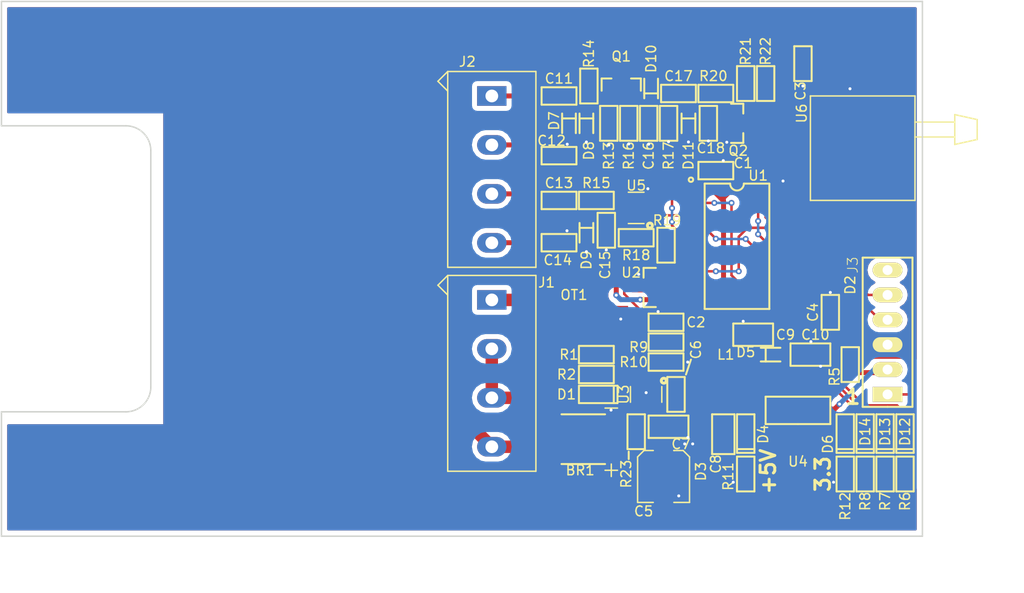
<source format=kicad_pcb>
(kicad_pcb (version 20171130) (host pcbnew 5.0.0-fee4fd1~66~ubuntu18.04.1)

  (general
    (thickness 1.6)
    (drawings 17)
    (tracks 413)
    (zones 0)
    (modules 67)
    (nets 57)
  )

  (page A4)
  (layers
    (0 F.Cu signal)
    (31 B.Cu signal)
    (32 B.Adhes user)
    (33 F.Adhes user)
    (34 B.Paste user)
    (35 F.Paste user)
    (36 B.SilkS user)
    (37 F.SilkS user)
    (38 B.Mask user)
    (39 F.Mask user)
    (40 Dwgs.User user)
    (41 Cmts.User user)
    (42 Eco1.User user)
    (43 Eco2.User user)
    (44 Edge.Cuts user)
    (45 Margin user)
    (46 B.CrtYd user)
    (47 F.CrtYd user)
    (48 B.Fab user)
    (49 F.Fab user)
  )

  (setup
    (last_trace_width 0.254)
    (user_trace_width 0.2032)
    (user_trace_width 0.254)
    (user_trace_width 0.508)
    (user_trace_width 1.27)
    (user_trace_width 2.54)
    (trace_clearance 0.2032)
    (zone_clearance 0.508)
    (zone_45_only no)
    (trace_min 0.1524)
    (segment_width 0.2)
    (edge_width 0.15)
    (via_size 0.6096)
    (via_drill 0.3048)
    (via_min_size 0.6096)
    (via_min_drill 0.3048)
    (uvia_size 0.3)
    (uvia_drill 0.1)
    (uvias_allowed no)
    (uvia_min_size 0.2)
    (uvia_min_drill 0.1)
    (pcb_text_width 0.3)
    (pcb_text_size 1.5 1.5)
    (mod_edge_width 0.15)
    (mod_text_size 1 1)
    (mod_text_width 0.15)
    (pad_size 1.524 1.524)
    (pad_drill 0.762)
    (pad_to_mask_clearance 0.2)
    (aux_axis_origin 0 0)
    (visible_elements FFFDFF7F)
    (pcbplotparams
      (layerselection 0x010f0_ffffffff)
      (usegerberextensions false)
      (usegerberattributes false)
      (usegerberadvancedattributes false)
      (creategerberjobfile false)
      (excludeedgelayer true)
      (linewidth 0.100000)
      (plotframeref false)
      (viasonmask false)
      (mode 1)
      (useauxorigin false)
      (hpglpennumber 1)
      (hpglpenspeed 20)
      (hpglpendiameter 15.000000)
      (psnegative false)
      (psa4output false)
      (plotreference true)
      (plotvalue false)
      (plotinvisibletext false)
      (padsonsilk false)
      (subtractmaskfromsilk false)
      (outputformat 1)
      (mirror false)
      (drillshape 0)
      (scaleselection 1)
      (outputdirectory "gerbers/"))
  )

  (net 0 "")
  (net 1 /VIN_GND)
  (net 2 /VIN_AC)
  (net 3 GND)
  (net 4 /power/VIN)
  (net 5 +3V3)
  (net 6 +5V)
  (net 7 "Net-(C6-Pad2)")
  (net 8 "Net-(C6-Pad1)")
  (net 9 "Net-(C11-Pad2)")
  (net 10 /RF_IN)
  (net 11 /RF_IN_RTN)
  (net 12 /RF_OUT)
  (net 13 "Net-(C13-Pad1)")
  (net 14 /RF_OUT_RTN)
  (net 15 "Net-(C16-Pad1)")
  (net 16 "Net-(C17-Pad2)")
  (net 17 "Net-(C18-Pad1)")
  (net 18 "Net-(D1-PadA)")
  (net 19 /MCLR)
  (net 20 "Net-(D4-PadC)")
  (net 21 "Net-(D6-PadC)")
  (net 22 "Net-(D10-PadA)")
  (net 23 /SW_24V_1)
  (net 24 /ICSPDAT)
  (net 25 /ICSPCLK)
  (net 26 "Net-(J3-Pad6)")
  (net 27 "Net-(OT1-Pad1)")
  (net 28 "Net-(Q2-Pad3)")
  (net 29 /V_Temp)
  (net 30 "Net-(R10-Pad1)")
  (net 31 "Net-(R15-Pad2)")
  (net 32 "Net-(R18-Pad2)")
  (net 33 /UART_TX)
  (net 34 /UART_RX)
  (net 35 /power/EN)
  (net 36 "Net-(D12-PadC)")
  (net 37 /GPIO1)
  (net 38 /GPIO2)
  (net 39 "Net-(D13-PadC)")
  (net 40 "Net-(D14-PadC)")
  (net 41 /GPIO3)
  (net 42 /SW_1)
  (net 43 /AN4)
  (net 44 /SPI_SCLK)
  (net 45 /I2C_SDA)
  (net 46 /SPI_MISO)
  (net 47 /SPI_nCS)
  (net 48 /SPI_MOSI)
  (net 49 /I2C_SCL)
  (net 50 /CLKOUT)
  (net 51 "Net-(C4-Pad1)")
  (net 52 "Net-(U6-Pad1)")
  (net 53 "Net-(U6-Pad8)")
  (net 54 "Net-(U6-Pad7)")
  (net 55 "Net-(U6-Pad6)")
  (net 56 "Net-(U6-Pad5)")

  (net_class Default "This is the default net class."
    (clearance 0.2032)
    (trace_width 0.2032)
    (via_dia 0.6096)
    (via_drill 0.3048)
    (uvia_dia 0.3)
    (uvia_drill 0.1)
    (add_net +3V3)
    (add_net +5V)
    (add_net /AN4)
    (add_net /CLKOUT)
    (add_net /GPIO1)
    (add_net /GPIO2)
    (add_net /GPIO3)
    (add_net /I2C_SCL)
    (add_net /I2C_SDA)
    (add_net /ICSPCLK)
    (add_net /ICSPDAT)
    (add_net /MCLR)
    (add_net /RF_IN)
    (add_net /RF_IN_RTN)
    (add_net /RF_OUT)
    (add_net /RF_OUT_RTN)
    (add_net /SPI_MISO)
    (add_net /SPI_MOSI)
    (add_net /SPI_SCLK)
    (add_net /SPI_nCS)
    (add_net /SW_1)
    (add_net /SW_24V_1)
    (add_net /UART_RX)
    (add_net /UART_TX)
    (add_net /VIN_AC)
    (add_net /VIN_GND)
    (add_net /V_Temp)
    (add_net /power/EN)
    (add_net /power/VIN)
    (add_net GND)
    (add_net "Net-(C11-Pad2)")
    (add_net "Net-(C13-Pad1)")
    (add_net "Net-(C16-Pad1)")
    (add_net "Net-(C17-Pad2)")
    (add_net "Net-(C18-Pad1)")
    (add_net "Net-(C4-Pad1)")
    (add_net "Net-(C6-Pad1)")
    (add_net "Net-(C6-Pad2)")
    (add_net "Net-(D1-PadA)")
    (add_net "Net-(D10-PadA)")
    (add_net "Net-(D12-PadC)")
    (add_net "Net-(D13-PadC)")
    (add_net "Net-(D14-PadC)")
    (add_net "Net-(D4-PadC)")
    (add_net "Net-(D6-PadC)")
    (add_net "Net-(J3-Pad6)")
    (add_net "Net-(OT1-Pad1)")
    (add_net "Net-(Q2-Pad3)")
    (add_net "Net-(R10-Pad1)")
    (add_net "Net-(R15-Pad2)")
    (add_net "Net-(R18-Pad2)")
    (add_net "Net-(U6-Pad1)")
    (add_net "Net-(U6-Pad5)")
    (add_net "Net-(U6-Pad6)")
    (add_net "Net-(U6-Pad7)")
    (add_net "Net-(U6-Pad8)")
  )

  (net_class 20mil ""
    (clearance 0.2032)
    (trace_width 0.508)
    (via_dia 0.6096)
    (via_drill 0.3048)
    (uvia_dia 0.3)
    (uvia_drill 0.1)
  )

  (net_class 50mil ""
    (clearance 0.2032)
    (trace_width 1.27)
    (via_dia 0.6096)
    (via_drill 0.3048)
    (uvia_dia 0.3)
    (uvia_drill 0.1)
  )

  (module diodes:MD5S (layer F.Cu) (tedit 5C54C306) (tstamp 5C54D0B8)
    (at 80.01 71.374 180)
    (path /5C4E577C/5C55005E)
    (fp_text reference BR1 (at 3.175 -1.905 180) (layer F.SilkS)
      (effects (font (size 1 1) (thickness 0.15)))
    )
    (fp_text value MD5S_Diode_Bridge (at 2.54 -3.175 180) (layer F.Fab)
      (effects (font (size 1 1) (thickness 0.15)))
    )
    (fp_line (start 0.635 -1.27) (end 5.08 -1.27) (layer F.SilkS) (width 0.2032))
    (fp_line (start 0.635 3.81) (end 5.08 3.81) (layer F.SilkS) (width 0.2032))
    (fp_line (start -0.635 4.445) (end 0.635 4.445) (layer F.SilkS) (width 0.15))
    (fp_line (start -0.635 -1.905) (end 0.635 -1.905) (layer F.SilkS) (width 0.15))
    (fp_line (start 0 -1.27) (end 0 -2.54) (layer F.SilkS) (width 0.15))
    (pad 2 smd rect (at 5.715 2.54 180) (size 2.032 1.524) (layers F.Cu F.Paste F.Mask)
      (net 1 /VIN_GND))
    (pad 3 smd rect (at 5.715 0 180) (size 2.032 1.524) (layers F.Cu F.Paste F.Mask)
      (net 2 /VIN_AC))
    (pad 1 smd rect (at 0 2.54 180) (size 2.032 1.524) (layers F.Cu F.Paste F.Mask)
      (net 3 GND))
    (pad 4 smd rect (at 0 0 180) (size 2.032 1.524) (layers F.Cu F.Paste F.Mask)
      (net 4 /power/VIN))
  )

  (module passives:C0603 (layer F.Cu) (tedit 5C550614) (tstamp 5C54D0C2)
    (at 90.678 42.672 180)
    (path /5A193A7B)
    (fp_text reference C1 (at -2.794 0.762 180) (layer F.SilkS)
      (effects (font (size 1 1) (thickness 0.15)))
    )
    (fp_text value CAP_0603 (at 0 2.032 180) (layer F.SilkS) hide
      (effects (font (size 1 1) (thickness 0.15)))
    )
    (fp_line (start -1.778 0.889) (end -1.778 -0.889) (layer F.SilkS) (width 0.2032))
    (fp_line (start 1.778 0.889) (end -1.778 0.889) (layer F.SilkS) (width 0.2032))
    (fp_line (start 1.778 -0.889) (end 1.778 0.889) (layer F.SilkS) (width 0.2032))
    (fp_line (start -1.778 -0.889) (end 1.778 -0.889) (layer F.SilkS) (width 0.2032))
    (pad 1 smd rect (at -0.825 0 180) (size 1 0.95) (layers F.Cu F.Paste F.Mask)
      (net 3 GND))
    (pad 2 smd rect (at 0.825 0 180) (size 1 0.95) (layers F.Cu F.Paste F.Mask)
      (net 5 +3V3))
  )

  (module passives:C0603 (layer F.Cu) (tedit 5C54DC12) (tstamp 5C54D0CC)
    (at 85.598 58.166)
    (path /5A1D0284)
    (fp_text reference C2 (at 3.048 0) (layer F.SilkS)
      (effects (font (size 1 1) (thickness 0.15)))
    )
    (fp_text value CAP_0603 (at 0 2.032) (layer F.SilkS) hide
      (effects (font (size 1 1) (thickness 0.15)))
    )
    (fp_line (start -1.778 0.889) (end -1.778 -0.889) (layer F.SilkS) (width 0.2032))
    (fp_line (start 1.778 0.889) (end -1.778 0.889) (layer F.SilkS) (width 0.2032))
    (fp_line (start 1.778 -0.889) (end 1.778 0.889) (layer F.SilkS) (width 0.2032))
    (fp_line (start -1.778 -0.889) (end 1.778 -0.889) (layer F.SilkS) (width 0.2032))
    (pad 1 smd rect (at -0.825 0) (size 1 0.95) (layers F.Cu F.Paste F.Mask)
      (net 3 GND))
    (pad 2 smd rect (at 0.825 0) (size 1 0.95) (layers F.Cu F.Paste F.Mask)
      (net 6 +5V))
  )

  (module C0603 (layer F.Cu) (tedit 5C54DEB1) (tstamp 5C54D0EA)
    (at 86.614 65.532 270)
    (path /5C4E577C/5C55139E)
    (fp_text reference C6 (at -4.572 -2.032 270) (layer F.SilkS)
      (effects (font (size 1 1) (thickness 0.15)))
    )
    (fp_text value CAP_0603 (at 0 2.032 270) (layer F.SilkS) hide
      (effects (font (size 1 1) (thickness 0.15)))
    )
    (fp_line (start -1.778 -0.889) (end 1.778 -0.889) (layer F.SilkS) (width 0.2032))
    (fp_line (start 1.778 -0.889) (end 1.778 0.889) (layer F.SilkS) (width 0.2032))
    (fp_line (start 1.778 0.889) (end -1.778 0.889) (layer F.SilkS) (width 0.2032))
    (fp_line (start -1.778 0.889) (end -1.778 -0.889) (layer F.SilkS) (width 0.2032))
    (pad 2 smd rect (at 0.825 0 270) (size 1 0.95) (layers F.Cu F.Paste F.Mask)
      (net 7 "Net-(C6-Pad2)"))
    (pad 1 smd rect (at -0.825 0 270) (size 1 0.95) (layers F.Cu F.Paste F.Mask)
      (net 8 "Net-(C6-Pad1)"))
  )

  (module C0805 (layer F.Cu) (tedit 5C54DE5B) (tstamp 5C54D0F4)
    (at 85.852 68.834)
    (path /5C4E577C/5C551089)
    (fp_text reference C7 (at 1.27 1.778 180) (layer F.SilkS)
      (effects (font (size 1 1) (thickness 0.15)))
    )
    (fp_text value CAP_0805 (at 0 2.032) (layer F.SilkS) hide
      (effects (font (size 1 1) (thickness 0.15)))
    )
    (fp_line (start -2.032 -1.143) (end 2.032 -1.143) (layer F.SilkS) (width 0.2032))
    (fp_line (start 2.032 -1.143) (end 2.032 1.143) (layer F.SilkS) (width 0.2032))
    (fp_line (start 2.032 1.143) (end -2.032 1.143) (layer F.SilkS) (width 0.2032))
    (fp_line (start -2.032 1.143) (end -2.032 -1.143) (layer F.SilkS) (width 0.2032))
    (pad 2 smd rect (at 1.025 0) (size 1.15 1.45) (layers F.Cu F.Paste F.Mask)
      (net 3 GND))
    (pad 1 smd rect (at -1.025 0) (size 1.15 1.45) (layers F.Cu F.Paste F.Mask)
      (net 4 /power/VIN))
  )

  (module C0805 (layer F.Cu) (tedit 5C54D53D) (tstamp 5C54D0FE)
    (at 91.44 69.596 270)
    (path /5C4E577C/5C551C85)
    (fp_text reference C8 (at 3.048 0.762 270) (layer F.SilkS)
      (effects (font (size 1 1) (thickness 0.15)))
    )
    (fp_text value CAP_0805 (at 0 2.032 270) (layer F.SilkS) hide
      (effects (font (size 1 1) (thickness 0.15)))
    )
    (fp_line (start -2.032 1.143) (end -2.032 -1.143) (layer F.SilkS) (width 0.2032))
    (fp_line (start 2.032 1.143) (end -2.032 1.143) (layer F.SilkS) (width 0.2032))
    (fp_line (start 2.032 -1.143) (end 2.032 1.143) (layer F.SilkS) (width 0.2032))
    (fp_line (start -2.032 -1.143) (end 2.032 -1.143) (layer F.SilkS) (width 0.2032))
    (pad 1 smd rect (at -1.025 0 270) (size 1.15 1.45) (layers F.Cu F.Paste F.Mask)
      (net 6 +5V))
    (pad 2 smd rect (at 1.025 0 270) (size 1.15 1.45) (layers F.Cu F.Paste F.Mask)
      (net 3 GND))
  )

  (module passives:C0805 (layer F.Cu) (tedit 5C54D4CA) (tstamp 5C54D108)
    (at 94.488 59.436 180)
    (path /5C4E577C/5A1A04C5)
    (fp_text reference C9 (at -3.302 0 180) (layer F.SilkS)
      (effects (font (size 1 1) (thickness 0.15)))
    )
    (fp_text value CAP_0805 (at 0 2.032 180) (layer F.SilkS) hide
      (effects (font (size 1 1) (thickness 0.15)))
    )
    (fp_line (start -2.032 -1.143) (end 2.032 -1.143) (layer F.SilkS) (width 0.2032))
    (fp_line (start 2.032 -1.143) (end 2.032 1.143) (layer F.SilkS) (width 0.2032))
    (fp_line (start 2.032 1.143) (end -2.032 1.143) (layer F.SilkS) (width 0.2032))
    (fp_line (start -2.032 1.143) (end -2.032 -1.143) (layer F.SilkS) (width 0.2032))
    (pad 2 smd rect (at 1.025 0 180) (size 1.15 1.45) (layers F.Cu F.Paste F.Mask)
      (net 3 GND))
    (pad 1 smd rect (at -1.025 0 180) (size 1.15 1.45) (layers F.Cu F.Paste F.Mask)
      (net 6 +5V))
  )

  (module passives:C0805 (layer F.Cu) (tedit 5C54DEF2) (tstamp 5C54D112)
    (at 100.33 61.468)
    (path /5C4E577C/5A1A0238)
    (fp_text reference C10 (at 0.508 -2.032) (layer F.SilkS)
      (effects (font (size 1 1) (thickness 0.15)))
    )
    (fp_text value CAP_0805 (at 0 2.032) (layer F.SilkS) hide
      (effects (font (size 1 1) (thickness 0.15)))
    )
    (fp_line (start -2.032 1.143) (end -2.032 -1.143) (layer F.SilkS) (width 0.2032))
    (fp_line (start 2.032 1.143) (end -2.032 1.143) (layer F.SilkS) (width 0.2032))
    (fp_line (start 2.032 -1.143) (end 2.032 1.143) (layer F.SilkS) (width 0.2032))
    (fp_line (start -2.032 -1.143) (end 2.032 -1.143) (layer F.SilkS) (width 0.2032))
    (pad 1 smd rect (at -1.025 0) (size 1.15 1.45) (layers F.Cu F.Paste F.Mask)
      (net 5 +3V3))
    (pad 2 smd rect (at 1.025 0) (size 1.15 1.45) (layers F.Cu F.Paste F.Mask)
      (net 3 GND))
  )

  (module passives:C0603 (layer F.Cu) (tedit 5C54DA52) (tstamp 5C54D11C)
    (at 74.676 35.052)
    (path /5C53EF27/5C244A46)
    (fp_text reference C11 (at 0 -1.778) (layer F.SilkS)
      (effects (font (size 1 1) (thickness 0.15)))
    )
    (fp_text value CAP_0603 (at 0 2.032) (layer F.SilkS) hide
      (effects (font (size 1 1) (thickness 0.15)))
    )
    (fp_line (start -1.778 -0.889) (end 1.778 -0.889) (layer F.SilkS) (width 0.2032))
    (fp_line (start 1.778 -0.889) (end 1.778 0.889) (layer F.SilkS) (width 0.2032))
    (fp_line (start 1.778 0.889) (end -1.778 0.889) (layer F.SilkS) (width 0.2032))
    (fp_line (start -1.778 0.889) (end -1.778 -0.889) (layer F.SilkS) (width 0.2032))
    (pad 2 smd rect (at 0.825 0) (size 1 0.95) (layers F.Cu F.Paste F.Mask)
      (net 9 "Net-(C11-Pad2)"))
    (pad 1 smd rect (at -0.825 0) (size 1 0.95) (layers F.Cu F.Paste F.Mask)
      (net 10 /RF_IN))
  )

  (module passives:C0603 (layer F.Cu) (tedit 5C54DA55) (tstamp 5C54D126)
    (at 74.676 41.148)
    (path /5C53EF27/5C58A251)
    (fp_text reference C12 (at -0.762 -1.524) (layer F.SilkS)
      (effects (font (size 1 1) (thickness 0.15)))
    )
    (fp_text value CAP_0603 (at 0 2.032) (layer F.SilkS) hide
      (effects (font (size 1 1) (thickness 0.15)))
    )
    (fp_line (start -1.778 0.889) (end -1.778 -0.889) (layer F.SilkS) (width 0.2032))
    (fp_line (start 1.778 0.889) (end -1.778 0.889) (layer F.SilkS) (width 0.2032))
    (fp_line (start 1.778 -0.889) (end 1.778 0.889) (layer F.SilkS) (width 0.2032))
    (fp_line (start -1.778 -0.889) (end 1.778 -0.889) (layer F.SilkS) (width 0.2032))
    (pad 1 smd rect (at -0.825 0) (size 1 0.95) (layers F.Cu F.Paste F.Mask)
      (net 11 /RF_IN_RTN))
    (pad 2 smd rect (at 0.825 0) (size 1 0.95) (layers F.Cu F.Paste F.Mask)
      (net 3 GND))
  )

  (module passives:C0603 (layer F.Cu) (tedit 5C54D8BA) (tstamp 5C54D130)
    (at 74.676 45.72 180)
    (path /5C53EF27/5C345F2F)
    (fp_text reference C13 (at 0 1.778 180) (layer F.SilkS)
      (effects (font (size 1 1) (thickness 0.15)))
    )
    (fp_text value CAP_0603 (at 0 2.032 180) (layer F.SilkS) hide
      (effects (font (size 1 1) (thickness 0.15)))
    )
    (fp_line (start -1.778 -0.889) (end 1.778 -0.889) (layer F.SilkS) (width 0.2032))
    (fp_line (start 1.778 -0.889) (end 1.778 0.889) (layer F.SilkS) (width 0.2032))
    (fp_line (start 1.778 0.889) (end -1.778 0.889) (layer F.SilkS) (width 0.2032))
    (fp_line (start -1.778 0.889) (end -1.778 -0.889) (layer F.SilkS) (width 0.2032))
    (pad 2 smd rect (at 0.825 0 180) (size 1 0.95) (layers F.Cu F.Paste F.Mask)
      (net 12 /RF_OUT))
    (pad 1 smd rect (at -0.825 0 180) (size 1 0.95) (layers F.Cu F.Paste F.Mask)
      (net 13 "Net-(C13-Pad1)"))
  )

  (module passives:C0603 (layer F.Cu) (tedit 5C5A492C) (tstamp 5C54D13A)
    (at 74.676 50.038 180)
    (path /5C53EF27/5C57E9B1)
    (fp_text reference C14 (at 0.127 -1.778 180) (layer F.SilkS)
      (effects (font (size 1 1) (thickness 0.15)))
    )
    (fp_text value CAP_0603 (at 0 2.032 180) (layer F.SilkS) hide
      (effects (font (size 1 1) (thickness 0.15)))
    )
    (fp_line (start -1.778 -0.889) (end 1.778 -0.889) (layer F.SilkS) (width 0.2032))
    (fp_line (start 1.778 -0.889) (end 1.778 0.889) (layer F.SilkS) (width 0.2032))
    (fp_line (start 1.778 0.889) (end -1.778 0.889) (layer F.SilkS) (width 0.2032))
    (fp_line (start -1.778 0.889) (end -1.778 -0.889) (layer F.SilkS) (width 0.2032))
    (pad 2 smd rect (at 0.825 0 180) (size 1 0.95) (layers F.Cu F.Paste F.Mask)
      (net 14 /RF_OUT_RTN))
    (pad 1 smd rect (at -0.825 0 180) (size 1 0.95) (layers F.Cu F.Paste F.Mask)
      (net 3 GND))
  )

  (module passives:C0603 (layer F.Cu) (tedit 5C5A4938) (tstamp 5C54D144)
    (at 79.502 48.768 270)
    (path /5C53EF27/5C32C178)
    (fp_text reference C15 (at 3.556 0.127 270) (layer F.SilkS)
      (effects (font (size 1 1) (thickness 0.15)))
    )
    (fp_text value CAP_0603 (at 0 2.032 270) (layer F.SilkS) hide
      (effects (font (size 1 1) (thickness 0.15)))
    )
    (fp_line (start -1.778 0.889) (end -1.778 -0.889) (layer F.SilkS) (width 0.2032))
    (fp_line (start 1.778 0.889) (end -1.778 0.889) (layer F.SilkS) (width 0.2032))
    (fp_line (start 1.778 -0.889) (end 1.778 0.889) (layer F.SilkS) (width 0.2032))
    (fp_line (start -1.778 -0.889) (end 1.778 -0.889) (layer F.SilkS) (width 0.2032))
    (pad 1 smd rect (at -0.825 0 270) (size 1 0.95) (layers F.Cu F.Paste F.Mask)
      (net 6 +5V))
    (pad 2 smd rect (at 0.825 0 270) (size 1 0.95) (layers F.Cu F.Paste F.Mask)
      (net 3 GND))
  )

  (module passives:C0603 (layer F.Cu) (tedit 5C54DA69) (tstamp 5C54D14E)
    (at 83.82 37.846 270)
    (path /5C53EF27/5C2451FC)
    (fp_text reference C16 (at 3.302 0 270) (layer F.SilkS)
      (effects (font (size 1 1) (thickness 0.15)))
    )
    (fp_text value CAP_0603 (at 0 2.032 270) (layer F.SilkS) hide
      (effects (font (size 1 1) (thickness 0.15)))
    )
    (fp_line (start -1.778 -0.889) (end 1.778 -0.889) (layer F.SilkS) (width 0.2032))
    (fp_line (start 1.778 -0.889) (end 1.778 0.889) (layer F.SilkS) (width 0.2032))
    (fp_line (start 1.778 0.889) (end -1.778 0.889) (layer F.SilkS) (width 0.2032))
    (fp_line (start -1.778 0.889) (end -1.778 -0.889) (layer F.SilkS) (width 0.2032))
    (pad 2 smd rect (at 0.825 0 270) (size 1 0.95) (layers F.Cu F.Paste F.Mask)
      (net 3 GND))
    (pad 1 smd rect (at -0.825 0 270) (size 1 0.95) (layers F.Cu F.Paste F.Mask)
      (net 15 "Net-(C16-Pad1)"))
  )

  (module passives:C0603 (layer F.Cu) (tedit 5C54DACE) (tstamp 5C54D158)
    (at 86.868 34.798)
    (path /5C53EF27/5C2451C6)
    (fp_text reference C17 (at 0 -1.778) (layer F.SilkS)
      (effects (font (size 1 1) (thickness 0.15)))
    )
    (fp_text value CAP_0603 (at 0 2.032) (layer F.SilkS) hide
      (effects (font (size 1 1) (thickness 0.15)))
    )
    (fp_line (start -1.778 -0.889) (end 1.778 -0.889) (layer F.SilkS) (width 0.2032))
    (fp_line (start 1.778 -0.889) (end 1.778 0.889) (layer F.SilkS) (width 0.2032))
    (fp_line (start 1.778 0.889) (end -1.778 0.889) (layer F.SilkS) (width 0.2032))
    (fp_line (start -1.778 0.889) (end -1.778 -0.889) (layer F.SilkS) (width 0.2032))
    (pad 2 smd rect (at 0.825 0) (size 1 0.95) (layers F.Cu F.Paste F.Mask)
      (net 16 "Net-(C17-Pad2)"))
    (pad 1 smd rect (at -0.825 0) (size 1 0.95) (layers F.Cu F.Paste F.Mask)
      (net 15 "Net-(C16-Pad1)"))
  )

  (module passives:C0603 (layer F.Cu) (tedit 5C5505F5) (tstamp 5C54D162)
    (at 89.916 37.846 270)
    (path /5C53EF27/5C245389)
    (fp_text reference C18 (at 2.54 -0.254 180) (layer F.SilkS)
      (effects (font (size 1 1) (thickness 0.15)))
    )
    (fp_text value CAP_0603 (at 0 2.032 270) (layer F.SilkS) hide
      (effects (font (size 1 1) (thickness 0.15)))
    )
    (fp_line (start -1.778 0.889) (end -1.778 -0.889) (layer F.SilkS) (width 0.2032))
    (fp_line (start 1.778 0.889) (end -1.778 0.889) (layer F.SilkS) (width 0.2032))
    (fp_line (start 1.778 -0.889) (end 1.778 0.889) (layer F.SilkS) (width 0.2032))
    (fp_line (start -1.778 -0.889) (end 1.778 -0.889) (layer F.SilkS) (width 0.2032))
    (pad 1 smd rect (at -0.825 0 270) (size 1 0.95) (layers F.Cu F.Paste F.Mask)
      (net 17 "Net-(C18-Pad1)"))
    (pad 2 smd rect (at 0.825 0 270) (size 1 0.95) (layers F.Cu F.Paste F.Mask)
      (net 3 GND))
  )

  (module diodes:D0603 (layer F.Cu) (tedit 5C54D5C2) (tstamp 5C54D16F)
    (at 78.486 65.532)
    (path /5A1FB158)
    (fp_text reference D1 (at -3.048 0) (layer F.SilkS)
      (effects (font (size 1 1) (thickness 0.15)))
    )
    (fp_text value LED_0603 (at 0 2.032) (layer F.SilkS) hide
      (effects (font (size 1 1) (thickness 0.15)))
    )
    (fp_line (start -1.778 0.889) (end -1.778 -0.889) (layer F.SilkS) (width 0.2032))
    (fp_line (start 1.778 0.889) (end -1.778 0.889) (layer F.SilkS) (width 0.2032))
    (fp_line (start 1.778 -0.889) (end 1.778 0.889) (layer F.SilkS) (width 0.2032))
    (fp_line (start -1.778 -0.889) (end 1.778 -0.889) (layer F.SilkS) (width 0.2032))
    (fp_line (start 2.159 0.889) (end 1.778 0.889) (layer F.SilkS) (width 0.2032))
    (fp_line (start 2.159 -0.889) (end 2.159 0.889) (layer F.SilkS) (width 0.2032))
    (fp_line (start 1.778 -0.889) (end 2.159 -0.889) (layer F.SilkS) (width 0.2032))
    (pad A smd rect (at -0.825 0) (size 1 0.95) (layers F.Cu F.Paste F.Mask)
      (net 18 "Net-(D1-PadA)"))
    (pad C smd rect (at 0.825 0) (size 1 0.95) (layers F.Cu F.Paste F.Mask)
      (net 3 GND))
  )

  (module diodes:SOD123 (layer F.Cu) (tedit 5C54FDCA) (tstamp 5C54D178)
    (at 104.394 57.912 90)
    (path /5C53D089)
    (fp_text reference D2 (at 3.556 0 90) (layer F.SilkS)
      (effects (font (size 1 1) (thickness 0.15)))
    )
    (fp_text value Schottky_SOD123 (at 0 -2.54 90) (layer F.Fab)
      (effects (font (size 1 1) (thickness 0.15)))
    )
    (fp_line (start -1.4 -0.9) (end 1.4 -0.9) (layer B.Paste) (width 0.2032))
    (fp_line (start -1.4 0.9) (end 1.4 0.9) (layer B.Paste) (width 0.2032))
    (fp_line (start 0.635 -0.9) (end 0.635 0.9) (layer B.Paste) (width 0.2032))
    (pad C smd rect (at 1.575 0 90) (size 1.1 1) (layers F.Cu F.Paste F.Mask)
      (net 19 /MCLR))
    (pad A smd rect (at -1.575 0 90) (size 1.1 1) (layers F.Cu F.Paste F.Mask)
      (net 51 "Net-(C4-Pad1)"))
  )

  (module diodes:SOD123 (layer F.Cu) (tedit 5C54D420) (tstamp 5C54D181)
    (at 89.154 69.85 90)
    (path /5C4E577C/5C54E26D)
    (fp_text reference D3 (at -3.556 0 90) (layer F.SilkS)
      (effects (font (size 1 1) (thickness 0.15)))
    )
    (fp_text value Schottky_SOD123 (at 0 -2.54 90) (layer F.Fab)
      (effects (font (size 1 1) (thickness 0.15)))
    )
    (fp_line (start 0.635 -0.9) (end 0.635 0.9) (layer B.Paste) (width 0.2032))
    (fp_line (start -1.4 0.9) (end 1.4 0.9) (layer B.Paste) (width 0.2032))
    (fp_line (start -1.4 -0.9) (end 1.4 -0.9) (layer B.Paste) (width 0.2032))
    (pad A smd rect (at -1.575 0 90) (size 1.1 1) (layers F.Cu F.Paste F.Mask)
      (net 3 GND))
    (pad C smd rect (at 1.575 0 90) (size 1.1 1) (layers F.Cu F.Paste F.Mask)
      (net 7 "Net-(C6-Pad2)"))
  )

  (module diodes:D0603 (layer F.Cu) (tedit 5C54D442) (tstamp 5C54D18E)
    (at 93.726 69.342 270)
    (path /5C4E577C/5A1CECAF)
    (fp_text reference D4 (at 0.254 -1.778 270) (layer F.SilkS)
      (effects (font (size 1 1) (thickness 0.15)))
    )
    (fp_text value LED_0603 (at 0 2.032 270) (layer F.SilkS) hide
      (effects (font (size 1 1) (thickness 0.15)))
    )
    (fp_line (start 1.778 -0.889) (end 2.159 -0.889) (layer F.SilkS) (width 0.2032))
    (fp_line (start 2.159 -0.889) (end 2.159 0.889) (layer F.SilkS) (width 0.2032))
    (fp_line (start 2.159 0.889) (end 1.778 0.889) (layer F.SilkS) (width 0.2032))
    (fp_line (start -1.778 -0.889) (end 1.778 -0.889) (layer F.SilkS) (width 0.2032))
    (fp_line (start 1.778 -0.889) (end 1.778 0.889) (layer F.SilkS) (width 0.2032))
    (fp_line (start 1.778 0.889) (end -1.778 0.889) (layer F.SilkS) (width 0.2032))
    (fp_line (start -1.778 0.889) (end -1.778 -0.889) (layer F.SilkS) (width 0.2032))
    (pad C smd rect (at 0.825 0 270) (size 1 0.95) (layers F.Cu F.Paste F.Mask)
      (net 20 "Net-(D4-PadC)"))
    (pad A smd rect (at -0.825 0 270) (size 1 0.95) (layers F.Cu F.Paste F.Mask)
      (net 6 +5V))
  )

  (module diodes:SOD323 (layer F.Cu) (tedit 5C54D4C3) (tstamp 5C54D197)
    (at 96.266 61.468 180)
    (path /5C4E577C/5C55C6FB)
    (fp_text reference D5 (at 2.54 0.254 180) (layer F.SilkS)
      (effects (font (size 1 1) (thickness 0.15)))
    )
    (fp_text value Diode_SOD323 (at 0 -2.54 180) (layer F.Fab)
      (effects (font (size 1 1) (thickness 0.15)))
    )
    (fp_line (start 0.5 -0.7) (end 0.5 0.7) (layer F.SilkS) (width 0.2032))
    (fp_line (start -1 0.7) (end 1 0.7) (layer F.SilkS) (width 0.2032))
    (fp_line (start -1 -0.7) (end 1 -0.7) (layer F.SilkS) (width 0.2032))
    (pad C smd rect (at 1.055 0 180) (size 0.7 0.6) (layers F.Cu F.Paste F.Mask)
      (net 6 +5V))
    (pad A smd rect (at -1.055 0 180) (size 0.7 0.6) (layers F.Cu F.Paste F.Mask)
      (net 5 +3V3))
  )

  (module diodes:D0603 (layer F.Cu) (tedit 5C54D52C) (tstamp 5C54D1A4)
    (at 103.886 69.342 270)
    (path /5C4E577C/5A1FBE09)
    (fp_text reference D6 (at 1.27 1.778 270) (layer F.SilkS)
      (effects (font (size 1 1) (thickness 0.15)))
    )
    (fp_text value LED_0603 (at 0 2.032 270) (layer F.SilkS) hide
      (effects (font (size 1 1) (thickness 0.15)))
    )
    (fp_line (start 1.778 -0.889) (end 2.159 -0.889) (layer F.SilkS) (width 0.2032))
    (fp_line (start 2.159 -0.889) (end 2.159 0.889) (layer F.SilkS) (width 0.2032))
    (fp_line (start 2.159 0.889) (end 1.778 0.889) (layer F.SilkS) (width 0.2032))
    (fp_line (start -1.778 -0.889) (end 1.778 -0.889) (layer F.SilkS) (width 0.2032))
    (fp_line (start 1.778 -0.889) (end 1.778 0.889) (layer F.SilkS) (width 0.2032))
    (fp_line (start 1.778 0.889) (end -1.778 0.889) (layer F.SilkS) (width 0.2032))
    (fp_line (start -1.778 0.889) (end -1.778 -0.889) (layer F.SilkS) (width 0.2032))
    (pad C smd rect (at 0.825 0 270) (size 1 0.95) (layers F.Cu F.Paste F.Mask)
      (net 21 "Net-(D6-PadC)"))
    (pad A smd rect (at -0.825 0 270) (size 1 0.95) (layers F.Cu F.Paste F.Mask)
      (net 5 +3V3))
  )

  (module diodes:SOD323 (layer F.Cu) (tedit 5C54DA4F) (tstamp 5C54D1AD)
    (at 75.692 37.846 90)
    (path /5C53EF27/5C582FE4)
    (fp_text reference D7 (at 0.254 -1.524 90) (layer F.SilkS)
      (effects (font (size 1 1) (thickness 0.15)))
    )
    (fp_text value Zener_SOD323 (at 0 -2.54 90) (layer F.Fab)
      (effects (font (size 1 1) (thickness 0.15)))
    )
    (fp_line (start -1 -0.7) (end 1 -0.7) (layer F.SilkS) (width 0.2032))
    (fp_line (start -1 0.7) (end 1 0.7) (layer F.SilkS) (width 0.2032))
    (fp_line (start 0.5 -0.7) (end 0.5 0.7) (layer F.SilkS) (width 0.2032))
    (pad A smd rect (at -1.055 0 90) (size 0.7 0.6) (layers F.Cu F.Paste F.Mask)
      (net 3 GND))
    (pad C smd rect (at 1.055 0 90) (size 0.7 0.6) (layers F.Cu F.Paste F.Mask)
      (net 9 "Net-(C11-Pad2)"))
  )

  (module diodes:SOD323 (layer F.Cu) (tedit 5C54DA5C) (tstamp 5C54D1B6)
    (at 77.47 37.846 90)
    (path /5C53EF27/5C583257)
    (fp_text reference D8 (at -2.794 0.254 90) (layer F.SilkS)
      (effects (font (size 1 1) (thickness 0.15)))
    )
    (fp_text value Schottky_SOD323 (at 0 -2.54 90) (layer F.Fab)
      (effects (font (size 1 1) (thickness 0.15)))
    )
    (fp_line (start -1 -0.7) (end 1 -0.7) (layer F.SilkS) (width 0.2032))
    (fp_line (start -1 0.7) (end 1 0.7) (layer F.SilkS) (width 0.2032))
    (fp_line (start 0.5 -0.7) (end 0.5 0.7) (layer F.SilkS) (width 0.2032))
    (pad A smd rect (at -1.055 0 90) (size 0.7 0.6) (layers F.Cu F.Paste F.Mask)
      (net 3 GND))
    (pad C smd rect (at 1.055 0 90) (size 0.7 0.6) (layers F.Cu F.Paste F.Mask)
      (net 9 "Net-(C11-Pad2)"))
  )

  (module diodes:SOD323 (layer F.Cu) (tedit 5C54D8A9) (tstamp 5C54D1BF)
    (at 77.47 49.022 90)
    (path /5C53EF27/5C57B6EC)
    (fp_text reference D9 (at -2.794 0 90) (layer F.SilkS)
      (effects (font (size 1 1) (thickness 0.15)))
    )
    (fp_text value Zener_SOD323 (at 0 -2.54 90) (layer F.Fab)
      (effects (font (size 1 1) (thickness 0.15)))
    )
    (fp_line (start 0.5 -0.7) (end 0.5 0.7) (layer F.SilkS) (width 0.2032))
    (fp_line (start -1 0.7) (end 1 0.7) (layer F.SilkS) (width 0.2032))
    (fp_line (start -1 -0.7) (end 1 -0.7) (layer F.SilkS) (width 0.2032))
    (pad C smd rect (at 1.055 0 90) (size 0.7 0.6) (layers F.Cu F.Paste F.Mask)
      (net 13 "Net-(C13-Pad1)"))
    (pad A smd rect (at -1.055 0 90) (size 0.7 0.6) (layers F.Cu F.Paste F.Mask)
      (net 3 GND))
  )

  (module diodes:SOD323 (layer F.Cu) (tedit 5C54DA77) (tstamp 5C54D1C8)
    (at 84.074 34.29 270)
    (path /5C53EF27/5C58A153)
    (fp_text reference D10 (at -3.048 0 270) (layer F.SilkS)
      (effects (font (size 1 1) (thickness 0.15)))
    )
    (fp_text value Diode_SOD323 (at 0 -2.54 270) (layer F.Fab)
      (effects (font (size 1 1) (thickness 0.15)))
    )
    (fp_line (start 0.5 -0.7) (end 0.5 0.7) (layer F.SilkS) (width 0.2032))
    (fp_line (start -1 0.7) (end 1 0.7) (layer F.SilkS) (width 0.2032))
    (fp_line (start -1 -0.7) (end 1 -0.7) (layer F.SilkS) (width 0.2032))
    (pad C smd rect (at 1.055 0 270) (size 0.7 0.6) (layers F.Cu F.Paste F.Mask)
      (net 15 "Net-(C16-Pad1)"))
    (pad A smd rect (at -1.055 0 270) (size 0.7 0.6) (layers F.Cu F.Paste F.Mask)
      (net 22 "Net-(D10-PadA)"))
  )

  (module diodes:SOD323 (layer F.Cu) (tedit 5C54DAA6) (tstamp 5C54D1D1)
    (at 87.884 37.846 90)
    (path /5C53EF27/5C58CB6D)
    (fp_text reference D11 (at -3.302 0 90) (layer F.SilkS)
      (effects (font (size 1 1) (thickness 0.15)))
    )
    (fp_text value Schottky_SOD323 (at 0 -2.54 90) (layer F.Fab)
      (effects (font (size 1 1) (thickness 0.15)))
    )
    (fp_line (start -1 -0.7) (end 1 -0.7) (layer F.SilkS) (width 0.2032))
    (fp_line (start -1 0.7) (end 1 0.7) (layer F.SilkS) (width 0.2032))
    (fp_line (start 0.5 -0.7) (end 0.5 0.7) (layer F.SilkS) (width 0.2032))
    (pad A smd rect (at -1.055 0 90) (size 0.7 0.6) (layers F.Cu F.Paste F.Mask)
      (net 3 GND))
    (pad C smd rect (at 1.055 0 90) (size 0.7 0.6) (layers F.Cu F.Paste F.Mask)
      (net 16 "Net-(C17-Pad2)"))
  )

  (module connectors:term_block_4-pin (layer F.Cu) (tedit 5C5A4928) (tstamp 5C54D1DF)
    (at 67.818 55.88)
    (path /5A1E2F9D)
    (fp_text reference J1 (at 5.588 -1.778) (layer F.SilkS)
      (effects (font (size 1 1) (thickness 0.15)))
    )
    (fp_text value term_block_4-pin (at 0.5 -4.5) (layer F.Fab)
      (effects (font (size 1 1) (thickness 0.15)))
    )
    (fp_line (start 4.5 17.5) (end 4.5 -2.5) (layer F.SilkS) (width 0.15))
    (fp_line (start -4.5 17.5) (end 4.5 17.5) (layer F.SilkS) (width 0.15))
    (fp_line (start -4.5 -2.5) (end -4.5 17.5) (layer F.SilkS) (width 0.15))
    (fp_line (start 4.5 -2.5) (end -4.5 -2.5) (layer F.SilkS) (width 0.15))
    (fp_line (start -5.5 -1.5) (end -4.5 -0.5) (layer F.SilkS) (width 0.15))
    (fp_line (start -4.5 -2.5) (end -5.5 -1.5) (layer F.SilkS) (width 0.15))
    (pad 4 thru_hole oval (at 0 15) (size 3 2) (drill 1.3) (layers *.Cu *.Mask)
      (net 2 /VIN_AC))
    (pad 3 thru_hole oval (at 0 10) (size 3 2) (drill 1.3) (layers *.Cu *.Mask)
      (net 1 /VIN_GND))
    (pad 2 thru_hole oval (at 0 5) (size 3 2) (drill 1.3) (layers *.Cu *.Mask)
      (net 1 /VIN_GND))
    (pad 1 thru_hole rect (at 0 0) (size 3 2) (drill 1.3) (layers *.Cu *.Mask)
      (net 23 /SW_24V_1))
  )

  (module connectors:term_block_4-pin (layer F.Cu) (tedit 5A1E06F7) (tstamp 5C54D1ED)
    (at 67.818 35.052)
    (path /5C5744BA)
    (fp_text reference J2 (at -2.5 -3.5) (layer F.SilkS)
      (effects (font (size 1 1) (thickness 0.15)))
    )
    (fp_text value term_block_4-pin (at 0.5 -4.5) (layer F.Fab)
      (effects (font (size 1 1) (thickness 0.15)))
    )
    (fp_line (start -4.5 -2.5) (end -5.5 -1.5) (layer F.SilkS) (width 0.15))
    (fp_line (start -5.5 -1.5) (end -4.5 -0.5) (layer F.SilkS) (width 0.15))
    (fp_line (start 4.5 -2.5) (end -4.5 -2.5) (layer F.SilkS) (width 0.15))
    (fp_line (start -4.5 -2.5) (end -4.5 17.5) (layer F.SilkS) (width 0.15))
    (fp_line (start -4.5 17.5) (end 4.5 17.5) (layer F.SilkS) (width 0.15))
    (fp_line (start 4.5 17.5) (end 4.5 -2.5) (layer F.SilkS) (width 0.15))
    (pad 1 thru_hole rect (at 0 0) (size 3 2) (drill 1.3) (layers *.Cu *.Mask)
      (net 10 /RF_IN))
    (pad 2 thru_hole oval (at 0 5) (size 3 2) (drill 1.3) (layers *.Cu *.Mask)
      (net 11 /RF_IN_RTN))
    (pad 3 thru_hole oval (at 0 10) (size 3 2) (drill 1.3) (layers *.Cu *.Mask)
      (net 12 /RF_OUT))
    (pad 4 thru_hole oval (at 0 15) (size 3 2) (drill 1.3) (layers *.Cu *.Mask)
      (net 14 /RF_OUT_RTN))
  )

  (module connectors:Header_6-pin_100mil (layer F.Cu) (tedit 5C54FD45) (tstamp 5C54D1FC)
    (at 108.204 59.182 90)
    (path /5A18CA41)
    (attr virtual)
    (fp_text reference J3 (at 6.858 -3.556 90) (layer F.SilkS)
      (effects (font (size 1.016 1.016) (thickness 0.0889)))
    )
    (fp_text value HEADER_1X6 (at 0 3.81 90) (layer F.SilkS) hide
      (effects (font (size 1.016 1.016) (thickness 0.0889)))
    )
    (fp_line (start -7.62 0) (end -7.62 -2.54) (layer F.SilkS) (width 0.2032))
    (fp_line (start -7.62 -2.54) (end 7.62 -2.54) (layer F.SilkS) (width 0.2032))
    (fp_line (start 7.62 -2.54) (end 7.62 2.54) (layer F.SilkS) (width 0.2032))
    (fp_line (start 7.62 2.54) (end -7.62 2.54) (layer F.SilkS) (width 0.2032))
    (fp_line (start -7.62 2.54) (end -7.62 0) (layer F.SilkS) (width 0.2032))
    (pad 1 thru_hole rect (at -6.35 0 90) (size 1.524 3.048) (drill 1.016) (layers *.Cu *.Mask F.Paste F.SilkS)
      (net 19 /MCLR))
    (pad 2 thru_hole oval (at -3.81 0 90) (size 1.524 3.048) (drill 1.016) (layers *.Cu *.Mask F.Paste F.SilkS)
      (net 5 +3V3))
    (pad 3 thru_hole oval (at -1.27 0 90) (size 1.524 3.048) (drill 1.016) (layers *.Cu *.Mask F.Paste F.SilkS)
      (net 3 GND))
    (pad 4 thru_hole oval (at 1.27 0 90) (size 1.524 3.048) (drill 1.016) (layers *.Cu *.Mask F.Paste F.SilkS)
      (net 24 /ICSPDAT))
    (pad 5 thru_hole oval (at 3.81 0 90) (size 1.524 3.048) (drill 1.016) (layers *.Cu *.Mask F.Paste F.SilkS)
      (net 25 /ICSPCLK))
    (pad 6 thru_hole oval (at 6.35 0 90) (size 1.524 3.048) (drill 1.016) (layers *.Cu *.Mask F.Paste F.SilkS)
      (net 26 "Net-(J3-Pad6)"))
  )

  (module passives:PWR_IND_5.3x5 (layer F.Cu) (tedit 5C54D4C5) (tstamp 5C54D208)
    (at 91.44 64.77 180)
    (path /5C4E577C/5C553965)
    (fp_text reference L1 (at -0.254 3.302 180) (layer F.SilkS)
      (effects (font (size 1 1) (thickness 0.15)))
    )
    (fp_text value IND (at 1.27 -7.62 180) (layer F.Fab)
      (effects (font (size 1 1) (thickness 0.15)))
    )
    (fp_line (start -2.7 -2.5) (end 2.7 -2.5) (layer B.Paste) (width 0.2032))
    (fp_line (start -2.7 2.5) (end 2.7 2.5) (layer B.Paste) (width 0.2032))
    (fp_line (start 2.7 1.5) (end 2.7 2.5) (layer B.Paste) (width 0.2032))
    (fp_line (start -2.7 1.5) (end -2.7 2.5) (layer B.Paste) (width 0.2032))
    (fp_line (start -2.7 -2.5) (end -2.7 -1.5) (layer B.Paste) (width 0.2032))
    (fp_line (start 2.7 -2.5) (end 2.7 -1.5) (layer B.Paste) (width 0.2032))
    (pad 1 smd rect (at -2.25 0 180) (size 2.5 2) (layers F.Cu F.Paste F.Mask)
      (net 6 +5V))
    (pad 2 smd rect (at 2.25 0 180) (size 2.5 2) (layers F.Cu F.Paste F.Mask)
      (net 7 "Net-(C6-Pad2)"))
  )

  (module ICs:FODM30XX (layer F.Cu) (tedit 5C54D5A8) (tstamp 5C54D217)
    (at 77.724 58.166 180)
    (path /5C4DC51B)
    (fp_text reference OT1 (at 1.524 2.794 180) (layer F.SilkS)
      (effects (font (size 1 1) (thickness 0.15)))
    )
    (fp_text value Opto-Triac-FODM30XX (at 0 -4.5 180) (layer F.Fab)
      (effects (font (size 1 1) (thickness 0.15)))
    )
    (fp_line (start -2.25 2) (end -2.25 0) (layer B.Paste) (width 0.2032))
    (fp_line (start 2.25 2) (end -2.25 2) (layer B.Paste) (width 0.2032))
    (fp_line (start 2.25 -2) (end 2.25 2) (layer B.Paste) (width 0.2032))
    (fp_line (start -2.25 -2) (end 2.25 -2) (layer B.Paste) (width 0.2032))
    (fp_line (start -2.25 0) (end -2.25 -2) (layer B.Paste) (width 0.2032))
    (fp_line (start -2.25 -1.5) (end -1.75 -2) (layer B.Paste) (width 0.2032))
    (fp_circle (center -3.25 -2.75) (end -2.896447 -2.75) (layer B.Paste) (width 0.381))
    (pad 1 smd rect (at -3.25 -1.27 180) (size 1.5 0.8) (layers F.Cu F.Paste F.Mask)
      (net 27 "Net-(OT1-Pad1)"))
    (pad 2 smd rect (at -3.25 1.27 180) (size 1.5 0.8) (layers F.Cu F.Paste F.Mask)
      (net 3 GND))
    (pad 3 smd rect (at 3.25 1.27 180) (size 1.5 0.8) (layers F.Cu F.Paste F.Mask)
      (net 23 /SW_24V_1))
    (pad 4 smd rect (at 3.25 -1.27 180) (size 1.5 0.8) (layers F.Cu F.Paste F.Mask)
      (net 2 /VIN_AC))
  )

  (module ICs:SOT-23-3 (layer F.Cu) (tedit 5A1CEB0D) (tstamp 5C54D222)
    (at 81.026 32.766)
    (path /5C53EF27/5C244E3C)
    (fp_text reference Q1 (at 0 -1.75) (layer F.SilkS)
      (effects (font (size 1 1) (thickness 0.15)))
    )
    (fp_text value NPN (at 0 5) (layer F.SilkS) hide
      (effects (font (size 1 1) (thickness 0.15)))
    )
    (fp_line (start 2 0.5) (end 2 1.75) (layer F.SilkS) (width 0.2032))
    (fp_line (start 1 0.5) (end 2 0.5) (layer F.SilkS) (width 0.2032))
    (fp_line (start -2 0.5) (end -2 1.75) (layer F.SilkS) (width 0.2032))
    (fp_line (start -1 0.5) (end -2 0.5) (layer F.SilkS) (width 0.2032))
    (pad 3 smd rect (at 0 0) (size 1 1.4) (layers F.Cu F.Paste F.Mask)
      (net 6 +5V))
    (pad 2 smd rect (at 0.95 2.2) (size 1 1.4) (layers F.Cu F.Paste F.Mask)
      (net 22 "Net-(D10-PadA)"))
    (pad 1 smd rect (at -0.95 2.2) (size 1 1.4) (layers F.Cu F.Paste F.Mask)
      (net 9 "Net-(C11-Pad2)"))
  )

  (module ICs:SOT-23-3 (layer F.Cu) (tedit 5C5505FA) (tstamp 5C54D22D)
    (at 93.98 37.846 270)
    (path /5C53EF27/5C2453C4)
    (fp_text reference Q2 (at 2.794 1.016) (layer F.SilkS)
      (effects (font (size 1 1) (thickness 0.15)))
    )
    (fp_text value NPN (at 0 5 270) (layer F.SilkS) hide
      (effects (font (size 1 1) (thickness 0.15)))
    )
    (fp_line (start -1 0.5) (end -2 0.5) (layer F.SilkS) (width 0.2032))
    (fp_line (start -2 0.5) (end -2 1.75) (layer F.SilkS) (width 0.2032))
    (fp_line (start 1 0.5) (end 2 0.5) (layer F.SilkS) (width 0.2032))
    (fp_line (start 2 0.5) (end 2 1.75) (layer F.SilkS) (width 0.2032))
    (pad 1 smd rect (at -0.95 2.2 270) (size 1 1.4) (layers F.Cu F.Paste F.Mask)
      (net 17 "Net-(C18-Pad1)"))
    (pad 2 smd rect (at 0.95 2.2 270) (size 1 1.4) (layers F.Cu F.Paste F.Mask)
      (net 3 GND))
    (pad 3 smd rect (at 0 0 270) (size 1 1.4) (layers F.Cu F.Paste F.Mask)
      (net 28 "Net-(Q2-Pad3)"))
  )

  (module passives:R0603 (layer F.Cu) (tedit 5C54D5A3) (tstamp 5C54D237)
    (at 78.486 61.468)
    (path /5A1D4948)
    (fp_text reference R1 (at -2.794 0) (layer F.SilkS)
      (effects (font (size 1 1) (thickness 0.15)))
    )
    (fp_text value RES_0603 (at 0 2.032) (layer F.SilkS) hide
      (effects (font (size 1 1) (thickness 0.15)))
    )
    (fp_line (start -1.778 0.889) (end -1.778 -0.889) (layer F.SilkS) (width 0.2032))
    (fp_line (start 1.778 0.889) (end -1.778 0.889) (layer F.SilkS) (width 0.2032))
    (fp_line (start 1.778 -0.889) (end 1.778 0.889) (layer F.SilkS) (width 0.2032))
    (fp_line (start -1.778 -0.889) (end 1.778 -0.889) (layer F.SilkS) (width 0.2032))
    (pad 1 smd rect (at -0.825 0) (size 1 0.95) (layers F.Cu F.Paste F.Mask)
      (net 27 "Net-(OT1-Pad1)"))
    (pad 2 smd rect (at 0.825 0) (size 1 0.95) (layers F.Cu F.Paste F.Mask)
      (net 42 /SW_1))
  )

  (module passives:R0603 (layer F.Cu) (tedit 5C54D59F) (tstamp 5C54D241)
    (at 78.486 63.5)
    (path /5A1D532C)
    (fp_text reference R2 (at -3.048 0) (layer F.SilkS)
      (effects (font (size 1 1) (thickness 0.15)))
    )
    (fp_text value RES_0603 (at 0 2.032) (layer F.SilkS) hide
      (effects (font (size 1 1) (thickness 0.15)))
    )
    (fp_line (start -1.778 -0.889) (end 1.778 -0.889) (layer F.SilkS) (width 0.2032))
    (fp_line (start 1.778 -0.889) (end 1.778 0.889) (layer F.SilkS) (width 0.2032))
    (fp_line (start 1.778 0.889) (end -1.778 0.889) (layer F.SilkS) (width 0.2032))
    (fp_line (start -1.778 0.889) (end -1.778 -0.889) (layer F.SilkS) (width 0.2032))
    (pad 2 smd rect (at 0.825 0) (size 1 0.95) (layers F.Cu F.Paste F.Mask)
      (net 42 /SW_1))
    (pad 1 smd rect (at -0.825 0) (size 1 0.95) (layers F.Cu F.Paste F.Mask)
      (net 18 "Net-(D1-PadA)"))
  )

  (module passives:R0603 (layer F.Cu) (tedit 5C550808) (tstamp 5C54D25F)
    (at 104.394 62.484 270)
    (path /5A192C34)
    (fp_text reference R5 (at 1.2446 1.6002 270) (layer F.SilkS)
      (effects (font (size 1 1) (thickness 0.15)))
    )
    (fp_text value RES_0603 (at 0 2.032 270) (layer F.SilkS) hide
      (effects (font (size 1 1) (thickness 0.15)))
    )
    (fp_line (start -1.778 0.889) (end -1.778 -0.889) (layer F.SilkS) (width 0.2032))
    (fp_line (start 1.778 0.889) (end -1.778 0.889) (layer F.SilkS) (width 0.2032))
    (fp_line (start 1.778 -0.889) (end 1.778 0.889) (layer F.SilkS) (width 0.2032))
    (fp_line (start -1.778 -0.889) (end 1.778 -0.889) (layer F.SilkS) (width 0.2032))
    (pad 1 smd rect (at -0.825 0 270) (size 1 0.95) (layers F.Cu F.Paste F.Mask)
      (net 51 "Net-(C4-Pad1)"))
    (pad 2 smd rect (at 0.825 0 270) (size 1 0.95) (layers F.Cu F.Paste F.Mask)
      (net 5 +3V3))
  )

  (module R0603 (layer F.Cu) (tedit 5C54DEBC) (tstamp 5C54D287)
    (at 85.598 60.198 180)
    (path /5C4E577C/5C552547)
    (fp_text reference R9 (at 2.794 -0.508 180) (layer F.SilkS)
      (effects (font (size 1 1) (thickness 0.15)))
    )
    (fp_text value RES_0603 (at 0 2.032 180) (layer F.SilkS) hide
      (effects (font (size 1 1) (thickness 0.15)))
    )
    (fp_line (start -1.778 -0.889) (end 1.778 -0.889) (layer F.SilkS) (width 0.2032))
    (fp_line (start 1.778 -0.889) (end 1.778 0.889) (layer F.SilkS) (width 0.2032))
    (fp_line (start 1.778 0.889) (end -1.778 0.889) (layer F.SilkS) (width 0.2032))
    (fp_line (start -1.778 0.889) (end -1.778 -0.889) (layer F.SilkS) (width 0.2032))
    (pad 2 smd rect (at 0.825 0 180) (size 1 0.95) (layers F.Cu F.Paste F.Mask)
      (net 30 "Net-(R10-Pad1)"))
    (pad 1 smd rect (at -0.825 0 180) (size 1 0.95) (layers F.Cu F.Paste F.Mask)
      (net 6 +5V))
  )

  (module R0603 (layer F.Cu) (tedit 5C54DEB7) (tstamp 5C54D291)
    (at 85.598 62.23)
    (path /5C4E577C/5C5525C1)
    (fp_text reference R10 (at -3.302 0) (layer F.SilkS)
      (effects (font (size 1 1) (thickness 0.15)))
    )
    (fp_text value RES_0603 (at 0 2.032) (layer F.SilkS) hide
      (effects (font (size 1 1) (thickness 0.15)))
    )
    (fp_line (start -1.778 0.889) (end -1.778 -0.889) (layer F.SilkS) (width 0.2032))
    (fp_line (start 1.778 0.889) (end -1.778 0.889) (layer F.SilkS) (width 0.2032))
    (fp_line (start 1.778 -0.889) (end 1.778 0.889) (layer F.SilkS) (width 0.2032))
    (fp_line (start -1.778 -0.889) (end 1.778 -0.889) (layer F.SilkS) (width 0.2032))
    (pad 1 smd rect (at -0.825 0) (size 1 0.95) (layers F.Cu F.Paste F.Mask)
      (net 30 "Net-(R10-Pad1)"))
    (pad 2 smd rect (at 0.825 0) (size 1 0.95) (layers F.Cu F.Paste F.Mask)
      (net 3 GND))
  )

  (module passives:R0603 (layer F.Cu) (tedit 5C54D542) (tstamp 5C54D29B)
    (at 93.726 73.66 90)
    (path /5C4E577C/5A1CEDFF)
    (fp_text reference R11 (at -0.254 -1.778 90) (layer F.SilkS)
      (effects (font (size 1 1) (thickness 0.15)))
    )
    (fp_text value RES_0603 (at 0 2.032 90) (layer F.SilkS) hide
      (effects (font (size 1 1) (thickness 0.15)))
    )
    (fp_line (start -1.778 0.889) (end -1.778 -0.889) (layer F.SilkS) (width 0.2032))
    (fp_line (start 1.778 0.889) (end -1.778 0.889) (layer F.SilkS) (width 0.2032))
    (fp_line (start 1.778 -0.889) (end 1.778 0.889) (layer F.SilkS) (width 0.2032))
    (fp_line (start -1.778 -0.889) (end 1.778 -0.889) (layer F.SilkS) (width 0.2032))
    (pad 1 smd rect (at -0.825 0 90) (size 1 0.95) (layers F.Cu F.Paste F.Mask)
      (net 3 GND))
    (pad 2 smd rect (at 0.825 0 90) (size 1 0.95) (layers F.Cu F.Paste F.Mask)
      (net 20 "Net-(D4-PadC)"))
  )

  (module passives:R0603 (layer F.Cu) (tedit 5C54FD51) (tstamp 5C54D2A5)
    (at 103.886 73.66 90)
    (path /5C4E577C/5A1CEEAA)
    (fp_text reference R12 (at -3.302 0 90) (layer F.SilkS)
      (effects (font (size 1 1) (thickness 0.15)))
    )
    (fp_text value RES_0603 (at 0 2.032 90) (layer F.SilkS) hide
      (effects (font (size 1 1) (thickness 0.15)))
    )
    (fp_line (start -1.778 -0.889) (end 1.778 -0.889) (layer F.SilkS) (width 0.2032))
    (fp_line (start 1.778 -0.889) (end 1.778 0.889) (layer F.SilkS) (width 0.2032))
    (fp_line (start 1.778 0.889) (end -1.778 0.889) (layer F.SilkS) (width 0.2032))
    (fp_line (start -1.778 0.889) (end -1.778 -0.889) (layer F.SilkS) (width 0.2032))
    (pad 2 smd rect (at 0.825 0 90) (size 1 0.95) (layers F.Cu F.Paste F.Mask)
      (net 21 "Net-(D6-PadC)"))
    (pad 1 smd rect (at -0.825 0 90) (size 1 0.95) (layers F.Cu F.Paste F.Mask)
      (net 3 GND))
  )

  (module passives:R0603 (layer F.Cu) (tedit 5C54DA61) (tstamp 5C54D2AF)
    (at 79.756 37.846 270)
    (path /5C53EF27/5C244B39)
    (fp_text reference R13 (at 3.302 0 270) (layer F.SilkS)
      (effects (font (size 1 1) (thickness 0.15)))
    )
    (fp_text value RES_0603 (at 0 2.032 270) (layer F.SilkS) hide
      (effects (font (size 1 1) (thickness 0.15)))
    )
    (fp_line (start -1.778 -0.889) (end 1.778 -0.889) (layer F.SilkS) (width 0.2032))
    (fp_line (start 1.778 -0.889) (end 1.778 0.889) (layer F.SilkS) (width 0.2032))
    (fp_line (start 1.778 0.889) (end -1.778 0.889) (layer F.SilkS) (width 0.2032))
    (fp_line (start -1.778 0.889) (end -1.778 -0.889) (layer F.SilkS) (width 0.2032))
    (pad 2 smd rect (at 0.825 0 270) (size 1 0.95) (layers F.Cu F.Paste F.Mask)
      (net 3 GND))
    (pad 1 smd rect (at -0.825 0 270) (size 1 0.95) (layers F.Cu F.Paste F.Mask)
      (net 9 "Net-(C11-Pad2)"))
  )

  (module passives:R0603 (layer F.Cu) (tedit 5C54DA7D) (tstamp 5C54D2B9)
    (at 77.724 34.036 270)
    (path /5C53EF27/5C244AD9)
    (fp_text reference R14 (at -3.302 0 270) (layer F.SilkS)
      (effects (font (size 1 1) (thickness 0.15)))
    )
    (fp_text value RES_0603 (at 0 2.032 270) (layer F.SilkS) hide
      (effects (font (size 1 1) (thickness 0.15)))
    )
    (fp_line (start -1.778 0.889) (end -1.778 -0.889) (layer F.SilkS) (width 0.2032))
    (fp_line (start 1.778 0.889) (end -1.778 0.889) (layer F.SilkS) (width 0.2032))
    (fp_line (start 1.778 -0.889) (end 1.778 0.889) (layer F.SilkS) (width 0.2032))
    (fp_line (start -1.778 -0.889) (end 1.778 -0.889) (layer F.SilkS) (width 0.2032))
    (pad 1 smd rect (at -0.825 0 270) (size 1 0.95) (layers F.Cu F.Paste F.Mask)
      (net 6 +5V))
    (pad 2 smd rect (at 0.825 0 270) (size 1 0.95) (layers F.Cu F.Paste F.Mask)
      (net 9 "Net-(C11-Pad2)"))
  )

  (module passives:R0603 (layer F.Cu) (tedit 5C54D8B7) (tstamp 5C54D2C3)
    (at 78.486 45.72)
    (path /5C53EF27/5C2CF140)
    (fp_text reference R15 (at 0 -1.778) (layer F.SilkS)
      (effects (font (size 1 1) (thickness 0.15)))
    )
    (fp_text value RES_0603 (at 0 2.032) (layer F.SilkS) hide
      (effects (font (size 1 1) (thickness 0.15)))
    )
    (fp_line (start -1.778 0.889) (end -1.778 -0.889) (layer F.SilkS) (width 0.2032))
    (fp_line (start 1.778 0.889) (end -1.778 0.889) (layer F.SilkS) (width 0.2032))
    (fp_line (start 1.778 -0.889) (end 1.778 0.889) (layer F.SilkS) (width 0.2032))
    (fp_line (start -1.778 -0.889) (end 1.778 -0.889) (layer F.SilkS) (width 0.2032))
    (pad 1 smd rect (at -0.825 0) (size 1 0.95) (layers F.Cu F.Paste F.Mask)
      (net 13 "Net-(C13-Pad1)"))
    (pad 2 smd rect (at 0.825 0) (size 1 0.95) (layers F.Cu F.Paste F.Mask)
      (net 31 "Net-(R15-Pad2)"))
  )

  (module passives:R0603 (layer F.Cu) (tedit 5C54DA65) (tstamp 5C54D2CD)
    (at 81.788 37.846 270)
    (path /5C53EF27/5C245105)
    (fp_text reference R16 (at 3.302 0 270) (layer F.SilkS)
      (effects (font (size 1 1) (thickness 0.15)))
    )
    (fp_text value RES_0603 (at 0 2.032 270) (layer F.SilkS) hide
      (effects (font (size 1 1) (thickness 0.15)))
    )
    (fp_line (start -1.778 0.889) (end -1.778 -0.889) (layer F.SilkS) (width 0.2032))
    (fp_line (start 1.778 0.889) (end -1.778 0.889) (layer F.SilkS) (width 0.2032))
    (fp_line (start 1.778 -0.889) (end 1.778 0.889) (layer F.SilkS) (width 0.2032))
    (fp_line (start -1.778 -0.889) (end 1.778 -0.889) (layer F.SilkS) (width 0.2032))
    (pad 1 smd rect (at -0.825 0 270) (size 1 0.95) (layers F.Cu F.Paste F.Mask)
      (net 22 "Net-(D10-PadA)"))
    (pad 2 smd rect (at 0.825 0 270) (size 1 0.95) (layers F.Cu F.Paste F.Mask)
      (net 3 GND))
  )

  (module passives:R0603 (layer F.Cu) (tedit 5C54DA6D) (tstamp 5C54D2D7)
    (at 85.852 37.846 270)
    (path /5C53EF27/5C245246)
    (fp_text reference R17 (at 3.302 0 270) (layer F.SilkS)
      (effects (font (size 1 1) (thickness 0.15)))
    )
    (fp_text value RES_0603 (at 0 2.032 270) (layer F.SilkS) hide
      (effects (font (size 1 1) (thickness 0.15)))
    )
    (fp_line (start -1.778 -0.889) (end 1.778 -0.889) (layer F.SilkS) (width 0.2032))
    (fp_line (start 1.778 -0.889) (end 1.778 0.889) (layer F.SilkS) (width 0.2032))
    (fp_line (start 1.778 0.889) (end -1.778 0.889) (layer F.SilkS) (width 0.2032))
    (fp_line (start -1.778 0.889) (end -1.778 -0.889) (layer F.SilkS) (width 0.2032))
    (pad 2 smd rect (at 0.825 0 270) (size 1 0.95) (layers F.Cu F.Paste F.Mask)
      (net 3 GND))
    (pad 1 smd rect (at -0.825 0 270) (size 1 0.95) (layers F.Cu F.Paste F.Mask)
      (net 15 "Net-(C16-Pad1)"))
  )

  (module passives:R0603 (layer F.Cu) (tedit 5C54D8B5) (tstamp 5C54D2E1)
    (at 82.55 49.53)
    (path /5C53EF27/5C2DE695)
    (fp_text reference R18 (at 0 1.778) (layer F.SilkS)
      (effects (font (size 1 1) (thickness 0.15)))
    )
    (fp_text value RES_0603 (at 0 2.032) (layer F.SilkS) hide
      (effects (font (size 1 1) (thickness 0.15)))
    )
    (fp_line (start -1.778 0.889) (end -1.778 -0.889) (layer F.SilkS) (width 0.2032))
    (fp_line (start 1.778 0.889) (end -1.778 0.889) (layer F.SilkS) (width 0.2032))
    (fp_line (start 1.778 -0.889) (end 1.778 0.889) (layer F.SilkS) (width 0.2032))
    (fp_line (start -1.778 -0.889) (end 1.778 -0.889) (layer F.SilkS) (width 0.2032))
    (pad 1 smd rect (at -0.825 0) (size 1 0.95) (layers F.Cu F.Paste F.Mask)
      (net 6 +5V))
    (pad 2 smd rect (at 0.825 0) (size 1 0.95) (layers F.Cu F.Paste F.Mask)
      (net 32 "Net-(R18-Pad2)"))
  )

  (module passives:R0603 (layer F.Cu) (tedit 5C550551) (tstamp 5C54D2EB)
    (at 85.598 50.292 270)
    (path /5C53EF27/5C313E07)
    (fp_text reference R19 (at -2.54 -0.1016) (layer F.SilkS)
      (effects (font (size 1 1) (thickness 0.15)))
    )
    (fp_text value RES_0603 (at 0 2.032 270) (layer F.SilkS) hide
      (effects (font (size 1 1) (thickness 0.15)))
    )
    (fp_line (start -1.778 -0.889) (end 1.778 -0.889) (layer F.SilkS) (width 0.2032))
    (fp_line (start 1.778 -0.889) (end 1.778 0.889) (layer F.SilkS) (width 0.2032))
    (fp_line (start 1.778 0.889) (end -1.778 0.889) (layer F.SilkS) (width 0.2032))
    (fp_line (start -1.778 0.889) (end -1.778 -0.889) (layer F.SilkS) (width 0.2032))
    (pad 2 smd rect (at 0.825 0 270) (size 1 0.95) (layers F.Cu F.Paste F.Mask)
      (net 33 /UART_TX))
    (pad 1 smd rect (at -0.825 0 270) (size 1 0.95) (layers F.Cu F.Paste F.Mask)
      (net 32 "Net-(R18-Pad2)"))
  )

  (module passives:R0603 (layer F.Cu) (tedit 5C54DACC) (tstamp 5C54D2F5)
    (at 90.678 34.798 180)
    (path /5C53EF27/5C245334)
    (fp_text reference R20 (at 0.254 1.778 180) (layer F.SilkS)
      (effects (font (size 1 1) (thickness 0.15)))
    )
    (fp_text value RES_0603 (at 0 2.032 180) (layer F.SilkS) hide
      (effects (font (size 1 1) (thickness 0.15)))
    )
    (fp_line (start -1.778 0.889) (end -1.778 -0.889) (layer F.SilkS) (width 0.2032))
    (fp_line (start 1.778 0.889) (end -1.778 0.889) (layer F.SilkS) (width 0.2032))
    (fp_line (start 1.778 -0.889) (end 1.778 0.889) (layer F.SilkS) (width 0.2032))
    (fp_line (start -1.778 -0.889) (end 1.778 -0.889) (layer F.SilkS) (width 0.2032))
    (pad 1 smd rect (at -0.825 0 180) (size 1 0.95) (layers F.Cu F.Paste F.Mask)
      (net 17 "Net-(C18-Pad1)"))
    (pad 2 smd rect (at 0.825 0 180) (size 1 0.95) (layers F.Cu F.Paste F.Mask)
      (net 16 "Net-(C17-Pad2)"))
  )

  (module passives:R0603 (layer F.Cu) (tedit 5C54DB0B) (tstamp 5C54D2FF)
    (at 93.726 33.782 270)
    (path /5C53EF27/5C245413)
    (fp_text reference R21 (at -3.302 0 270) (layer F.SilkS)
      (effects (font (size 1 1) (thickness 0.15)))
    )
    (fp_text value RES_0603 (at 0 2.032 270) (layer F.SilkS) hide
      (effects (font (size 1 1) (thickness 0.15)))
    )
    (fp_line (start -1.778 -0.889) (end 1.778 -0.889) (layer F.SilkS) (width 0.2032))
    (fp_line (start 1.778 -0.889) (end 1.778 0.889) (layer F.SilkS) (width 0.2032))
    (fp_line (start 1.778 0.889) (end -1.778 0.889) (layer F.SilkS) (width 0.2032))
    (fp_line (start -1.778 0.889) (end -1.778 -0.889) (layer F.SilkS) (width 0.2032))
    (pad 2 smd rect (at 0.825 0 270) (size 1 0.95) (layers F.Cu F.Paste F.Mask)
      (net 28 "Net-(Q2-Pad3)"))
    (pad 1 smd rect (at -0.825 0 270) (size 1 0.95) (layers F.Cu F.Paste F.Mask)
      (net 5 +3V3))
  )

  (module passives:R0603 (layer F.Cu) (tedit 5C54DB0E) (tstamp 5C54D309)
    (at 95.758 33.782 270)
    (path /5C53EF27/5C24B302)
    (fp_text reference R22 (at -3.302 0 270) (layer F.SilkS)
      (effects (font (size 1 1) (thickness 0.15)))
    )
    (fp_text value RES_0603 (at 0 2.032 270) (layer F.SilkS) hide
      (effects (font (size 1 1) (thickness 0.15)))
    )
    (fp_line (start -1.778 0.889) (end -1.778 -0.889) (layer F.SilkS) (width 0.2032))
    (fp_line (start 1.778 0.889) (end -1.778 0.889) (layer F.SilkS) (width 0.2032))
    (fp_line (start 1.778 -0.889) (end 1.778 0.889) (layer F.SilkS) (width 0.2032))
    (fp_line (start -1.778 -0.889) (end 1.778 -0.889) (layer F.SilkS) (width 0.2032))
    (pad 1 smd rect (at -0.825 0 270) (size 1 0.95) (layers F.Cu F.Paste F.Mask)
      (net 34 /UART_RX))
    (pad 2 smd rect (at 0.825 0 270) (size 1 0.95) (layers F.Cu F.Paste F.Mask)
      (net 28 "Net-(Q2-Pad3)"))
  )

  (module ICs:SO-20_300 (layer F.Cu) (tedit 5C54E70A) (tstamp 5C54D328)
    (at 88.138 44.704 270)
    (path /5A194ADF)
    (fp_text reference U1 (at -1.524 -6.858) (layer F.SilkS)
      (effects (font (size 1 1) (thickness 0.15)))
    )
    (fp_text value PIC16F1829_SOIC (at 0 3.81 270) (layer F.SilkS) hide
      (effects (font (size 1 1) (thickness 0.15)))
    )
    (fp_circle (center -1.1 0) (end -0.9 0.1) (layer F.SilkS) (width 0.2032))
    (fp_line (start -0.7 -5.4) (end -0.7 -8) (layer F.SilkS) (width 0.2032))
    (fp_line (start -0.7 -4) (end -0.7 -1.4) (layer F.SilkS) (width 0.2032))
    (fp_arc (start -0.7 -4.7) (end -0.7 -5.4) (angle 180) (layer F.SilkS) (width 0.2032))
    (fp_line (start -0.7 -8) (end 12.1 -8) (layer F.SilkS) (width 0.2032))
    (fp_line (start 12.1 -8) (end 12.1 -1.4) (layer F.SilkS) (width 0.2032))
    (fp_line (start 12.1 -1.4) (end -0.7 -1.4) (layer F.SilkS) (width 0.2032))
    (pad 20 smd rect (at 0 -9.4 270) (size 0.6 1.95) (layers F.Cu F.Paste F.Mask)
      (net 3 GND))
    (pad 18 smd rect (at 2.54 -9.4 270) (size 0.6 1.95) (layers F.Cu F.Paste F.Mask)
      (net 25 /ICSPCLK))
    (pad 17 smd rect (at 3.81 -9.4 270) (size 0.6 1.95) (layers F.Cu F.Paste F.Mask)
      (net 29 /V_Temp))
    (pad 19 smd rect (at 1.27 -9.4 270) (size 0.6 1.95) (layers F.Cu F.Paste F.Mask)
      (net 24 /ICSPDAT))
    (pad 16 smd rect (at 5.08 -9.4 270) (size 0.6 1.95) (layers F.Cu F.Paste F.Mask)
      (net 43 /AN4))
    (pad 11 smd rect (at 11.43 -9.4 270) (size 0.6 1.95) (layers F.Cu F.Paste F.Mask)
      (net 44 /SPI_SCLK))
    (pad 14 smd rect (at 7.62 -9.4 270) (size 0.6 1.95) (layers F.Cu F.Paste F.Mask)
      (net 38 /GPIO2))
    (pad 12 smd rect (at 10.16 -9.4 270) (size 0.6 1.95) (layers F.Cu F.Paste F.Mask)
      (net 45 /I2C_SDA))
    (pad 13 smd rect (at 8.89 -9.4 270) (size 0.6 1.95) (layers F.Cu F.Paste F.Mask)
      (net 46 /SPI_MISO))
    (pad 15 smd rect (at 6.35 -9.4 270) (size 0.6 1.95) (layers F.Cu F.Paste F.Mask)
      (net 37 /GPIO1))
    (pad 6 smd rect (at 6.35 0 270) (size 0.6 1.95) (layers F.Cu F.Paste F.Mask)
      (net 33 /UART_TX))
    (pad 8 smd rect (at 8.89 0 270) (size 0.6 1.95) (layers F.Cu F.Paste F.Mask)
      (net 47 /SPI_nCS))
    (pad 9 smd rect (at 10.16 0 270) (size 0.6 1.95) (layers F.Cu F.Paste F.Mask)
      (net 48 /SPI_MOSI))
    (pad 7 smd rect (at 7.62 0 270) (size 0.6 1.95) (layers F.Cu F.Paste F.Mask)
      (net 42 /SW_1))
    (pad 10 smd rect (at 11.43 0 270) (size 0.6 1.95) (layers F.Cu F.Paste F.Mask)
      (net 49 /I2C_SCL))
    (pad 5 smd rect (at 5.08 0 270) (size 0.6 1.95) (layers F.Cu F.Paste F.Mask)
      (net 34 /UART_RX))
    (pad 2 smd rect (at 1.27 0 270) (size 0.6 1.95) (layers F.Cu F.Paste F.Mask)
      (net 41 /GPIO3))
    (pad 4 smd rect (at 3.81 0 270) (size 0.6 1.95) (layers F.Cu F.Paste F.Mask)
      (net 19 /MCLR))
    (pad 3 smd rect (at 2.54 0 270) (size 0.6 1.95) (layers F.Cu F.Paste F.Mask)
      (net 50 /CLKOUT))
    (pad 1 smd rect (at 0 0 270) (size 0.6 1.95) (layers F.Cu F.Paste F.Mask)
      (net 5 +3V3))
  )

  (module ICs:SOT-23-3 (layer F.Cu) (tedit 5C54DC1D) (tstamp 5C54D333)
    (at 82.804 54.61 90)
    (path /5A1CF8E3)
    (fp_text reference U2 (at 1.524 -0.762) (layer F.SilkS)
      (effects (font (size 1 1) (thickness 0.15)))
    )
    (fp_text value Temp_SOT23-3 (at 0 5 90) (layer F.SilkS) hide
      (effects (font (size 1 1) (thickness 0.15)))
    )
    (fp_line (start -1 0.5) (end -2 0.5) (layer F.SilkS) (width 0.2032))
    (fp_line (start -2 0.5) (end -2 1.75) (layer F.SilkS) (width 0.2032))
    (fp_line (start 1 0.5) (end 2 0.5) (layer F.SilkS) (width 0.2032))
    (fp_line (start 2 0.5) (end 2 1.75) (layer F.SilkS) (width 0.2032))
    (pad 1 smd rect (at -0.95 2.2 90) (size 1 1.4) (layers F.Cu F.Paste F.Mask)
      (net 6 +5V))
    (pad 2 smd rect (at 0.95 2.2 90) (size 1 1.4) (layers F.Cu F.Paste F.Mask)
      (net 29 /V_Temp))
    (pad 3 smd rect (at 0 0 90) (size 1 1.4) (layers F.Cu F.Paste F.Mask)
      (net 3 GND))
  )

  (module ICs:SOT-23-6 (layer F.Cu) (tedit 5C54D411) (tstamp 5C54D340)
    (at 83.566 65.532 270)
    (path /5C4E577C/5C54E184)
    (fp_text reference U3 (at 0 2.286 270) (layer F.SilkS)
      (effects (font (size 1 1) (thickness 0.15)))
    )
    (fp_text value MP2456 (at -1.2 -4.55 270) (layer F.Fab)
      (effects (font (size 1 1) (thickness 0.15)))
    )
    (fp_circle (center -1.4 -1.8) (end -1.3 -1.8) (layer F.SilkS) (width 0.3))
    (fp_line (start -0.8 1.6) (end 0.8 1.6) (layer F.SilkS) (width 0.15))
    (fp_line (start -0.8 -1.6) (end 0.8 -1.6) (layer F.SilkS) (width 0.15))
    (pad 1 smd rect (at -1.2 -0.95 270) (size 1 0.7) (layers F.Cu F.Paste F.Mask)
      (net 8 "Net-(C6-Pad1)"))
    (pad 2 smd rect (at -1.2 0 270) (size 1 0.7) (layers F.Cu F.Paste F.Mask)
      (net 3 GND))
    (pad 3 smd rect (at -1.2 0.95 270) (size 1 0.7) (layers F.Cu F.Paste F.Mask)
      (net 30 "Net-(R10-Pad1)"))
    (pad 4 smd rect (at 1.2 0.95 270) (size 1 0.7) (layers F.Cu F.Paste F.Mask)
      (net 35 /power/EN))
    (pad 5 smd rect (at 1.2 0 270) (size 1 0.7) (layers F.Cu F.Paste F.Mask)
      (net 4 /power/VIN))
    (pad 6 smd rect (at 1.2 -0.95 270) (size 1 0.7) (layers F.Cu F.Paste F.Mask)
      (net 7 "Net-(C6-Pad2)"))
  )

  (module ICs:SOT-223 (layer F.Cu) (tedit 5C54D4D1) (tstamp 5C54D34D)
    (at 99.06 64.262 180)
    (path /5C4E577C/5A19F674)
    (fp_text reference U4 (at 0 -8.128 180) (layer F.SilkS)
      (effects (font (size 1 1) (thickness 0.15)))
    )
    (fp_text value TLV1117_3.3V (at 0 4 180) (layer F.SilkS) hide
      (effects (font (size 1 1) (thickness 0.15)))
    )
    (fp_line (start 0 -4.3) (end 3.3 -4.3) (layer F.SilkS) (width 0.2032))
    (fp_line (start 3.3 -4.3) (end 3.3 -1.5) (layer F.SilkS) (width 0.2032))
    (fp_line (start 3.3 -1.5) (end -3.3 -1.5) (layer F.SilkS) (width 0.2032))
    (fp_line (start -3.3 -1.5) (end -3.3 -4.3) (layer F.SilkS) (width 0.2032))
    (fp_line (start -3.3 -4.3) (end 0 -4.3) (layer F.SilkS) (width 0.2032))
    (pad 1 smd rect (at -2.3 0 180) (size 0.95 2.15) (layers F.Cu F.Paste F.Mask)
      (net 3 GND))
    (pad 2 smd rect (at 0 0 180) (size 0.95 2.15) (layers F.Cu F.Paste F.Mask)
      (net 5 +3V3))
    (pad 3 smd rect (at 2.3 0 180) (size 0.95 2.15) (layers F.Cu F.Paste F.Mask)
      (net 6 +5V))
    (pad 4 smd rect (at 0 -5.8 180) (size 3.25 2.15) (layers F.Cu F.Paste F.Mask)
      (net 5 +3V3))
  )

  (module ICs:SOT-23-5 (layer F.Cu) (tedit 5C54D8B1) (tstamp 5C54D359)
    (at 82.55 46.482 180)
    (path /5C53EF27/5C2B2C69)
    (fp_text reference U5 (at 0 2.286 180) (layer F.SilkS)
      (effects (font (size 1 1) (thickness 0.15)))
    )
    (fp_text value NC7SZ125 (at -1.2 -4.55 180) (layer F.Fab)
      (effects (font (size 1 1) (thickness 0.15)))
    )
    (fp_circle (center -1.4 -1.8) (end -1.3 -1.8) (layer F.SilkS) (width 0.3))
    (fp_line (start -0.8 1.6) (end 0.8 1.6) (layer F.SilkS) (width 0.15))
    (fp_line (start -0.8 -1.6) (end 0.8 -1.6) (layer F.SilkS) (width 0.15))
    (pad 1 smd rect (at -1.2 -0.95 180) (size 1 0.7) (layers F.Cu F.Paste F.Mask)
      (net 32 "Net-(R18-Pad2)"))
    (pad 2 smd rect (at -1.2 0 180) (size 1 0.7) (layers F.Cu F.Paste F.Mask)
      (net 50 /CLKOUT))
    (pad 3 smd rect (at -1.2 0.95 180) (size 1 0.7) (layers F.Cu F.Paste F.Mask)
      (net 3 GND))
    (pad 4 smd rect (at 1.2 0.95 180) (size 1 0.7) (layers F.Cu F.Paste F.Mask)
      (net 31 "Net-(R15-Pad2)"))
    (pad 5 smd rect (at 1.2 -0.95 180) (size 1 0.7) (layers F.Cu F.Paste F.Mask)
      (net 6 +5V))
  )

  (module R0603 (layer F.Cu) (tedit 5C54DE6A) (tstamp 5C550952)
    (at 82.55 69.342 90)
    (path /5C4E577C/5C562BA8)
    (fp_text reference R23 (at -4.318 -1.016 90) (layer F.SilkS)
      (effects (font (size 1 1) (thickness 0.15)))
    )
    (fp_text value RES_0603 (at 0 2.032 90) (layer F.SilkS) hide
      (effects (font (size 1 1) (thickness 0.15)))
    )
    (fp_line (start -1.778 -0.889) (end 1.778 -0.889) (layer F.SilkS) (width 0.2032))
    (fp_line (start 1.778 -0.889) (end 1.778 0.889) (layer F.SilkS) (width 0.2032))
    (fp_line (start 1.778 0.889) (end -1.778 0.889) (layer F.SilkS) (width 0.2032))
    (fp_line (start -1.778 0.889) (end -1.778 -0.889) (layer F.SilkS) (width 0.2032))
    (pad 2 smd rect (at 0.825 0 90) (size 1 0.95) (layers F.Cu F.Paste F.Mask)
      (net 35 /power/EN))
    (pad 1 smd rect (at -0.825 0 90) (size 1 0.95) (layers F.Cu F.Paste F.Mask)
      (net 4 /power/VIN))
  )

  (module diodes:D0603 (layer F.Cu) (tedit 5C54FD32) (tstamp 5C569B58)
    (at 109.982 69.342 270)
    (path /5C571938)
    (fp_text reference D12 (at 0 0 270) (layer F.SilkS)
      (effects (font (size 1 1) (thickness 0.15)))
    )
    (fp_text value LED_0603 (at 0 2.032 270) (layer F.SilkS) hide
      (effects (font (size 1 1) (thickness 0.15)))
    )
    (fp_line (start 1.778 -0.889) (end 2.159 -0.889) (layer F.SilkS) (width 0.2032))
    (fp_line (start 2.159 -0.889) (end 2.159 0.889) (layer F.SilkS) (width 0.2032))
    (fp_line (start 2.159 0.889) (end 1.778 0.889) (layer F.SilkS) (width 0.2032))
    (fp_line (start -1.778 -0.889) (end 1.778 -0.889) (layer F.SilkS) (width 0.2032))
    (fp_line (start 1.778 -0.889) (end 1.778 0.889) (layer F.SilkS) (width 0.2032))
    (fp_line (start 1.778 0.889) (end -1.778 0.889) (layer F.SilkS) (width 0.2032))
    (fp_line (start -1.778 0.889) (end -1.778 -0.889) (layer F.SilkS) (width 0.2032))
    (pad C smd rect (at 0.825 0 270) (size 1 0.95) (layers F.Cu F.Paste F.Mask)
      (net 36 "Net-(D12-PadC)"))
    (pad A smd rect (at -0.825 0 270) (size 1 0.95) (layers F.Cu F.Paste F.Mask)
      (net 37 /GPIO1))
  )

  (module diodes:D0603 (layer F.Cu) (tedit 5C54FD36) (tstamp 5C569B65)
    (at 107.95 69.342 270)
    (path /5C5C3467)
    (fp_text reference D13 (at 0 0 270) (layer F.SilkS)
      (effects (font (size 1 1) (thickness 0.15)))
    )
    (fp_text value LED_0603 (at 0 2.032 270) (layer F.SilkS) hide
      (effects (font (size 1 1) (thickness 0.15)))
    )
    (fp_line (start -1.778 0.889) (end -1.778 -0.889) (layer F.SilkS) (width 0.2032))
    (fp_line (start 1.778 0.889) (end -1.778 0.889) (layer F.SilkS) (width 0.2032))
    (fp_line (start 1.778 -0.889) (end 1.778 0.889) (layer F.SilkS) (width 0.2032))
    (fp_line (start -1.778 -0.889) (end 1.778 -0.889) (layer F.SilkS) (width 0.2032))
    (fp_line (start 2.159 0.889) (end 1.778 0.889) (layer F.SilkS) (width 0.2032))
    (fp_line (start 2.159 -0.889) (end 2.159 0.889) (layer F.SilkS) (width 0.2032))
    (fp_line (start 1.778 -0.889) (end 2.159 -0.889) (layer F.SilkS) (width 0.2032))
    (pad A smd rect (at -0.825 0 270) (size 1 0.95) (layers F.Cu F.Paste F.Mask)
      (net 38 /GPIO2))
    (pad C smd rect (at 0.825 0 270) (size 1 0.95) (layers F.Cu F.Paste F.Mask)
      (net 39 "Net-(D13-PadC)"))
  )

  (module diodes:D0603 (layer F.Cu) (tedit 5C54FD3B) (tstamp 5C569B72)
    (at 105.918 69.342 270)
    (path /5C5C591D)
    (fp_text reference D14 (at 0 0 270) (layer F.SilkS)
      (effects (font (size 1 1) (thickness 0.15)))
    )
    (fp_text value LED_0603 (at 0 2.032 270) (layer F.SilkS) hide
      (effects (font (size 1 1) (thickness 0.15)))
    )
    (fp_line (start 1.778 -0.889) (end 2.159 -0.889) (layer F.SilkS) (width 0.2032))
    (fp_line (start 2.159 -0.889) (end 2.159 0.889) (layer F.SilkS) (width 0.2032))
    (fp_line (start 2.159 0.889) (end 1.778 0.889) (layer F.SilkS) (width 0.2032))
    (fp_line (start -1.778 -0.889) (end 1.778 -0.889) (layer F.SilkS) (width 0.2032))
    (fp_line (start 1.778 -0.889) (end 1.778 0.889) (layer F.SilkS) (width 0.2032))
    (fp_line (start 1.778 0.889) (end -1.778 0.889) (layer F.SilkS) (width 0.2032))
    (fp_line (start -1.778 0.889) (end -1.778 -0.889) (layer F.SilkS) (width 0.2032))
    (pad C smd rect (at 0.825 0 270) (size 1 0.95) (layers F.Cu F.Paste F.Mask)
      (net 40 "Net-(D14-PadC)"))
    (pad A smd rect (at -0.825 0 270) (size 1 0.95) (layers F.Cu F.Paste F.Mask)
      (net 41 /GPIO3))
  )

  (module passives:R0603 (layer F.Cu) (tedit 5C54E3C4) (tstamp 5C569B7C)
    (at 109.982 73.66 270)
    (path /5C571A30)
    (fp_text reference R6 (at 2.794 0 270) (layer F.SilkS)
      (effects (font (size 1 1) (thickness 0.15)))
    )
    (fp_text value RES_0603 (at 0 2.032 270) (layer F.SilkS) hide
      (effects (font (size 1 1) (thickness 0.15)))
    )
    (fp_line (start -1.778 -0.889) (end 1.778 -0.889) (layer F.SilkS) (width 0.2032))
    (fp_line (start 1.778 -0.889) (end 1.778 0.889) (layer F.SilkS) (width 0.2032))
    (fp_line (start 1.778 0.889) (end -1.778 0.889) (layer F.SilkS) (width 0.2032))
    (fp_line (start -1.778 0.889) (end -1.778 -0.889) (layer F.SilkS) (width 0.2032))
    (pad 2 smd rect (at 0.825 0 270) (size 1 0.95) (layers F.Cu F.Paste F.Mask)
      (net 3 GND))
    (pad 1 smd rect (at -0.825 0 270) (size 1 0.95) (layers F.Cu F.Paste F.Mask)
      (net 36 "Net-(D12-PadC)"))
  )

  (module passives:R0603 (layer F.Cu) (tedit 5C54E3C0) (tstamp 5C569B86)
    (at 107.95 73.66 270)
    (path /5C5C346F)
    (fp_text reference R7 (at 2.794 0 270) (layer F.SilkS)
      (effects (font (size 1 1) (thickness 0.15)))
    )
    (fp_text value RES_0603 (at 0 2.032 270) (layer F.SilkS) hide
      (effects (font (size 1 1) (thickness 0.15)))
    )
    (fp_line (start -1.778 0.889) (end -1.778 -0.889) (layer F.SilkS) (width 0.2032))
    (fp_line (start 1.778 0.889) (end -1.778 0.889) (layer F.SilkS) (width 0.2032))
    (fp_line (start 1.778 -0.889) (end 1.778 0.889) (layer F.SilkS) (width 0.2032))
    (fp_line (start -1.778 -0.889) (end 1.778 -0.889) (layer F.SilkS) (width 0.2032))
    (pad 1 smd rect (at -0.825 0 270) (size 1 0.95) (layers F.Cu F.Paste F.Mask)
      (net 39 "Net-(D13-PadC)"))
    (pad 2 smd rect (at 0.825 0 270) (size 1 0.95) (layers F.Cu F.Paste F.Mask)
      (net 3 GND))
  )

  (module passives:R0603 (layer F.Cu) (tedit 5C54E3BC) (tstamp 5C569B90)
    (at 105.918 73.66 270)
    (path /5C5C5925)
    (fp_text reference R8 (at 2.794 0 270) (layer F.SilkS)
      (effects (font (size 1 1) (thickness 0.15)))
    )
    (fp_text value RES_0603 (at 0 2.032 270) (layer F.SilkS) hide
      (effects (font (size 1 1) (thickness 0.15)))
    )
    (fp_line (start -1.778 -0.889) (end 1.778 -0.889) (layer F.SilkS) (width 0.2032))
    (fp_line (start 1.778 -0.889) (end 1.778 0.889) (layer F.SilkS) (width 0.2032))
    (fp_line (start 1.778 0.889) (end -1.778 0.889) (layer F.SilkS) (width 0.2032))
    (fp_line (start -1.778 0.889) (end -1.778 -0.889) (layer F.SilkS) (width 0.2032))
    (pad 2 smd rect (at 0.825 0 270) (size 1 0.95) (layers F.Cu F.Paste F.Mask)
      (net 3 GND))
    (pad 1 smd rect (at -0.825 0 270) (size 1 0.95) (layers F.Cu F.Paste F.Mask)
      (net 40 "Net-(D14-PadC)"))
  )

  (module passives:C0603 (layer F.Cu) (tedit 5C5A4964) (tstamp 5C56B1C4)
    (at 102.362 57.15 90)
    (path /5A193F1F)
    (fp_text reference C4 (at 0 -1.778 90) (layer F.SilkS)
      (effects (font (size 1 1) (thickness 0.15)))
    )
    (fp_text value CAP_0603 (at 0 2.032 90) (layer F.SilkS) hide
      (effects (font (size 1 1) (thickness 0.15)))
    )
    (fp_line (start -1.778 0.889) (end -1.778 -0.889) (layer F.SilkS) (width 0.2032))
    (fp_line (start 1.778 0.889) (end -1.778 0.889) (layer F.SilkS) (width 0.2032))
    (fp_line (start 1.778 -0.889) (end 1.778 0.889) (layer F.SilkS) (width 0.2032))
    (fp_line (start -1.778 -0.889) (end 1.778 -0.889) (layer F.SilkS) (width 0.2032))
    (pad 1 smd rect (at -0.825 0 90) (size 1 0.95) (layers F.Cu F.Paste F.Mask)
      (net 51 "Net-(C4-Pad1)"))
    (pad 2 smd rect (at 0.825 0 90) (size 1 0.95) (layers F.Cu F.Paste F.Mask)
      (net 3 GND))
  )

  (module passives:CAP_ELEC_5mm (layer F.Cu) (tedit 5C54E80E) (tstamp 5C56B1D3)
    (at 85.344 73.914)
    (path /5C4E577C/5C54E2DD)
    (fp_text reference C5 (at -2.032 3.556) (layer F.SilkS)
      (effects (font (size 1 1) (thickness 0.15)))
    )
    (fp_text value CAP_ELEC (at 0.2 -4.4) (layer F.Fab)
      (effects (font (size 1 1) (thickness 0.15)))
    )
    (fp_line (start 2.65 2.65) (end 1.05 2.65) (layer F.SilkS) (width 0.15))
    (fp_line (start -2.65 2.65) (end -1.05 2.65) (layer F.SilkS) (width 0.15))
    (fp_line (start -2.65 2.65) (end -2.65 -2) (layer F.SilkS) (width 0.15))
    (fp_line (start -2.65 -2) (end -2 -2.65) (layer F.SilkS) (width 0.15))
    (fp_line (start -2 -2.65) (end -1.05 -2.65) (layer F.SilkS) (width 0.15))
    (fp_line (start 2.65 2.65) (end 2.65 -2) (layer F.SilkS) (width 0.15))
    (fp_line (start 2.65 -2) (end 2 -2.65) (layer F.SilkS) (width 0.15))
    (fp_line (start 2 -2.65) (end 1.05 -2.65) (layer F.SilkS) (width 0.15))
    (fp_line (start 1.05 -2.65) (end 1.1 -2.65) (layer F.SilkS) (width 0.15))
    (pad 1 smd rect (at 0 -2) (size 1.5 3) (layers F.Cu F.Paste F.Mask)
      (net 4 /power/VIN))
    (pad 2 smd rect (at 0 2) (size 1.5 3) (layers F.Cu F.Paste F.Mask)
      (net 3 GND))
  )

  (module C0603 (layer F.Cu) (tedit 5C54F6A2) (tstamp 5C56C8D2)
    (at 99.568 31.75 270)
    (path /5C5D0DC7)
    (fp_text reference C3 (at 2.794 0.254 270) (layer F.SilkS)
      (effects (font (size 1 1) (thickness 0.15)))
    )
    (fp_text value CAP_0603 (at 0 2.032 270) (layer F.SilkS) hide
      (effects (font (size 1 1) (thickness 0.15)))
    )
    (fp_line (start -1.778 -0.889) (end 1.778 -0.889) (layer F.SilkS) (width 0.2032))
    (fp_line (start 1.778 -0.889) (end 1.778 0.889) (layer F.SilkS) (width 0.2032))
    (fp_line (start 1.778 0.889) (end -1.778 0.889) (layer F.SilkS) (width 0.2032))
    (fp_line (start -1.778 0.889) (end -1.778 -0.889) (layer F.SilkS) (width 0.2032))
    (pad 2 smd rect (at 0.825 0 270) (size 1 0.95) (layers F.Cu F.Paste F.Mask)
      (net 3 GND))
    (pad 1 smd rect (at -0.825 0 270) (size 1 0.95) (layers F.Cu F.Paste F.Mask)
      (net 6 +5V))
  )

  (module ICs:MPX5100 (layer F.Cu) (tedit 5C5A4974) (tstamp 5C56C8FD)
    (at 109.474 32.004 270)
    (path /5C5D0D0F)
    (fp_text reference U6 (at 4.826 10.033 270) (layer F.SilkS)
      (effects (font (size 1 1) (thickness 0.15)))
    )
    (fp_text value MPX5100 (at 0 -3.81 270) (layer F.Fab)
      (effects (font (size 1 1) (thickness 0.15)))
    )
    (fp_line (start 7.237 -5.588) (end 7.237 -1.524) (layer F.SilkS) (width 0.15))
    (fp_line (start 5.713 -5.588) (end 5.713 -1.524) (layer F.SilkS) (width 0.15))
    (fp_line (start 6.475 -7.874) (end 7.491 -7.874) (layer F.SilkS) (width 0.15))
    (fp_line (start 7.491 -7.874) (end 7.999 -5.588) (layer F.SilkS) (width 0.15))
    (fp_line (start 7.999 -5.588) (end 4.951 -5.588) (layer F.SilkS) (width 0.15))
    (fp_line (start 4.951 -5.588) (end 5.459 -7.874) (layer F.SilkS) (width 0.15))
    (fp_line (start 5.459 -7.874) (end 6.475 -7.874) (layer F.SilkS) (width 0.15))
    (fp_line (start 3.046 -1.524) (end 13.714 -1.524) (layer F.SilkS) (width 0.15))
    (fp_line (start 13.714 -1.524) (end 13.714 9.144) (layer F.SilkS) (width 0.15))
    (fp_line (start 13.714 9.144) (end 3.046 9.144) (layer F.SilkS) (width 0.15))
    (fp_line (start 3.046 9.144) (end 3.046 -1.524) (layer F.SilkS) (width 0.15))
    (pad 1 smd rect (at 0 0 270) (size 2.54 1.52) (layers F.Cu F.Paste F.Mask)
      (net 52 "Net-(U6-Pad1)"))
    (pad 2 smd rect (at 0 2.54 270) (size 2.54 1.52) (layers F.Cu F.Paste F.Mask)
      (net 6 +5V))
    (pad 3 smd rect (at 0 5.08 270) (size 2.54 1.52) (layers F.Cu F.Paste F.Mask)
      (net 3 GND))
    (pad 4 smd rect (at 0 7.62 270) (size 2.54 1.52) (layers F.Cu F.Paste F.Mask)
      (net 43 /AN4))
    (pad 8 smd rect (at 16.76 0 270) (size 2.54 1.52) (layers F.Cu F.Paste F.Mask)
      (net 53 "Net-(U6-Pad8)"))
    (pad 7 smd rect (at 16.76 2.54 270) (size 2.54 1.52) (layers F.Cu F.Paste F.Mask)
      (net 54 "Net-(U6-Pad7)"))
    (pad 6 smd rect (at 16.76 5.08 270) (size 2.54 1.52) (layers F.Cu F.Paste F.Mask)
      (net 55 "Net-(U6-Pad6)"))
    (pad 5 smd rect (at 16.76 7.62 270) (size 2.54 1.52) (layers F.Cu F.Paste F.Mask)
      (net 56 "Net-(U6-Pad5)"))
  )

  (gr_text 1 (at 104.6734 65.786) (layer F.SilkS)
    (effects (font (size 1.5 1.5) (thickness 0.3)))
  )
  (gr_line (start 17.78 67.31) (end 17.78 80.01) (angle 90) (layer Edge.Cuts) (width 0.15))
  (gr_line (start 17.78 25.4) (end 17.78 38.1) (angle 90) (layer Edge.Cuts) (width 0.15))
  (gr_line (start 33.02 40.64) (end 33.02 64.77) (angle 90) (layer Edge.Cuts) (width 0.15))
  (gr_arc (start 30.48 40.64) (end 30.48 38.1) (angle 90) (layer Edge.Cuts) (width 0.15))
  (gr_line (start 17.78 38.1) (end 30.48 38.1) (angle 90) (layer Edge.Cuts) (width 0.15))
  (gr_arc (start 30.48 64.77) (end 33.02 64.77) (angle 90) (layer Edge.Cuts) (width 0.15))
  (gr_line (start 17.78 67.31) (end 30.48 67.31) (angle 90) (layer Edge.Cuts) (width 0.15))
  (dimension 93.98 (width 0.3) (layer Eco1.User)
    (gr_text "3.7000 in" (at 64.77 87.19) (layer Eco1.User)
      (effects (font (size 1.5 1.5) (thickness 0.3)))
    )
    (feature1 (pts (xy 17.78 80.01) (xy 17.78 85.676421)))
    (feature2 (pts (xy 111.76 80.01) (xy 111.76 85.676421)))
    (crossbar (pts (xy 111.76 85.09) (xy 17.78 85.09)))
    (arrow1a (pts (xy 17.78 85.09) (xy 18.906504 84.503579)))
    (arrow1b (pts (xy 17.78 85.09) (xy 18.906504 85.676421)))
    (arrow2a (pts (xy 111.76 85.09) (xy 110.633496 84.503579)))
    (arrow2b (pts (xy 111.76 85.09) (xy 110.633496 85.676421)))
  )
  (gr_line (start 111.76 25.4) (end 17.78 25.4) (angle 90) (layer Edge.Cuts) (width 0.15))
  (gr_line (start 17.78 80.01) (end 111.76 80.01) (angle 90) (layer Edge.Cuts) (width 0.15))
  (gr_line (start 111.76 80.01) (end 111.76 25.4) (angle 90) (layer Edge.Cuts) (width 0.15))
  (dimension 54.61 (width 0.3) (layer Eco1.User)
    (gr_text "2.1500 in" (at 120.21 52.705 270) (layer Eco1.User)
      (effects (font (size 1.5 1.5) (thickness 0.3)))
    )
    (feature1 (pts (xy 111.76 80.01) (xy 118.696421 80.01)))
    (feature2 (pts (xy 111.76 25.4) (xy 118.696421 25.4)))
    (crossbar (pts (xy 118.11 25.4) (xy 118.11 80.01)))
    (arrow1a (pts (xy 118.11 80.01) (xy 117.523579 78.883496)))
    (arrow1b (pts (xy 118.11 80.01) (xy 118.696421 78.883496)))
    (arrow2a (pts (xy 118.11 25.4) (xy 117.523579 26.526504)))
    (arrow2b (pts (xy 118.11 25.4) (xy 118.696421 26.526504)))
  )
  (gr_text 3.3 (at 101.6 73.66 90) (layer F.SilkS)
    (effects (font (size 1.5 1.5) (thickness 0.3)))
  )
  (gr_text +5V (at 96.012 73.406 90) (layer F.SilkS)
    (effects (font (size 1.5 1.5) (thickness 0.3)))
  )
  (gr_line (start 88.138 61.976) (end 87.63 63.5) (angle 90) (layer F.SilkS) (width 0.2))
  (gr_line (start 81.788 72.136) (end 81.788 71.374) (angle 90) (layer F.SilkS) (width 0.2))

  (segment (start 67.818 65.88) (end 67.818 60.88) (width 1.27) (layer F.Cu) (net 1) (status C00000))
  (segment (start 67.818 65.88) (end 71.341 65.88) (width 1.27) (layer F.Cu) (net 1) (status 400000))
  (segment (start 71.341 65.88) (end 74.295 68.834) (width 1.27) (layer F.Cu) (net 1) (tstamp 5C571B2D) (status 800000))
  (segment (start 67.818 70.88) (end 71.2102 70.88) (width 1.27) (layer F.Cu) (net 2) (status 400000))
  (segment (start 71.7042 71.374) (end 74.295 71.374) (width 1.27) (layer F.Cu) (net 2) (tstamp 5C571B28) (status 800000))
  (segment (start 71.2102 70.88) (end 71.7042 71.374) (width 1.27) (layer F.Cu) (net 2) (tstamp 5C571B27))
  (segment (start 67.818 70.88) (end 64.5922 67.6542) (width 1.27) (layer F.Cu) (net 2) (status 400000))
  (segment (start 72.263 59.436) (end 74.474 59.436) (width 1.27) (layer F.Cu) (net 2) (tstamp 5C571B37) (status 800000))
  (segment (start 71.247 58.42) (end 72.263 59.436) (width 1.27) (layer F.Cu) (net 2) (tstamp 5C571B36))
  (segment (start 66.0654 58.42) (end 71.247 58.42) (width 1.27) (layer F.Cu) (net 2) (tstamp 5C571B35))
  (segment (start 64.5922 59.8932) (end 66.0654 58.42) (width 1.27) (layer F.Cu) (net 2) (tstamp 5C571B34))
  (segment (start 64.5922 67.6542) (end 64.5922 59.8932) (width 1.27) (layer F.Cu) (net 2) (tstamp 5C571B33))
  (segment (start 86.877 68.834) (end 86.877 69.9606) (width 0.508) (layer F.Cu) (net 3) (status 400000))
  (segment (start 87.503 70.5866) (end 88.3156 70.5866) (width 0.508) (layer F.Cu) (net 3))
  (segment (start 86.877 69.9606) (end 87.503 70.5866) (width 0.508) (layer F.Cu) (net 3) (tstamp 5C571B54))
  (via (at 87.503 70.5866) (size 0.6096) (drill 0.3048) (layers F.Cu B.Cu) (net 3))
  (segment (start 89.154 71.425) (end 90.636 71.425) (width 0.508) (layer F.Cu) (net 3) (status 400000))
  (segment (start 90.636 71.425) (end 91.44 70.621) (width 0.508) (layer F.Cu) (net 3) (tstamp 5C571B5D) (status 800000))
  (segment (start 85.344 75.914) (end 86.8746 75.914) (width 0.508) (layer F.Cu) (net 3) (status 400000))
  (via (at 86.8934 75.8952) (size 0.6096) (drill 0.3048) (layers F.Cu B.Cu) (net 3))
  (segment (start 86.8746 75.914) (end 86.8934 75.8952) (width 0.508) (layer F.Cu) (net 3) (tstamp 5C571B60))
  (segment (start 80.01 68.834) (end 80.01 67.1576) (width 0.508) (layer F.Cu) (net 3) (status 400000))
  (segment (start 79.9846 66.2056) (end 79.311 65.532) (width 0.508) (layer F.Cu) (net 3) (tstamp 5C571B79) (status 800000))
  (segment (start 79.9846 67.1322) (end 79.9846 66.2056) (width 0.508) (layer F.Cu) (net 3))
  (segment (start 80.01 67.1576) (end 79.9846 67.1322) (width 0.508) (layer F.Cu) (net 3) (tstamp 5C571B67))
  (via (at 79.9846 67.1322) (size 0.6096) (drill 0.3048) (layers F.Cu B.Cu) (net 3))
  (segment (start 83.566 64.332) (end 83.566 65.3542) (width 0.508) (layer F.Cu) (net 3) (status 400000))
  (via (at 83.566 65.3542) (size 0.6096) (drill 0.3048) (layers F.Cu B.Cu) (net 3))
  (segment (start 93.726 74.485) (end 92.4692 74.485) (width 0.508) (layer F.Cu) (net 3) (status 400000))
  (via (at 92.456 74.4982) (size 0.6096) (drill 0.3048) (layers F.Cu B.Cu) (net 3))
  (segment (start 92.4692 74.485) (end 92.456 74.4982) (width 0.508) (layer F.Cu) (net 3) (tstamp 5C571B8A))
  (segment (start 86.877 68.834) (end 86.877 69.148) (width 1.27) (layer F.Cu) (net 3) (status C00000))
  (segment (start 88.35 70.621) (end 91.44 70.621) (width 1.27) (layer F.Cu) (net 3) (tstamp 5C571B8F) (status 800000))
  (segment (start 86.877 69.148) (end 88.35 70.621) (width 1.27) (layer F.Cu) (net 3) (tstamp 5C571B8E) (status 400000))
  (segment (start 91.44 70.621) (end 91.44 73.8124) (width 1.27) (layer F.Cu) (net 3) (tstamp 5C571B90) (status 400000))
  (segment (start 92.1126 74.485) (end 93.726 74.485) (width 1.27) (layer F.Cu) (net 3) (tstamp 5C571B92) (status 800000))
  (segment (start 91.44 73.8124) (end 92.1126 74.485) (width 1.27) (layer F.Cu) (net 3) (tstamp 5C571B91))
  (segment (start 85.344 75.914) (end 89.3384 75.914) (width 1.27) (layer F.Cu) (net 3) (status 400000))
  (segment (start 89.3384 75.914) (end 91.44 73.8124) (width 1.27) (layer F.Cu) (net 3) (tstamp 5C571B95))
  (segment (start 109.982 74.485) (end 102.7054 74.485) (width 0.508) (layer F.Cu) (net 3) (status 400000))
  (via (at 102.6922 74.4982) (size 0.6096) (drill 0.3048) (layers F.Cu B.Cu) (net 3))
  (segment (start 102.7054 74.485) (end 102.6922 74.4982) (width 0.508) (layer F.Cu) (net 3) (tstamp 5C571BB5))
  (segment (start 82.804 54.61) (end 82.804 53.2638) (width 0.254) (layer F.Cu) (net 3) (status 400000))
  (via (at 82.804 53.2638) (size 0.6096) (drill 0.3048) (layers F.Cu B.Cu) (net 3))
  (segment (start 86.423 62.23) (end 87.8078 62.23) (width 0.254) (layer F.Cu) (net 3) (status 400000))
  (via (at 87.8078 62.23) (size 0.6096) (drill 0.3048) (layers F.Cu B.Cu) (net 3))
  (segment (start 93.463 59.436) (end 93.463 58.0734) (width 0.254) (layer F.Cu) (net 3) (status 400000))
  (via (at 93.472 58.0644) (size 0.6096) (drill 0.3048) (layers F.Cu B.Cu) (net 3))
  (segment (start 93.463 58.0734) (end 93.472 58.0644) (width 0.254) (layer F.Cu) (net 3) (tstamp 5C57273A))
  (segment (start 104.394 32.004) (end 104.394 34.29) (width 0.508) (layer F.Cu) (net 3) (status 400000))
  (via (at 104.3686 34.3154) (size 0.6096) (drill 0.3048) (layers F.Cu B.Cu) (net 3))
  (segment (start 104.394 34.29) (end 104.3686 34.3154) (width 0.508) (layer F.Cu) (net 3) (tstamp 5C5728D4))
  (segment (start 99.568 32.575) (end 99.568 34.036) (width 0.508) (layer F.Cu) (net 3) (status 400000))
  (via (at 99.568 34.036) (size 0.6096) (drill 0.3048) (layers F.Cu B.Cu) (net 3))
  (segment (start 91.503 42.672) (end 91.503 41.719) (width 0.508) (layer F.Cu) (net 3) (status 400000))
  (via (at 91.44 41.656) (size 0.6096) (drill 0.3048) (layers F.Cu B.Cu) (net 3))
  (segment (start 91.503 41.719) (end 91.44 41.656) (width 0.508) (layer F.Cu) (net 3) (tstamp 5C572A35))
  (segment (start 75.501 50.038) (end 75.501 48.831) (width 0.508) (layer F.Cu) (net 3) (status 400000))
  (via (at 75.4888 48.8188) (size 0.6096) (drill 0.3048) (layers F.Cu B.Cu) (net 3))
  (segment (start 75.501 48.831) (end 75.4888 48.8188) (width 0.508) (layer F.Cu) (net 3) (tstamp 5C5A4718))
  (segment (start 77.47 50.077) (end 77.47 50.9524) (width 0.508) (layer F.Cu) (net 3) (status 400000))
  (via (at 77.47 50.9524) (size 0.6096) (drill 0.3048) (layers F.Cu B.Cu) (net 3))
  (segment (start 79.502 49.593) (end 79.502 50.7746) (width 0.508) (layer F.Cu) (net 3) (status 400000))
  (via (at 79.502 50.7746) (size 0.6096) (drill 0.3048) (layers F.Cu B.Cu) (net 3))
  (segment (start 83.75 45.532) (end 83.75 44.5324) (width 0.508) (layer F.Cu) (net 3) (status 400000))
  (via (at 83.7438 44.5262) (size 0.6096) (drill 0.3048) (layers F.Cu B.Cu) (net 3))
  (segment (start 83.75 44.5324) (end 83.7438 44.5262) (width 0.508) (layer F.Cu) (net 3) (tstamp 5C5A4724))
  (segment (start 75.501 41.148) (end 75.501 39.9928) (width 0.508) (layer F.Cu) (net 3) (status 400000))
  (segment (start 75.692 39.8018) (end 75.5142 39.9796) (width 0.508) (layer F.Cu) (net 3) (tstamp 5C5A472C))
  (segment (start 75.692 39.8018) (end 75.692 38.901) (width 0.508) (layer F.Cu) (net 3) (status 800000))
  (segment (start 75.501 39.9928) (end 75.5142 39.9796) (width 0.508) (layer F.Cu) (net 3) (tstamp 5C5A4728))
  (via (at 75.5142 39.9796) (size 0.6096) (drill 0.3048) (layers F.Cu B.Cu) (net 3))
  (segment (start 77.47 38.901) (end 77.47 39.751) (width 0.508) (layer F.Cu) (net 3) (status 400000))
  (via (at 77.47 39.751) (size 0.6096) (drill 0.3048) (layers F.Cu B.Cu) (net 3))
  (segment (start 79.756 38.671) (end 79.756 40.0558) (width 0.508) (layer F.Cu) (net 3) (status 400000))
  (via (at 79.756 40.0558) (size 0.6096) (drill 0.3048) (layers F.Cu B.Cu) (net 3))
  (segment (start 81.788 38.671) (end 81.788 39.9542) (width 0.508) (layer F.Cu) (net 3) (status 400000))
  (via (at 81.788 39.9542) (size 0.6096) (drill 0.3048) (layers F.Cu B.Cu) (net 3))
  (segment (start 83.82 38.671) (end 83.82 39.9796) (width 0.508) (layer F.Cu) (net 3) (status 400000))
  (via (at 83.82 39.9796) (size 0.6096) (drill 0.3048) (layers F.Cu B.Cu) (net 3))
  (segment (start 85.852 38.671) (end 85.852 39.7256) (width 0.508) (layer F.Cu) (net 3) (status 400000))
  (via (at 85.852 39.7256) (size 0.6096) (drill 0.3048) (layers F.Cu B.Cu) (net 3))
  (segment (start 87.884 38.901) (end 87.884 39.751) (width 0.508) (layer F.Cu) (net 3) (status 400000))
  (via (at 87.884 39.751) (size 0.6096) (drill 0.3048) (layers F.Cu B.Cu) (net 3))
  (segment (start 89.916 38.671) (end 89.916 39.6494) (width 0.508) (layer F.Cu) (net 3) (status 400000))
  (via (at 89.916 39.6494) (size 0.6096) (drill 0.3048) (layers F.Cu B.Cu) (net 3))
  (segment (start 91.78 38.796) (end 91.78 39.7608) (width 0.508) (layer F.Cu) (net 3) (status 400000))
  (via (at 91.7956 39.7764) (size 0.6096) (drill 0.3048) (layers F.Cu B.Cu) (net 3))
  (segment (start 91.78 39.7608) (end 91.7956 39.7764) (width 0.508) (layer F.Cu) (net 3) (tstamp 5C5A474F))
  (segment (start 80.974 56.896) (end 80.974 57.8346) (width 0.508) (layer F.Cu) (net 3) (status 400000))
  (via (at 80.9752 57.8358) (size 0.6096) (drill 0.3048) (layers F.Cu B.Cu) (net 3))
  (segment (start 80.974 57.8346) (end 80.9752 57.8358) (width 0.508) (layer F.Cu) (net 3) (tstamp 5C5A4765))
  (segment (start 84.773 58.166) (end 84.773 57.086) (width 0.508) (layer F.Cu) (net 3) (status 400000))
  (via (at 84.7852 57.0738) (size 0.6096) (drill 0.3048) (layers F.Cu B.Cu) (net 3))
  (segment (start 84.773 57.086) (end 84.7852 57.0738) (width 0.508) (layer F.Cu) (net 3) (tstamp 5C5A4770))
  (segment (start 97.538 44.704) (end 97.538 43.7408) (width 0.508) (layer F.Cu) (net 3) (status 400000))
  (via (at 97.536 43.7388) (size 0.6096) (drill 0.3048) (layers F.Cu B.Cu) (net 3))
  (segment (start 97.538 43.7408) (end 97.536 43.7388) (width 0.508) (layer F.Cu) (net 3) (tstamp 5C5A477D))
  (segment (start 101.355 61.468) (end 101.355 61.1214) (width 0.254) (layer F.Cu) (net 3) (status C00000))
  (via (at 100.3808 60.1472) (size 0.6096) (drill 0.3048) (layers F.Cu B.Cu) (net 3))
  (segment (start 101.355 61.1214) (end 100.3808 60.1472) (width 0.254) (layer F.Cu) (net 3) (tstamp 5C5A47E6) (status 400000))
  (segment (start 101.36 64.262) (end 101.36 62.6732) (width 0.254) (layer F.Cu) (net 3) (status 400000))
  (segment (start 101.355 62.6454) (end 101.3714 62.6618) (width 0.254) (layer F.Cu) (net 3) (tstamp 5C5A47FB))
  (segment (start 101.355 62.6454) (end 101.355 61.468) (width 0.254) (layer F.Cu) (net 3) (status 800000))
  (segment (start 101.36 62.6732) (end 101.3714 62.6618) (width 0.254) (layer F.Cu) (net 3) (tstamp 5C5A47F4))
  (via (at 101.3714 62.6618) (size 0.6096) (drill 0.3048) (layers F.Cu B.Cu) (net 3))
  (segment (start 102.362 56.325) (end 102.362 55.118) (width 0.254) (layer F.Cu) (net 3) (status 400000))
  (via (at 102.362 55.118) (size 0.6096) (drill 0.3048) (layers F.Cu B.Cu) (net 3))
  (segment (start 89.154 71.425) (end 88.3156 70.5866) (width 0.254) (layer F.Cu) (net 3) (status 400000))
  (via (at 88.3156 70.5866) (size 0.6096) (drill 0.3048) (layers F.Cu B.Cu) (net 3))
  (segment (start 88.3156 70.5866) (end 88.3158 70.5866) (width 0.254) (layer B.Cu) (net 3) (tstamp 5C5A4829))
  (segment (start 88.3156 70.5866) (end 88.3156 70.4086) (width 0.254) (layer F.Cu) (net 3))
  (via (at 87.8332 69.9262) (size 0.6096) (drill 0.3048) (layers F.Cu B.Cu) (net 3))
  (segment (start 88.3156 70.4086) (end 87.8332 69.9262) (width 0.254) (layer F.Cu) (net 3) (tstamp 5C5A4833))
  (segment (start 80.01 71.374) (end 82.287 71.374) (width 1.27) (layer F.Cu) (net 4) (status 400000))
  (segment (start 82.287 71.374) (end 84.827 68.834) (width 1.27) (layer F.Cu) (net 4) (tstamp 5C571B3A) (status 800000))
  (segment (start 84.827 68.834) (end 84.827 71.397) (width 1.27) (layer F.Cu) (net 4) (status C00000))
  (segment (start 84.827 71.397) (end 85.344 71.914) (width 1.27) (layer F.Cu) (net 4) (tstamp 5C571B3D) (status C00000))
  (segment (start 85.344 71.914) (end 83.597 70.167) (width 1.27) (layer F.Cu) (net 4) (status 400000))
  (segment (start 83.597 70.167) (end 82.55 70.167) (width 1.27) (layer F.Cu) (net 4) (tstamp 5C571B40) (status 800000))
  (segment (start 83.566 66.732) (end 83.566 67.573) (width 0.508) (layer F.Cu) (net 4) (status 400000))
  (segment (start 83.566 67.573) (end 84.827 68.834) (width 0.508) (layer F.Cu) (net 4) (tstamp 5C571B44) (status 800000))
  (segment (start 97.321 61.468) (end 99.305 61.468) (width 0.508) (layer F.Cu) (net 5) (status C00000))
  (segment (start 99.06 64.262) (end 99.305 64.017) (width 0.508) (layer F.Cu) (net 5) (status C00000))
  (segment (start 99.305 64.017) (end 99.305 61.468) (width 0.508) (layer F.Cu) (net 5) (tstamp 5C571BA3) (status C00000))
  (segment (start 99.06 70.062) (end 99.06 67.0306) (width 0.508) (layer F.Cu) (net 5) (status 400000))
  (segment (start 99.06 67.0306) (end 99.06 64.262) (width 0.508) (layer F.Cu) (net 5) (tstamp 5C572695) (status 800000))
  (segment (start 99.06 70.062) (end 101.261 70.062) (width 0.508) (layer F.Cu) (net 5) (status 400000))
  (segment (start 102.806 68.517) (end 103.886 68.517) (width 0.508) (layer F.Cu) (net 5) (tstamp 5C571BAA) (status 800000))
  (segment (start 101.261 70.062) (end 102.806 68.517) (width 0.508) (layer F.Cu) (net 5) (tstamp 5C571BA9))
  (segment (start 104.394 63.309) (end 107.887 63.309) (width 0.508) (layer F.Cu) (net 5) (status C00000))
  (segment (start 107.887 63.309) (end 108.204 62.992) (width 0.508) (layer F.Cu) (net 5) (tstamp 5C572294) (status C00000))
  (segment (start 99.305 61.468) (end 99.305 59.8842) (width 0.508) (layer F.Cu) (net 5) (status 400000))
  (segment (start 90.3986 44.704) (end 89.853 44.704) (width 0.508) (layer F.Cu) (net 5) (tstamp 5C5726A0))
  (segment (start 89.853 44.704) (end 88.138 44.704) (width 0.508) (layer F.Cu) (net 5) (tstamp 5C5726A7) (status 800000))
  (segment (start 91.4654 45.7708) (end 91.44 45.7454) (width 0.508) (layer F.Cu) (net 5) (tstamp 5C57269F))
  (segment (start 91.44 45.7454) (end 90.3986 44.704) (width 0.508) (layer F.Cu) (net 5) (tstamp 5C572A33))
  (segment (start 91.4654 54.4576) (end 91.4654 45.7708) (width 0.508) (layer F.Cu) (net 5) (tstamp 5C57269D))
  (segment (start 94.0054 56.9976) (end 91.4654 54.4576) (width 0.508) (layer F.Cu) (net 5))
  (segment (start 99.305 59.8842) (end 97.332802 57.912002) (width 0.508) (layer F.Cu) (net 5) (tstamp 5C572690))
  (segment (start 97.332802 57.912002) (end 94.919802 57.912002) (width 0.508) (layer F.Cu) (net 5) (tstamp 5C572691))
  (segment (start 94.919802 57.912002) (end 94.0054 56.9976) (width 0.508) (layer F.Cu) (net 5) (tstamp 5C572692))
  (segment (start 99.06 67.0306) (end 102.7938 67.0306) (width 0.508) (layer F.Cu) (net 5))
  (segment (start 106.8324 62.992) (end 108.204 62.992) (width 0.508) (layer B.Cu) (net 5) (tstamp 5C57269A) (status C00000))
  (segment (start 103.3018 66.5226) (end 106.8324 62.992) (width 0.508) (layer B.Cu) (net 5) (tstamp 5C572699) (status 800000))
  (via (at 103.3018 66.5226) (size 0.6096) (drill 0.3048) (layers F.Cu B.Cu) (net 5))
  (segment (start 102.7938 67.0306) (end 103.3018 66.5226) (width 0.508) (layer F.Cu) (net 5) (tstamp 5C572697))
  (segment (start 89.853 42.672) (end 89.853 44.704) (width 0.508) (layer F.Cu) (net 5) (status 400000))
  (segment (start 93.726 32.957) (end 93.726 31.75) (width 0.508) (layer F.Cu) (net 5) (status 400000))
  (segment (start 91.44 45.466) (end 91.44 45.7454) (width 0.508) (layer F.Cu) (net 5) (tstamp 5C572A30))
  (segment (start 98.044 38.862) (end 91.44 45.466) (width 0.508) (layer F.Cu) (net 5) (tstamp 5C572A2E))
  (segment (start 98.044 32.512) (end 98.044 38.862) (width 0.508) (layer F.Cu) (net 5) (tstamp 5C572A2D))
  (segment (start 96.52 30.988) (end 98.044 32.512) (width 0.508) (layer F.Cu) (net 5) (tstamp 5C572A2C))
  (segment (start 94.488 30.988) (end 96.52 30.988) (width 0.508) (layer F.Cu) (net 5) (tstamp 5C572A2B))
  (segment (start 93.726 31.75) (end 94.488 30.988) (width 0.508) (layer F.Cu) (net 5) (tstamp 5C572A2A))
  (segment (start 91.44 68.571) (end 92.7698 68.571) (width 1.27) (layer F.Cu) (net 6) (status 400000))
  (segment (start 93.69 67.6508) (end 93.69 64.77) (width 1.27) (layer F.Cu) (net 6) (tstamp 5C571B85) (status 800000))
  (segment (start 92.7698 68.571) (end 93.69 67.6508) (width 1.27) (layer F.Cu) (net 6) (tstamp 5C571B84))
  (segment (start 93.69 64.77) (end 96.252 64.77) (width 0.508) (layer F.Cu) (net 6) (status 400000))
  (segment (start 96.252 64.77) (end 96.76 64.262) (width 0.508) (layer F.Cu) (net 6) (tstamp 5C571B98) (status 800000))
  (segment (start 95.211 61.468) (end 95.211 63.249) (width 0.508) (layer F.Cu) (net 6) (status 400000))
  (segment (start 95.211 63.249) (end 93.69 64.77) (width 0.508) (layer F.Cu) (net 6) (tstamp 5C571B9B) (status 800000))
  (segment (start 79.502 47.943) (end 80.3524 47.943) (width 0.254) (layer F.Cu) (net 6) (status 400000))
  (segment (start 80.3524 47.943) (end 80.3656 47.9298) (width 0.254) (layer F.Cu) (net 6) (tstamp 5C57208C))
  (segment (start 80.3656 47.9298) (end 80.8522 47.9298) (width 0.254) (layer F.Cu) (net 6))
  (segment (start 80.8522 47.9298) (end 81.35 47.432) (width 0.254) (layer F.Cu) (net 6) (tstamp 5C572090) (status 800000))
  (segment (start 86.423 60.198) (end 89.118 60.198) (width 0.254) (layer F.Cu) (net 6) (status 400000))
  (segment (start 89.118 60.198) (end 93.69 64.77) (width 0.254) (layer F.Cu) (net 6) (tstamp 5C57227E) (status 800000))
  (segment (start 86.423 58.166) (end 86.423 56.979) (width 0.254) (layer F.Cu) (net 6) (status 400000))
  (segment (start 86.423 56.979) (end 85.004 55.56) (width 0.254) (layer F.Cu) (net 6) (tstamp 5C572286) (status 800000))
  (segment (start 95.211 61.468) (end 95.513 61.166) (width 0.508) (layer F.Cu) (net 6) (status 400000))
  (segment (start 95.513 61.166) (end 95.513 59.436) (width 0.508) (layer F.Cu) (net 6) (tstamp 5C57268D) (status 800000))
  (segment (start 95.211 61.468) (end 92.4052 61.468) (width 0.508) (layer F.Cu) (net 6) (status 400000))
  (segment (start 89.1032 58.166) (end 86.423 58.166) (width 0.508) (layer F.Cu) (net 6) (tstamp 5C57273F) (status 800000))
  (segment (start 92.4052 61.468) (end 89.1032 58.166) (width 0.508) (layer F.Cu) (net 6) (tstamp 5C57273E))
  (segment (start 85.004 55.56) (end 84.7094 55.8546) (width 0.508) (layer F.Cu) (net 6) (status C00000))
  (segment (start 80.518 50.737) (end 81.725 49.53) (width 0.508) (layer F.Cu) (net 6) (tstamp 5C572749) (status 800000))
  (segment (start 80.518 55.3974) (end 80.518 50.737) (width 0.508) (layer F.Cu) (net 6) (tstamp 5C572748))
  (via (at 80.518 55.3974) (size 0.6096) (drill 0.3048) (layers F.Cu B.Cu) (net 6))
  (segment (start 80.9752 55.8546) (end 80.518 55.3974) (width 0.508) (layer B.Cu) (net 6) (tstamp 5C572746))
  (segment (start 82.9564 55.8546) (end 80.9752 55.8546) (width 0.508) (layer B.Cu) (net 6) (tstamp 5C572745))
  (via (at 82.9564 55.8546) (size 0.6096) (drill 0.3048) (layers F.Cu B.Cu) (net 6))
  (segment (start 84.7094 55.8546) (end 82.9564 55.8546) (width 0.508) (layer F.Cu) (net 6) (tstamp 5C572743) (status 400000))
  (segment (start 81.725 49.53) (end 81.35 49.155) (width 0.508) (layer F.Cu) (net 6) (status C00000))
  (segment (start 81.35 49.155) (end 81.35 47.432) (width 0.508) (layer F.Cu) (net 6) (tstamp 5C57274C) (status C00000))
  (segment (start 81.35 47.432) (end 82.55 46.232) (width 0.508) (layer F.Cu) (net 6) (status 400000))
  (segment (start 75.755 31.242) (end 77.724 33.211) (width 0.508) (layer F.Cu) (net 6) (tstamp 5C572757) (status 800000))
  (segment (start 66.5734 31.242) (end 75.755 31.242) (width 0.508) (layer F.Cu) (net 6) (tstamp 5C572755))
  (segment (start 64.516 33.2994) (end 66.5734 31.242) (width 0.508) (layer F.Cu) (net 6) (tstamp 5C572754))
  (segment (start 64.516 42.037) (end 64.516 33.2994) (width 0.508) (layer F.Cu) (net 6) (tstamp 5C572753))
  (segment (start 65.5066 43.0276) (end 64.516 42.037) (width 0.508) (layer F.Cu) (net 6) (tstamp 5C572752))
  (segment (start 81.6864 43.0276) (end 65.5066 43.0276) (width 0.508) (layer F.Cu) (net 6) (tstamp 5C572751))
  (segment (start 82.55 43.8912) (end 81.6864 43.0276) (width 0.508) (layer F.Cu) (net 6) (tstamp 5C572750))
  (segment (start 82.55 46.232) (end 82.55 43.8912) (width 0.508) (layer F.Cu) (net 6) (tstamp 5C57274F))
  (segment (start 77.724 33.211) (end 80.581 33.211) (width 0.508) (layer F.Cu) (net 6) (tstamp 5C572758) (status C00000))
  (segment (start 80.581 33.211) (end 81.026 32.766) (width 0.508) (layer F.Cu) (net 6) (tstamp 5C572759) (status C00000))
  (segment (start 81.026 32.766) (end 84.6074 29.1846) (width 0.508) (layer F.Cu) (net 6) (status 400000))
  (segment (start 106.934 30.0228) (end 106.934 32.004) (width 0.508) (layer F.Cu) (net 6) (tstamp 5C5728C9) (status 800000))
  (segment (start 106.0958 29.1846) (end 106.934 30.0228) (width 0.508) (layer F.Cu) (net 6) (tstamp 5C5728C8))
  (segment (start 97.3836 29.1846) (end 98.806 29.1846) (width 0.508) (layer F.Cu) (net 6))
  (segment (start 98.806 29.1846) (end 99.568 29.1846) (width 0.508) (layer F.Cu) (net 6) (tstamp 5C5728CE))
  (segment (start 99.568 29.1846) (end 106.0958 29.1846) (width 0.508) (layer F.Cu) (net 6) (tstamp 5C572A19))
  (segment (start 84.6074 29.1846) (end 96.0374 29.1846) (width 0.508) (layer F.Cu) (net 6) (tstamp 5C57275D))
  (segment (start 96.0374 29.1846) (end 97.3836 29.1846) (width 0.508) (layer F.Cu) (net 6) (tstamp 5C57275F))
  (segment (start 99.568 30.925) (end 99.568 29.1846) (width 0.508) (layer F.Cu) (net 6) (status 400000))
  (segment (start 93.726 68.517) (end 93.726 64.806) (width 0.254) (layer F.Cu) (net 6) (status C00000))
  (segment (start 93.726 64.806) (end 93.69 64.77) (width 0.254) (layer F.Cu) (net 6) (tstamp 5C5A4C62) (status C00000))
  (segment (start 84.516 66.732) (end 86.239 66.732) (width 0.508) (layer F.Cu) (net 7) (status C00000))
  (segment (start 86.239 66.732) (end 86.614 66.357) (width 0.508) (layer F.Cu) (net 7) (tstamp 5C571B47) (status C00000))
  (segment (start 86.614 66.357) (end 87.5538 66.357) (width 0.508) (layer F.Cu) (net 7) (status 400000))
  (segment (start 87.5538 66.357) (end 87.603 66.357) (width 0.508) (layer F.Cu) (net 7) (tstamp 5C571B4E))
  (segment (start 87.603 66.357) (end 89.19 64.77) (width 0.508) (layer F.Cu) (net 7) (tstamp 5C571B4B) (status 800000))
  (segment (start 87.5538 66.357) (end 87.5538 66.6748) (width 0.508) (layer F.Cu) (net 7))
  (segment (start 87.5538 66.6748) (end 89.154 68.275) (width 0.508) (layer F.Cu) (net 7) (tstamp 5C571B50) (status 800000))
  (segment (start 84.516 64.332) (end 86.239 64.332) (width 0.508) (layer F.Cu) (net 8) (status C00000))
  (segment (start 86.239 64.332) (end 86.614 64.707) (width 0.508) (layer F.Cu) (net 8) (tstamp 5C571B81) (status C00000))
  (segment (start 75.501 35.052) (end 75.692 35.243) (width 0.254) (layer F.Cu) (net 9) (status C00000))
  (segment (start 75.692 35.243) (end 75.692 36.791) (width 0.254) (layer F.Cu) (net 9) (tstamp 5C571BCC) (status C00000))
  (segment (start 75.692 36.791) (end 77.47 36.791) (width 0.254) (layer F.Cu) (net 9) (status C00000))
  (segment (start 77.724 34.861) (end 77.47 35.115) (width 0.254) (layer F.Cu) (net 9) (status C00000))
  (segment (start 77.47 35.115) (end 77.47 36.791) (width 0.254) (layer F.Cu) (net 9) (tstamp 5C571BD1) (status C00000))
  (segment (start 77.47 36.791) (end 79.526 36.791) (width 0.254) (layer F.Cu) (net 9) (status C00000))
  (segment (start 79.526 36.791) (end 79.756 37.021) (width 0.254) (layer F.Cu) (net 9) (tstamp 5C571BD4) (status C00000))
  (segment (start 79.756 37.021) (end 79.756 35.286) (width 0.254) (layer F.Cu) (net 9) (status C00000))
  (segment (start 79.756 35.286) (end 80.076 34.966) (width 0.254) (layer F.Cu) (net 9) (tstamp 5C571BD7) (status C00000))
  (segment (start 73.851 35.052) (end 67.818 35.052) (width 0.508) (layer F.Cu) (net 10) (status C00000))
  (segment (start 73.851 41.148) (end 72.755 40.052) (width 0.508) (layer F.Cu) (net 11) (status 400000))
  (segment (start 72.755 40.052) (end 67.818 40.052) (width 0.508) (layer F.Cu) (net 11) (tstamp 5C571BC7) (status 800000))
  (segment (start 73.851 45.72) (end 73.183 45.052) (width 0.508) (layer F.Cu) (net 12) (status 400000))
  (segment (start 73.183 45.052) (end 67.818 45.052) (width 0.508) (layer F.Cu) (net 12) (tstamp 5C571BC4) (status 800000))
  (segment (start 75.501 45.72) (end 77.661 45.72) (width 0.254) (layer F.Cu) (net 13) (status C00000))
  (segment (start 77.47 47.967) (end 77.47 45.911) (width 0.254) (layer F.Cu) (net 13) (status C00000))
  (segment (start 77.47 45.911) (end 77.661 45.72) (width 0.254) (layer F.Cu) (net 13) (tstamp 5C571E6B) (status C00000))
  (segment (start 73.851 50.038) (end 67.832 50.038) (width 0.508) (layer F.Cu) (net 14) (status C00000))
  (segment (start 67.832 50.038) (end 67.818 50.052) (width 0.508) (layer F.Cu) (net 14) (tstamp 5C571BC1) (status C00000))
  (segment (start 83.82 37.021) (end 83.82 35.599) (width 0.254) (layer F.Cu) (net 15) (status C00000))
  (segment (start 83.82 35.599) (end 84.074 35.345) (width 0.254) (layer F.Cu) (net 15) (tstamp 5C571BE7) (status C00000))
  (segment (start 83.82 37.021) (end 85.852 37.021) (width 0.254) (layer F.Cu) (net 15) (status C00000))
  (segment (start 85.852 37.021) (end 85.852 34.989) (width 0.254) (layer F.Cu) (net 15) (status C00000))
  (segment (start 85.852 34.989) (end 86.043 34.798) (width 0.254) (layer F.Cu) (net 15) (tstamp 5C571BF0) (status C00000))
  (segment (start 87.884 36.791) (end 87.884 34.989) (width 0.254) (layer F.Cu) (net 16) (status C00000))
  (segment (start 87.884 34.989) (end 87.693 34.798) (width 0.254) (layer F.Cu) (net 16) (tstamp 5C571BF3) (status C00000))
  (segment (start 87.693 34.798) (end 89.853 34.798) (width 0.254) (layer F.Cu) (net 16) (status C00000))
  (segment (start 91.503 34.798) (end 91.503 36.619) (width 0.254) (layer F.Cu) (net 17) (status C00000))
  (segment (start 91.503 36.619) (end 91.78 36.896) (width 0.254) (layer F.Cu) (net 17) (tstamp 5C571BF8) (status C00000))
  (segment (start 89.916 37.021) (end 91.655 37.021) (width 0.254) (layer F.Cu) (net 17) (status C00000))
  (segment (start 91.655 37.021) (end 91.78 36.896) (width 0.254) (layer F.Cu) (net 17) (tstamp 5C571BFB) (status C00000))
  (segment (start 77.661 65.532) (end 77.661 63.5) (width 0.508) (layer F.Cu) (net 18) (status C00000))
  (segment (start 104.394 56.337) (end 104.4446 56.337) (width 0.254) (layer F.Cu) (net 19) (status C00000))
  (segment (start 110.5662 65.532) (end 108.204 65.532) (width 0.254) (layer F.Cu) (net 19) (tstamp 5C57229F) (status 800000))
  (segment (start 110.8964 65.2018) (end 110.5662 65.532) (width 0.254) (layer F.Cu) (net 19) (tstamp 5C57229E))
  (segment (start 110.8964 62.8396) (end 110.8964 65.2018) (width 0.254) (layer F.Cu) (net 19) (tstamp 5C57229C))
  (segment (start 109.8296 61.7728) (end 110.8964 62.8396) (width 0.254) (layer F.Cu) (net 19) (tstamp 5C57229B))
  (segment (start 106.8324 61.7728) (end 109.8296 61.7728) (width 0.254) (layer F.Cu) (net 19) (tstamp 5C57229A))
  (segment (start 106.0196 60.96) (end 106.8324 61.7728) (width 0.254) (layer F.Cu) (net 19) (tstamp 5C572299))
  (segment (start 106.0196 57.912) (end 106.0196 60.96) (width 0.254) (layer F.Cu) (net 19) (tstamp 5C572298))
  (segment (start 104.4446 56.337) (end 106.0196 57.912) (width 0.254) (layer F.Cu) (net 19) (tstamp 5C572297) (status 400000))
  (segment (start 94.361 50.292) (end 94.4626 50.292) (width 0.254) (layer F.Cu) (net 19) (tstamp 5C5726EB))
  (segment (start 104.394 56.337) (end 104.394 55.4482) (width 0.254) (layer F.Cu) (net 19) (tstamp 5C5A47C5) (status 400000))
  (segment (start 99.3648 50.419) (end 104.394 55.4482) (width 0.254) (layer F.Cu) (net 19) (tstamp 5C5A47C3))
  (segment (start 95.3008 50.419) (end 99.3648 50.419) (width 0.254) (layer F.Cu) (net 19) (tstamp 5C5A47C1))
  (segment (start 95.1738 50.292) (end 95.3008 50.419) (width 0.254) (layer F.Cu) (net 19) (tstamp 5C5A47A8))
  (segment (start 94.4626 50.292) (end 95.1738 50.292) (width 0.254) (layer F.Cu) (net 19))
  (segment (start 89.5604 48.514) (end 88.138 48.514) (width 0.254) (layer F.Cu) (net 19) (status 800000))
  (segment (start 89.5604 48.514) (end 90.678 49.6316) (width 0.254) (layer F.Cu) (net 19) (tstamp 5C5726E3))
  (via (at 90.678 49.6316) (size 0.6096) (drill 0.3048) (layers F.Cu B.Cu) (net 19))
  (segment (start 90.678 49.6316) (end 90.7034 49.657) (width 0.254) (layer B.Cu) (net 19) (tstamp 5C5726E7))
  (segment (start 90.7034 49.657) (end 93.726 49.657) (width 0.254) (layer B.Cu) (net 19) (tstamp 5C5726E8))
  (via (at 93.726 49.657) (size 0.6096) (drill 0.3048) (layers F.Cu B.Cu) (net 19))
  (segment (start 93.726 49.657) (end 94.361 50.292) (width 0.254) (layer F.Cu) (net 19) (tstamp 5C5726EA))
  (segment (start 93.726 70.167) (end 93.726 72.835) (width 1.27) (layer F.Cu) (net 20) (status C00000))
  (segment (start 103.886 70.167) (end 103.886 72.835) (width 0.508) (layer F.Cu) (net 21) (status C00000))
  (segment (start 81.788 37.021) (end 81.788 35.154) (width 0.254) (layer F.Cu) (net 22) (status C00000))
  (segment (start 81.788 35.154) (end 81.976 34.966) (width 0.254) (layer F.Cu) (net 22) (tstamp 5C571BE1) (status C00000))
  (segment (start 81.976 34.966) (end 81.976 34.864) (width 0.254) (layer F.Cu) (net 22) (status C00000))
  (segment (start 83.605 33.235) (end 84.074 33.235) (width 0.254) (layer F.Cu) (net 22) (tstamp 5C5728C4) (status 800000))
  (segment (start 81.976 34.864) (end 83.605 33.235) (width 0.254) (layer F.Cu) (net 22) (tstamp 5C5728C3) (status 400000))
  (segment (start 67.818 55.88) (end 73.458 55.88) (width 1.27) (layer F.Cu) (net 23) (status 400000))
  (segment (start 73.458 55.88) (end 74.474 56.896) (width 1.27) (layer F.Cu) (net 23) (tstamp 5C571B30) (status 800000))
  (segment (start 108.204 57.912) (end 107.4166 57.912) (width 0.254) (layer F.Cu) (net 24) (status C00000))
  (segment (start 105.6132 55.4228) (end 103.886 53.6956) (width 0.254) (layer F.Cu) (net 24) (tstamp 5C5722A4))
  (segment (start 105.6132 56.1086) (end 105.6132 55.4228) (width 0.254) (layer F.Cu) (net 24) (tstamp 5C5722A3))
  (segment (start 107.4166 57.912) (end 105.6132 56.1086) (width 0.254) (layer F.Cu) (net 24) (tstamp 5C5722A2) (status 400000))
  (segment (start 96.0882 45.974) (end 97.538 45.974) (width 0.254) (layer F.Cu) (net 24) (tstamp 5C5723FC) (status 800000))
  (segment (start 95.758 46.3042) (end 96.0882 45.974) (width 0.254) (layer F.Cu) (net 24) (tstamp 5C5723FB))
  (segment (start 95.758 47.4472) (end 95.758 46.3042) (width 0.254) (layer F.Cu) (net 24) (tstamp 5C5723FA))
  (segment (start 96.1898 47.879) (end 95.758 47.4472) (width 0.254) (layer F.Cu) (net 24) (tstamp 5C5723F9))
  (segment (start 98.8822 47.879) (end 96.1898 47.879) (width 0.254) (layer F.Cu) (net 24) (tstamp 5C5723F8))
  (segment (start 99.4156 48.4124) (end 98.8822 47.879) (width 0.254) (layer F.Cu) (net 24) (tstamp 5C5723F7))
  (segment (start 99.4156 48.4124) (end 99.4156 49.566982) (width 0.254) (layer F.Cu) (net 24))
  (segment (start 101.117402 50.927002) (end 103.886 53.6956) (width 0.254) (layer F.Cu) (net 24) (tstamp 5C5726CC))
  (segment (start 100.77562 50.927002) (end 101.117402 50.927002) (width 0.254) (layer F.Cu) (net 24) (tstamp 5C5726CB))
  (segment (start 99.4156 49.566982) (end 100.77562 50.927002) (width 0.254) (layer F.Cu) (net 24) (tstamp 5C5726CA))
  (segment (start 97.538 47.244) (end 98.893782 47.244) (width 0.254) (layer F.Cu) (net 25) (status 400000))
  (segment (start 98.893782 47.244) (end 99.872802 48.22302) (width 0.254) (layer F.Cu) (net 25) (tstamp 5C5723FF))
  (segment (start 99.872802 48.22302) (end 99.872802 49.377602) (width 0.254) (layer F.Cu) (net 25) (tstamp 5C572400))
  (segment (start 106.208982 55.372) (end 108.204 55.372) (width 0.254) (layer F.Cu) (net 25) (tstamp 5C572406) (status 800000))
  (segment (start 104.07538 53.238398) (end 101.306782 50.4698) (width 0.254) (layer F.Cu) (net 25))
  (segment (start 104.07538 53.238398) (end 106.208982 55.372) (width 0.254) (layer F.Cu) (net 25) (tstamp 5C572404))
  (segment (start 100.8888 50.3936) (end 99.872802 49.377602) (width 0.254) (layer F.Cu) (net 25) (tstamp 5C5726C1))
  (segment (start 100.8888 50.3936) (end 100.965 50.4698) (width 0.254) (layer F.Cu) (net 25))
  (segment (start 100.965 50.4698) (end 101.306782 50.4698) (width 0.254) (layer F.Cu) (net 25) (tstamp 5C5726C6))
  (segment (start 77.661 61.468) (end 77.661 60.2102) (width 0.508) (layer F.Cu) (net 27) (status 400000))
  (segment (start 78.4352 59.436) (end 80.974 59.436) (width 0.508) (layer F.Cu) (net 27) (tstamp 5C571BBE) (status 800000))
  (segment (start 77.661 60.2102) (end 78.4352 59.436) (width 0.508) (layer F.Cu) (net 27) (tstamp 5C571BBD))
  (segment (start 93.98 37.846) (end 93.98 34.861) (width 0.254) (layer F.Cu) (net 28) (status C00000))
  (segment (start 93.98 34.861) (end 93.726 34.607) (width 0.254) (layer F.Cu) (net 28) (tstamp 5C571BFE) (status C00000))
  (segment (start 93.726 34.607) (end 95.758 34.607) (width 0.254) (layer F.Cu) (net 28) (status C00000))
  (segment (start 85.004 53.66) (end 86.1416 53.66) (width 0.254) (layer F.Cu) (net 29) (status 400000))
  (segment (start 93.9292 48.514) (end 97.538 48.514) (width 0.254) (layer F.Cu) (net 29) (tstamp 5C5726E0) (status 800000))
  (segment (start 93.0148 49.4284) (end 93.9292 48.514) (width 0.254) (layer F.Cu) (net 29) (tstamp 5C5726DF))
  (segment (start 93.0148 49.657) (end 93.0148 49.4284) (width 0.254) (layer F.Cu) (net 29))
  (segment (start 86.1416 53.66) (end 86.8426 52.959) (width 0.254) (layer F.Cu) (net 29) (tstamp 5C5726D4))
  (segment (start 86.8426 52.959) (end 90.678 52.959) (width 0.254) (layer F.Cu) (net 29) (tstamp 5C5726D5))
  (via (at 90.678 52.959) (size 0.6096) (drill 0.3048) (layers F.Cu B.Cu) (net 29))
  (segment (start 90.678 52.959) (end 93.0148 52.959) (width 0.254) (layer B.Cu) (net 29) (tstamp 5C5726D8))
  (via (at 93.0148 52.959) (size 0.6096) (drill 0.3048) (layers F.Cu B.Cu) (net 29))
  (segment (start 93.0148 52.959) (end 93.0148 49.657) (width 0.254) (layer F.Cu) (net 29) (tstamp 5C5726DB))
  (segment (start 82.616 64.332) (end 82.616 63.18) (width 0.254) (layer F.Cu) (net 30) (status 400000))
  (segment (start 83.566 62.23) (end 84.773 62.23) (width 0.254) (layer F.Cu) (net 30) (tstamp 5C57228B) (status 800000))
  (segment (start 82.616 63.18) (end 83.566 62.23) (width 0.254) (layer F.Cu) (net 30) (tstamp 5C57228A))
  (segment (start 84.773 60.198) (end 84.773 62.23) (width 0.254) (layer F.Cu) (net 30) (status C00000))
  (segment (start 79.311 45.72) (end 81.162 45.72) (width 0.254) (layer F.Cu) (net 31) (status C00000))
  (segment (start 81.162 45.72) (end 81.35 45.532) (width 0.254) (layer F.Cu) (net 31) (tstamp 5C571E6E) (status C00000))
  (segment (start 83.375 49.53) (end 83.375 47.807) (width 0.254) (layer F.Cu) (net 32) (status 400000))
  (segment (start 83.375 47.807) (end 83.75 47.432) (width 0.254) (layer F.Cu) (net 32) (tstamp 5C572096) (status 800000))
  (segment (start 83.375 49.53) (end 85.535 49.53) (width 0.254) (layer F.Cu) (net 32) (status C00000))
  (segment (start 85.535 49.53) (end 85.598 49.467) (width 0.254) (layer F.Cu) (net 32) (tstamp 5C572099) (status C00000))
  (segment (start 88.138 51.054) (end 85.661 51.054) (width 0.254) (layer F.Cu) (net 33) (status C00000))
  (segment (start 85.661 51.054) (end 85.598 51.117) (width 0.254) (layer F.Cu) (net 33) (tstamp 5C57209D) (status C00000))
  (segment (start 88.138 49.784) (end 87.0966 49.784) (width 0.254) (layer F.Cu) (net 34) (status 400000))
  (segment (start 96.9142 32.957) (end 95.758 32.957) (width 0.254) (layer F.Cu) (net 34) (tstamp 5C572700) (status 800000))
  (segment (start 97.3074 33.3502) (end 96.9142 32.957) (width 0.254) (layer F.Cu) (net 34) (tstamp 5C5726FF))
  (segment (start 97.3074 38.354) (end 97.3074 33.3502) (width 0.254) (layer F.Cu) (net 34) (tstamp 5C5726FD))
  (segment (start 94.8182 40.8432) (end 97.3074 38.354) (width 0.254) (layer F.Cu) (net 34) (tstamp 5C5726FB))
  (segment (start 88.1634 40.8432) (end 94.8182 40.8432) (width 0.254) (layer F.Cu) (net 34) (tstamp 5C5726F9))
  (segment (start 86.2076 42.799) (end 88.1634 40.8432) (width 0.254) (layer F.Cu) (net 34) (tstamp 5C5726F7))
  (segment (start 86.2076 46.5074) (end 86.2076 42.799) (width 0.254) (layer F.Cu) (net 34) (tstamp 5C5726F6))
  (via (at 86.2076 46.5074) (size 0.6096) (drill 0.3048) (layers F.Cu B.Cu) (net 34))
  (segment (start 86.2076 47.9044) (end 86.2076 46.5074) (width 0.254) (layer B.Cu) (net 34) (tstamp 5C5726F3))
  (via (at 86.2076 47.9044) (size 0.6096) (drill 0.3048) (layers F.Cu B.Cu) (net 34))
  (segment (start 86.2076 48.2854) (end 86.2076 47.9044) (width 0.254) (layer F.Cu) (net 34) (tstamp 5C5726F1))
  (segment (start 86.6902 48.768) (end 86.2076 48.2854) (width 0.254) (layer F.Cu) (net 34) (tstamp 5C5726F0))
  (segment (start 86.6902 49.3776) (end 86.6902 48.768) (width 0.254) (layer F.Cu) (net 34) (tstamp 5C5726EF))
  (segment (start 87.0966 49.784) (end 86.6902 49.3776) (width 0.254) (layer F.Cu) (net 34) (tstamp 5C5726EE))
  (segment (start 82.616 66.732) (end 82.616 68.451) (width 0.508) (layer F.Cu) (net 35) (status C00000))
  (segment (start 82.616 68.451) (end 82.55 68.517) (width 0.508) (layer F.Cu) (net 35) (tstamp 5C571B64) (status C00000))
  (segment (start 109.982 70.167) (end 109.982 72.835) (width 0.508) (layer F.Cu) (net 36) (status C00000))
  (segment (start 97.538 51.054) (end 99.06 51.054) (width 0.254) (layer F.Cu) (net 37) (status 400000))
  (segment (start 109.982 67.4624) (end 109.982 68.517) (width 0.254) (layer F.Cu) (net 37) (tstamp 5C5723D3) (status 800000))
  (segment (start 109.1692 66.6496) (end 109.982 67.4624) (width 0.254) (layer F.Cu) (net 37) (tstamp 5C5723D2))
  (segment (start 105.8164 66.6496) (end 109.1692 66.6496) (width 0.254) (layer F.Cu) (net 37) (tstamp 5C5723D0))
  (segment (start 103.2764 64.1096) (end 105.8164 66.6496) (width 0.254) (layer F.Cu) (net 37) (tstamp 5C5723CE))
  (segment (start 103.2764 59.8678) (end 103.2764 64.1096) (width 0.254) (layer F.Cu) (net 37) (tstamp 5C5723CD))
  (segment (start 102.3874 58.9788) (end 103.2764 59.8678) (width 0.254) (layer F.Cu) (net 37) (tstamp 5C5723CC))
  (segment (start 101.4984 58.9788) (end 102.3874 58.9788) (width 0.254) (layer F.Cu) (net 37) (tstamp 5C5723CB))
  (segment (start 100.1776 57.658) (end 101.4984 58.9788) (width 0.254) (layer F.Cu) (net 37) (tstamp 5C5723C9))
  (segment (start 100.1776 52.1716) (end 100.1776 57.658) (width 0.254) (layer F.Cu) (net 37) (tstamp 5C5723C7))
  (segment (start 99.06 51.054) (end 100.1776 52.1716) (width 0.254) (layer F.Cu) (net 37) (tstamp 5C5723C6))
  (segment (start 107.95 68.517) (end 107.95 67.7672) (width 0.254) (layer F.Cu) (net 38) (status 400000))
  (segment (start 101.30902 59.436002) (end 100.578209 58.705191) (width 0.254) (layer F.Cu) (net 38) (tstamp 5C5723DD))
  (segment (start 100.578209 58.705191) (end 100.552809 58.679791) (width 0.254) (layer F.Cu) (net 38) (tstamp 5C5723E8))
  (segment (start 102.19802 59.436002) (end 101.30902 59.436002) (width 0.254) (layer F.Cu) (net 38) (tstamp 5C5723DC))
  (segment (start 102.819198 60.05718) (end 102.19802 59.436002) (width 0.254) (layer F.Cu) (net 38) (tstamp 5C5723DB))
  (segment (start 102.819198 64.29898) (end 102.819198 60.05718) (width 0.254) (layer F.Cu) (net 38) (tstamp 5C5723D9))
  (segment (start 105.62702 67.106802) (end 102.819198 64.29898) (width 0.254) (layer F.Cu) (net 38) (tstamp 5C5723D8))
  (segment (start 107.289602 67.106802) (end 105.62702 67.106802) (width 0.254) (layer F.Cu) (net 38) (tstamp 5C5723D7))
  (segment (start 107.95 67.7672) (end 107.289602 67.106802) (width 0.254) (layer F.Cu) (net 38) (tstamp 5C5723D6))
  (segment (start 100.578209 58.705191) (end 99.720398 57.84738) (width 0.254) (layer F.Cu) (net 38))
  (segment (start 99.1108 52.324) (end 97.538 52.324) (width 0.254) (layer F.Cu) (net 38) (tstamp 5C5723EC) (status 800000))
  (segment (start 99.720398 52.933598) (end 99.1108 52.324) (width 0.254) (layer F.Cu) (net 38) (tstamp 5C5723EB))
  (segment (start 99.720398 57.84738) (end 99.720398 52.933598) (width 0.254) (layer F.Cu) (net 38) (tstamp 5C5723EA))
  (segment (start 107.95 70.167) (end 107.95 72.835) (width 0.508) (layer F.Cu) (net 39) (status C00000))
  (segment (start 105.918 70.167) (end 105.918 72.835) (width 0.508) (layer F.Cu) (net 40) (status C00000))
  (segment (start 105.918 68.517) (end 105.918 68.044364) (width 0.254) (layer F.Cu) (net 41) (status C00000))
  (segment (start 92.2782 53.3654) (end 95.25 56.3372) (width 0.254) (layer F.Cu) (net 41) (tstamp 5C5726B0))
  (segment (start 92.2782 45.974) (end 92.2782 53.3654) (width 0.254) (layer F.Cu) (net 41) (tstamp 5C5726AF))
  (via (at 92.2782 45.974) (size 0.6096) (drill 0.3048) (layers F.Cu B.Cu) (net 41))
  (segment (start 90.5256 45.974) (end 92.2782 45.974) (width 0.254) (layer B.Cu) (net 41) (tstamp 5C5726AC))
  (via (at 90.5256 45.974) (size 0.6096) (drill 0.3048) (layers F.Cu B.Cu) (net 41))
  (segment (start 90.5256 45.974) (end 88.138 45.974) (width 0.254) (layer F.Cu) (net 41) (status 800000))
  (segment (start 101.11964 59.893204) (end 100.661318 59.434882) (width 0.254) (layer F.Cu) (net 41) (tstamp 5C5723E5))
  (segment (start 101.854 59.893204) (end 101.11964 59.893204) (width 0.254) (layer F.Cu) (net 41) (tstamp 5C5723E4))
  (segment (start 102.361996 60.4012) (end 101.854 59.893204) (width 0.254) (layer F.Cu) (net 41) (tstamp 5C5723E3))
  (segment (start 102.361996 64.48836) (end 102.361996 60.4012) (width 0.254) (layer F.Cu) (net 41) (tstamp 5C5723E1))
  (segment (start 105.918 68.044364) (end 102.361996 64.48836) (width 0.254) (layer F.Cu) (net 41) (tstamp 5C5723E0) (status 400000))
  (segment (start 100.661318 59.434882) (end 98.554236 57.3278) (width 0.254) (layer F.Cu) (net 41))
  (segment (start 98.554236 57.3278) (end 96.2406 57.3278) (width 0.254) (layer F.Cu) (net 41) (tstamp 5C5723EF))
  (segment (start 96.2406 57.3278) (end 95.25 56.3372) (width 0.254) (layer F.Cu) (net 41) (tstamp 5C5723F0))
  (segment (start 79.311 63.5) (end 79.311 61.468) (width 0.508) (layer F.Cu) (net 42) (status C00000))
  (segment (start 79.311 61.468) (end 81.7372 61.468) (width 0.254) (layer F.Cu) (net 42) (status 400000))
  (segment (start 84.6328 52.324) (end 88.138 52.324) (width 0.254) (layer F.Cu) (net 42) (tstamp 5C57272F) (status 800000))
  (segment (start 84.3788 52.07) (end 84.6328 52.324) (width 0.254) (layer F.Cu) (net 42) (tstamp 5C57272E))
  (segment (start 82.0674 52.07) (end 84.3788 52.07) (width 0.254) (layer F.Cu) (net 42) (tstamp 5C57272D))
  (segment (start 81.3308 52.8066) (end 82.0674 52.07) (width 0.254) (layer F.Cu) (net 42) (tstamp 5C57272C))
  (segment (start 81.3308 55.2704) (end 81.3308 52.8066) (width 0.254) (layer F.Cu) (net 42) (tstamp 5C57272A))
  (segment (start 82.9564 56.896) (end 81.3308 55.2704) (width 0.254) (layer F.Cu) (net 42) (tstamp 5C572728))
  (segment (start 82.9564 60.2488) (end 82.9564 56.896) (width 0.254) (layer F.Cu) (net 42) (tstamp 5C572726))
  (segment (start 81.7372 61.468) (end 82.9564 60.2488) (width 0.254) (layer F.Cu) (net 42) (tstamp 5C572725))
  (segment (start 101.854 32.004) (end 101.854 36.8046) (width 0.254) (layer F.Cu) (net 43) (status 400000))
  (segment (start 95.6056 49.784) (end 97.538 49.784) (width 0.254) (layer F.Cu) (net 43) (tstamp 5C5728E2) (status 800000))
  (segment (start 94.996 49.1744) (end 95.6056 49.784) (width 0.254) (layer F.Cu) (net 43) (tstamp 5C5728E1))
  (via (at 94.996 49.1744) (size 0.6096) (drill 0.3048) (layers F.Cu B.Cu) (net 43))
  (segment (start 94.996 47.8282) (end 94.996 49.1744) (width 0.254) (layer B.Cu) (net 43) (tstamp 5C5728DE))
  (via (at 94.996 47.8282) (size 0.6096) (drill 0.3048) (layers F.Cu B.Cu) (net 43))
  (segment (start 94.996 43.6626) (end 94.996 47.8282) (width 0.254) (layer F.Cu) (net 43) (tstamp 5C5728DA))
  (segment (start 101.854 36.8046) (end 94.996 43.6626) (width 0.254) (layer F.Cu) (net 43) (tstamp 5C5728D8))
  (segment (start 83.75 46.482) (end 84.328 46.482) (width 0.254) (layer F.Cu) (net 50) (status 400000))
  (segment (start 85.09 47.244) (end 88.138 47.244) (width 0.254) (layer F.Cu) (net 50) (tstamp 5C5720A1) (status 800000))
  (segment (start 84.328 46.482) (end 85.09 47.244) (width 0.254) (layer F.Cu) (net 50) (tstamp 5C5720A0))
  (segment (start 104.394 61.659) (end 104.394 59.487) (width 0.254) (layer F.Cu) (net 51) (status C00000))
  (segment (start 102.362 57.975) (end 102.882 57.975) (width 0.254) (layer F.Cu) (net 51) (status 400000))
  (segment (start 102.882 57.975) (end 104.394 59.487) (width 0.254) (layer F.Cu) (net 51) (tstamp 5C5723BB) (status 800000))

  (zone (net 3) (net_name GND) (layer B.Cu) (tstamp 5C5A4DB9) (hatch edge 0.508)
    (connect_pads yes (clearance 0.508))
    (min_thickness 0.254)
    (fill yes (arc_segments 16) (thermal_gap 0.508) (thermal_bridge_width 0.508))
    (polygon
      (pts
        (xy 17.78 25.4) (xy 111.76 25.4) (xy 111.76 80.01) (xy 17.78 80.01)
      )
    )
    (filled_polygon
      (pts
        (xy 111.05 79.3) (xy 18.49 79.3) (xy 18.49 70.88) (xy 65.650969 70.88) (xy 65.777864 71.517945)
        (xy 66.139231 72.058769) (xy 66.680055 72.420136) (xy 67.156969 72.515) (xy 68.479031 72.515) (xy 68.955945 72.420136)
        (xy 69.496769 72.058769) (xy 69.858136 71.517945) (xy 69.985031 70.88) (xy 69.858136 70.242055) (xy 69.496769 69.701231)
        (xy 68.955945 69.339864) (xy 68.479031 69.245) (xy 67.156969 69.245) (xy 66.680055 69.339864) (xy 66.139231 69.701231)
        (xy 65.777864 70.242055) (xy 65.650969 70.88) (xy 18.49 70.88) (xy 18.49 68.707) (xy 34.29 68.707)
        (xy 34.338601 68.697333) (xy 34.379803 68.669803) (xy 34.407333 68.628601) (xy 34.417 68.58) (xy 34.417 65.88)
        (xy 65.650969 65.88) (xy 65.777864 66.517945) (xy 66.139231 67.058769) (xy 66.680055 67.420136) (xy 67.156969 67.515)
        (xy 68.479031 67.515) (xy 68.955945 67.420136) (xy 69.496769 67.058769) (xy 69.858136 66.517945) (xy 69.894394 66.335662)
        (xy 102.362 66.335662) (xy 102.362 66.709538) (xy 102.505076 67.054954) (xy 102.769446 67.319324) (xy 103.114862 67.4624)
        (xy 103.488738 67.4624) (xy 103.834154 67.319324) (xy 104.098524 67.054954) (xy 104.149325 66.93231) (xy 106.03256 65.049076)
        (xy 106.03256 66.294) (xy 106.081843 66.541765) (xy 106.222191 66.751809) (xy 106.432235 66.892157) (xy 106.68 66.94144)
        (xy 109.728 66.94144) (xy 109.975765 66.892157) (xy 110.185809 66.751809) (xy 110.326157 66.541765) (xy 110.37544 66.294)
        (xy 110.37544 64.77) (xy 110.326157 64.522235) (xy 110.185809 64.312191) (xy 109.975765 64.171843) (xy 109.774643 64.131838)
        (xy 109.97318 63.99918) (xy 110.281944 63.537082) (xy 110.390368 62.992) (xy 110.281944 62.446918) (xy 109.97318 61.98482)
        (xy 109.511082 61.676056) (xy 109.103588 61.595) (xy 107.304412 61.595) (xy 106.896918 61.676056) (xy 106.43482 61.98482)
        (xy 106.137755 62.429409) (xy 102.89209 65.675075) (xy 102.769446 65.725876) (xy 102.505076 65.990246) (xy 102.362 66.335662)
        (xy 69.894394 66.335662) (xy 69.985031 65.88) (xy 69.858136 65.242055) (xy 69.496769 64.701231) (xy 68.955945 64.339864)
        (xy 68.479031 64.245) (xy 67.156969 64.245) (xy 66.680055 64.339864) (xy 66.139231 64.701231) (xy 65.777864 65.242055)
        (xy 65.650969 65.88) (xy 34.417 65.88) (xy 34.417 60.88) (xy 65.650969 60.88) (xy 65.777864 61.517945)
        (xy 66.139231 62.058769) (xy 66.680055 62.420136) (xy 67.156969 62.515) (xy 68.479031 62.515) (xy 68.955945 62.420136)
        (xy 69.496769 62.058769) (xy 69.858136 61.517945) (xy 69.985031 60.88) (xy 69.858136 60.242055) (xy 69.496769 59.701231)
        (xy 68.955945 59.339864) (xy 68.479031 59.245) (xy 67.156969 59.245) (xy 66.680055 59.339864) (xy 66.139231 59.701231)
        (xy 65.777864 60.242055) (xy 65.650969 60.88) (xy 34.417 60.88) (xy 34.417 54.88) (xy 65.67056 54.88)
        (xy 65.67056 56.88) (xy 65.719843 57.127765) (xy 65.860191 57.337809) (xy 66.070235 57.478157) (xy 66.318 57.52744)
        (xy 69.318 57.52744) (xy 69.565765 57.478157) (xy 69.775809 57.337809) (xy 69.916157 57.127765) (xy 69.96544 56.88)
        (xy 69.96544 55.210462) (xy 79.5782 55.210462) (xy 79.5782 55.584338) (xy 79.721276 55.929754) (xy 79.985646 56.194124)
        (xy 80.10829 56.244925) (xy 80.284669 56.421304) (xy 80.334267 56.495533) (xy 80.62833 56.692019) (xy 80.887644 56.7436)
        (xy 80.887648 56.7436) (xy 80.975199 56.761015) (xy 81.06275 56.7436) (xy 82.64682 56.7436) (xy 82.769462 56.7944)
        (xy 83.143338 56.7944) (xy 83.488754 56.651324) (xy 83.753124 56.386954) (xy 83.8962 56.041538) (xy 83.8962 55.667662)
        (xy 83.753124 55.322246) (xy 83.488754 55.057876) (xy 83.143338 54.9148) (xy 82.769462 54.9148) (xy 82.64682 54.9656)
        (xy 81.356375 54.9656) (xy 81.314724 54.865046) (xy 81.050354 54.600676) (xy 80.704938 54.4576) (xy 80.331062 54.4576)
        (xy 79.985646 54.600676) (xy 79.721276 54.865046) (xy 79.5782 55.210462) (xy 69.96544 55.210462) (xy 69.96544 54.88)
        (xy 69.916157 54.632235) (xy 69.775809 54.422191) (xy 69.565765 54.281843) (xy 69.318 54.23256) (xy 66.318 54.23256)
        (xy 66.070235 54.281843) (xy 65.860191 54.422191) (xy 65.719843 54.632235) (xy 65.67056 54.88) (xy 34.417 54.88)
        (xy 34.417 52.772062) (xy 89.7382 52.772062) (xy 89.7382 53.145938) (xy 89.881276 53.491354) (xy 90.145646 53.755724)
        (xy 90.491062 53.8988) (xy 90.864938 53.8988) (xy 91.210354 53.755724) (xy 91.245078 53.721) (xy 92.447722 53.721)
        (xy 92.482446 53.755724) (xy 92.827862 53.8988) (xy 93.201738 53.8988) (xy 93.547154 53.755724) (xy 93.811524 53.491354)
        (xy 93.9546 53.145938) (xy 93.9546 52.832) (xy 106.017632 52.832) (xy 106.126056 53.377082) (xy 106.43482 53.83918)
        (xy 106.828158 54.102) (xy 106.43482 54.36482) (xy 106.126056 54.826918) (xy 106.017632 55.372) (xy 106.126056 55.917082)
        (xy 106.43482 56.37918) (xy 106.828158 56.642) (xy 106.43482 56.90482) (xy 106.126056 57.366918) (xy 106.017632 57.912)
        (xy 106.126056 58.457082) (xy 106.43482 58.91918) (xy 106.896918 59.227944) (xy 107.304412 59.309) (xy 109.103588 59.309)
        (xy 109.511082 59.227944) (xy 109.97318 58.91918) (xy 110.281944 58.457082) (xy 110.390368 57.912) (xy 110.281944 57.366918)
        (xy 109.97318 56.90482) (xy 109.579842 56.642) (xy 109.97318 56.37918) (xy 110.281944 55.917082) (xy 110.390368 55.372)
        (xy 110.281944 54.826918) (xy 109.97318 54.36482) (xy 109.579842 54.102) (xy 109.97318 53.83918) (xy 110.281944 53.377082)
        (xy 110.390368 52.832) (xy 110.281944 52.286918) (xy 109.97318 51.82482) (xy 109.511082 51.516056) (xy 109.103588 51.435)
        (xy 107.304412 51.435) (xy 106.896918 51.516056) (xy 106.43482 51.82482) (xy 106.126056 52.286918) (xy 106.017632 52.832)
        (xy 93.9546 52.832) (xy 93.9546 52.772062) (xy 93.811524 52.426646) (xy 93.547154 52.162276) (xy 93.201738 52.0192)
        (xy 92.827862 52.0192) (xy 92.482446 52.162276) (xy 92.447722 52.197) (xy 91.245078 52.197) (xy 91.210354 52.162276)
        (xy 90.864938 52.0192) (xy 90.491062 52.0192) (xy 90.145646 52.162276) (xy 89.881276 52.426646) (xy 89.7382 52.772062)
        (xy 34.417 52.772062) (xy 34.417 50.052) (xy 65.650969 50.052) (xy 65.777864 50.689945) (xy 66.139231 51.230769)
        (xy 66.680055 51.592136) (xy 67.156969 51.687) (xy 68.479031 51.687) (xy 68.955945 51.592136) (xy 69.496769 51.230769)
        (xy 69.858136 50.689945) (xy 69.985031 50.052) (xy 69.864225 49.444662) (xy 89.7382 49.444662) (xy 89.7382 49.818538)
        (xy 89.881276 50.163954) (xy 90.145646 50.428324) (xy 90.491062 50.5714) (xy 90.864938 50.5714) (xy 91.210354 50.428324)
        (xy 91.219678 50.419) (xy 93.158922 50.419) (xy 93.193646 50.453724) (xy 93.539062 50.5968) (xy 93.912938 50.5968)
        (xy 94.258354 50.453724) (xy 94.522724 50.189354) (xy 94.591228 50.02397) (xy 94.809062 50.1142) (xy 95.182938 50.1142)
        (xy 95.528354 49.971124) (xy 95.792724 49.706754) (xy 95.9358 49.361338) (xy 95.9358 48.987462) (xy 95.792724 48.642046)
        (xy 95.758 48.607322) (xy 95.758 48.395278) (xy 95.792724 48.360554) (xy 95.9358 48.015138) (xy 95.9358 47.641262)
        (xy 95.792724 47.295846) (xy 95.528354 47.031476) (xy 95.182938 46.8884) (xy 94.809062 46.8884) (xy 94.463646 47.031476)
        (xy 94.199276 47.295846) (xy 94.0562 47.641262) (xy 94.0562 48.015138) (xy 94.199276 48.360554) (xy 94.234 48.395278)
        (xy 94.234001 48.607321) (xy 94.199276 48.642046) (xy 94.130772 48.80743) (xy 93.912938 48.7172) (xy 93.539062 48.7172)
        (xy 93.193646 48.860276) (xy 93.158922 48.895) (xy 91.270478 48.895) (xy 91.210354 48.834876) (xy 90.864938 48.6918)
        (xy 90.491062 48.6918) (xy 90.145646 48.834876) (xy 89.881276 49.099246) (xy 89.7382 49.444662) (xy 69.864225 49.444662)
        (xy 69.858136 49.414055) (xy 69.496769 48.873231) (xy 68.955945 48.511864) (xy 68.479031 48.417) (xy 67.156969 48.417)
        (xy 66.680055 48.511864) (xy 66.139231 48.873231) (xy 65.777864 49.414055) (xy 65.650969 50.052) (xy 34.417 50.052)
        (xy 34.417 45.052) (xy 65.650969 45.052) (xy 65.777864 45.689945) (xy 66.139231 46.230769) (xy 66.680055 46.592136)
        (xy 67.156969 46.687) (xy 68.479031 46.687) (xy 68.955945 46.592136) (xy 69.362533 46.320462) (xy 85.2678 46.320462)
        (xy 85.2678 46.694338) (xy 85.410876 47.039754) (xy 85.445601 47.074479) (xy 85.4456 47.337322) (xy 85.410876 47.372046)
        (xy 85.2678 47.717462) (xy 85.2678 48.091338) (xy 85.410876 48.436754) (xy 85.675246 48.701124) (xy 86.020662 48.8442)
        (xy 86.394538 48.8442) (xy 86.739954 48.701124) (xy 87.004324 48.436754) (xy 87.1474 48.091338) (xy 87.1474 47.717462)
        (xy 87.004324 47.372046) (xy 86.9696 47.337322) (xy 86.9696 47.074478) (xy 87.004324 47.039754) (xy 87.1474 46.694338)
        (xy 87.1474 46.320462) (xy 87.004324 45.975046) (xy 86.81634 45.787062) (xy 89.5858 45.787062) (xy 89.5858 46.160938)
        (xy 89.728876 46.506354) (xy 89.993246 46.770724) (xy 90.338662 46.9138) (xy 90.712538 46.9138) (xy 91.057954 46.770724)
        (xy 91.092678 46.736) (xy 91.711122 46.736) (xy 91.745846 46.770724) (xy 92.091262 46.9138) (xy 92.465138 46.9138)
        (xy 92.810554 46.770724) (xy 93.074924 46.506354) (xy 93.218 46.160938) (xy 93.218 45.787062) (xy 93.074924 45.441646)
        (xy 92.810554 45.177276) (xy 92.465138 45.0342) (xy 92.091262 45.0342) (xy 91.745846 45.177276) (xy 91.711122 45.212)
        (xy 91.092678 45.212) (xy 91.057954 45.177276) (xy 90.712538 45.0342) (xy 90.338662 45.0342) (xy 89.993246 45.177276)
        (xy 89.728876 45.441646) (xy 89.5858 45.787062) (xy 86.81634 45.787062) (xy 86.739954 45.710676) (xy 86.394538 45.5676)
        (xy 86.020662 45.5676) (xy 85.675246 45.710676) (xy 85.410876 45.975046) (xy 85.2678 46.320462) (xy 69.362533 46.320462)
        (xy 69.496769 46.230769) (xy 69.858136 45.689945) (xy 69.985031 45.052) (xy 69.858136 44.414055) (xy 69.496769 43.873231)
        (xy 68.955945 43.511864) (xy 68.479031 43.417) (xy 67.156969 43.417) (xy 66.680055 43.511864) (xy 66.139231 43.873231)
        (xy 65.777864 44.414055) (xy 65.650969 45.052) (xy 34.417 45.052) (xy 34.417 40.052) (xy 65.650969 40.052)
        (xy 65.777864 40.689945) (xy 66.139231 41.230769) (xy 66.680055 41.592136) (xy 67.156969 41.687) (xy 68.479031 41.687)
        (xy 68.955945 41.592136) (xy 69.496769 41.230769) (xy 69.858136 40.689945) (xy 69.985031 40.052) (xy 69.858136 39.414055)
        (xy 69.496769 38.873231) (xy 68.955945 38.511864) (xy 68.479031 38.417) (xy 67.156969 38.417) (xy 66.680055 38.511864)
        (xy 66.139231 38.873231) (xy 65.777864 39.414055) (xy 65.650969 40.052) (xy 34.417 40.052) (xy 34.417 36.83)
        (xy 34.407333 36.781399) (xy 34.379803 36.740197) (xy 34.338601 36.712667) (xy 34.29 36.703) (xy 18.49 36.703)
        (xy 18.49 34.052) (xy 65.67056 34.052) (xy 65.67056 36.052) (xy 65.719843 36.299765) (xy 65.860191 36.509809)
        (xy 66.070235 36.650157) (xy 66.318 36.69944) (xy 69.318 36.69944) (xy 69.565765 36.650157) (xy 69.775809 36.509809)
        (xy 69.916157 36.299765) (xy 69.96544 36.052) (xy 69.96544 34.052) (xy 69.916157 33.804235) (xy 69.775809 33.594191)
        (xy 69.565765 33.453843) (xy 69.318 33.40456) (xy 66.318 33.40456) (xy 66.070235 33.453843) (xy 65.860191 33.594191)
        (xy 65.719843 33.804235) (xy 65.67056 34.052) (xy 18.49 34.052) (xy 18.49 26.11) (xy 111.050001 26.11)
      )
    )
  )
  (zone (net 3) (net_name GND) (layer F.Cu) (tstamp 5C5A4DB6) (hatch edge 0.508)
    (connect_pads (clearance 0.508))
    (min_thickness 0.254)
    (fill yes (arc_segments 16) (thermal_gap 0.508) (thermal_bridge_width 0.508))
    (polygon
      (pts
        (xy 17.78 25.4) (xy 111.76 25.4) (xy 111.76 80.01) (xy 17.78 80.01)
      )
    )
    (filled_polygon
      (pts
        (xy 111.05 61.91557) (xy 110.421483 61.287053) (xy 110.378971 61.223429) (xy 110.183577 61.092871) (xy 110.30526 60.869277)
        (xy 110.32022 60.79507) (xy 110.19772 60.579) (xy 108.331 60.579) (xy 108.331 60.599) (xy 108.077 60.599)
        (xy 108.077 60.579) (xy 108.057 60.579) (xy 108.057 60.325) (xy 108.077 60.325) (xy 108.077 60.305)
        (xy 108.331 60.305) (xy 108.331 60.325) (xy 110.19772 60.325) (xy 110.32022 60.10893) (xy 110.30526 60.034723)
        (xy 110.04363 59.553974) (xy 109.617941 59.209941) (xy 109.562511 59.19358) (xy 109.97318 58.91918) (xy 110.281944 58.457082)
        (xy 110.390368 57.912) (xy 110.281944 57.366918) (xy 109.97318 56.90482) (xy 109.579842 56.642) (xy 109.97318 56.37918)
        (xy 110.281944 55.917082) (xy 110.390368 55.372) (xy 110.281944 54.826918) (xy 109.97318 54.36482) (xy 109.579842 54.102)
        (xy 109.97318 53.83918) (xy 110.281944 53.377082) (xy 110.390368 52.832) (xy 110.281944 52.286918) (xy 109.97318 51.82482)
        (xy 109.511082 51.516056) (xy 109.103588 51.435) (xy 107.304412 51.435) (xy 106.896918 51.516056) (xy 106.43482 51.82482)
        (xy 106.126056 52.286918) (xy 106.017632 52.832) (xy 106.126056 53.377082) (xy 106.43482 53.83918) (xy 106.828158 54.102)
        (xy 106.43482 54.36482) (xy 106.372581 54.457968) (xy 104.667264 52.752652) (xy 104.667262 52.752649) (xy 102.596052 50.68144)
        (xy 102.614 50.68144) (xy 102.861765 50.632157) (xy 103.071809 50.491809) (xy 103.124 50.4137) (xy 103.176191 50.491809)
        (xy 103.386235 50.632157) (xy 103.634 50.68144) (xy 105.154 50.68144) (xy 105.401765 50.632157) (xy 105.611809 50.491809)
        (xy 105.664 50.4137) (xy 105.716191 50.491809) (xy 105.926235 50.632157) (xy 106.174 50.68144) (xy 107.694 50.68144)
        (xy 107.941765 50.632157) (xy 108.151809 50.491809) (xy 108.204 50.4137) (xy 108.256191 50.491809) (xy 108.466235 50.632157)
        (xy 108.714 50.68144) (xy 110.234 50.68144) (xy 110.481765 50.632157) (xy 110.691809 50.491809) (xy 110.832157 50.281765)
        (xy 110.88144 50.034) (xy 110.88144 47.494) (xy 110.832157 47.246235) (xy 110.691809 47.036191) (xy 110.481765 46.895843)
        (xy 110.234 46.84656) (xy 108.714 46.84656) (xy 108.466235 46.895843) (xy 108.256191 47.036191) (xy 108.204 47.1143)
        (xy 108.151809 47.036191) (xy 107.941765 46.895843) (xy 107.694 46.84656) (xy 106.174 46.84656) (xy 105.926235 46.895843)
        (xy 105.716191 47.036191) (xy 105.664 47.1143) (xy 105.611809 47.036191) (xy 105.401765 46.895843) (xy 105.154 46.84656)
        (xy 103.634 46.84656) (xy 103.386235 46.895843) (xy 103.176191 47.036191) (xy 103.124 47.1143) (xy 103.071809 47.036191)
        (xy 102.861765 46.895843) (xy 102.614 46.84656) (xy 101.094 46.84656) (xy 100.846235 46.895843) (xy 100.636191 47.036191)
        (xy 100.495843 47.246235) (xy 100.44656 47.494) (xy 100.44656 47.710147) (xy 100.422173 47.673649) (xy 100.358552 47.631139)
        (xy 99.485665 46.758253) (xy 99.443153 46.694629) (xy 99.191099 46.526212) (xy 99.113349 46.510747) (xy 99.16044 46.274)
        (xy 99.16044 45.674) (xy 99.111157 45.426235) (xy 99.058232 45.347028) (xy 99.148 45.130309) (xy 99.148 44.98975)
        (xy 98.98925 44.831) (xy 97.665 44.831) (xy 97.665 44.851) (xy 97.411 44.851) (xy 97.411 44.831)
        (xy 96.08675 44.831) (xy 95.928 44.98975) (xy 95.928 45.130309) (xy 95.965744 45.22143) (xy 95.790883 45.256212)
        (xy 95.790882 45.256213) (xy 95.790881 45.256213) (xy 95.769191 45.270706) (xy 95.758 45.278184) (xy 95.758 44.277691)
        (xy 95.928 44.277691) (xy 95.928 44.41825) (xy 96.08675 44.577) (xy 97.411 44.577) (xy 97.411 43.92775)
        (xy 97.665 43.92775) (xy 97.665 44.577) (xy 98.98925 44.577) (xy 99.148 44.41825) (xy 99.148 44.277691)
        (xy 99.051327 44.044302) (xy 98.872699 43.865673) (xy 98.63931 43.769) (xy 97.82375 43.769) (xy 97.665 43.92775)
        (xy 97.411 43.92775) (xy 97.25225 43.769) (xy 96.43669 43.769) (xy 96.203301 43.865673) (xy 96.024673 44.044302)
        (xy 95.928 44.277691) (xy 95.758 44.277691) (xy 95.758 43.97823) (xy 102.339749 37.396482) (xy 102.403371 37.353971)
        (xy 102.571788 37.101917) (xy 102.616 36.879648) (xy 102.616 36.879647) (xy 102.630928 36.8046) (xy 102.616 36.729553)
        (xy 102.616 33.921042) (xy 102.861765 33.872157) (xy 103.071809 33.731809) (xy 103.120666 33.658691) (xy 103.274301 33.812327)
        (xy 103.50769 33.909) (xy 104.10825 33.909) (xy 104.267 33.75025) (xy 104.267 32.131) (xy 104.247 32.131)
        (xy 104.247 31.877) (xy 104.267 31.877) (xy 104.267 30.25775) (xy 104.10825 30.099) (xy 103.50769 30.099)
        (xy 103.274301 30.195673) (xy 103.120666 30.349309) (xy 103.071809 30.276191) (xy 102.861765 30.135843) (xy 102.614 30.08656)
        (xy 101.094 30.08656) (xy 100.846235 30.135843) (xy 100.657949 30.261653) (xy 100.641157 30.177235) (xy 100.57191 30.0736)
        (xy 105.727565 30.0736) (xy 105.844453 30.190488) (xy 105.716191 30.276191) (xy 105.667334 30.349309) (xy 105.513699 30.195673)
        (xy 105.28031 30.099) (xy 104.67975 30.099) (xy 104.521 30.25775) (xy 104.521 31.877) (xy 104.541 31.877)
        (xy 104.541 32.131) (xy 104.521 32.131) (xy 104.521 33.75025) (xy 104.67975 33.909) (xy 105.28031 33.909)
        (xy 105.513699 33.812327) (xy 105.667334 33.658691) (xy 105.716191 33.731809) (xy 105.926235 33.872157) (xy 106.174 33.92144)
        (xy 107.694 33.92144) (xy 107.941765 33.872157) (xy 108.151809 33.731809) (xy 108.204 33.6537) (xy 108.256191 33.731809)
        (xy 108.466235 33.872157) (xy 108.714 33.92144) (xy 110.234 33.92144) (xy 110.481765 33.872157) (xy 110.691809 33.731809)
        (xy 110.832157 33.521765) (xy 110.88144 33.274) (xy 110.88144 30.734) (xy 110.832157 30.486235) (xy 110.691809 30.276191)
        (xy 110.481765 30.135843) (xy 110.234 30.08656) (xy 108.714 30.08656) (xy 108.466235 30.135843) (xy 108.256191 30.276191)
        (xy 108.204 30.3543) (xy 108.151809 30.276191) (xy 107.941765 30.135843) (xy 107.823 30.112219) (xy 107.823 30.110355)
        (xy 107.840416 30.0228) (xy 107.823 29.935244) (xy 107.771419 29.67593) (xy 107.574933 29.381867) (xy 107.500707 29.332271)
        (xy 106.786331 28.617896) (xy 106.736733 28.543667) (xy 106.44267 28.347181) (xy 106.183356 28.2956) (xy 106.183355 28.2956)
        (xy 106.0958 28.278184) (xy 106.008245 28.2956) (xy 99.655556 28.2956) (xy 99.568 28.278184) (xy 99.480444 28.2956)
        (xy 84.69495 28.2956) (xy 84.607399 28.278185) (xy 84.519848 28.2956) (xy 84.519844 28.2956) (xy 84.26053 28.347181)
        (xy 83.966467 28.543667) (xy 83.916871 28.617893) (xy 81.116205 31.41856) (xy 80.526 31.41856) (xy 80.278235 31.467843)
        (xy 80.068191 31.608191) (xy 79.927843 31.818235) (xy 79.87856 32.066) (xy 79.87856 32.322) (xy 78.702786 32.322)
        (xy 78.656809 32.253191) (xy 78.446765 32.112843) (xy 78.199 32.06356) (xy 77.833796 32.06356) (xy 76.445531 30.675296)
        (xy 76.395933 30.601067) (xy 76.327 30.555008) (xy 76.327 30.48) (xy 76.317333 30.431399) (xy 76.289803 30.390197)
        (xy 76.248601 30.362667) (xy 76.2 30.353) (xy 75.842555 30.353) (xy 75.755 30.335584) (xy 75.667445 30.353)
        (xy 66.660955 30.353) (xy 66.5734 30.335584) (xy 66.485845 30.353) (xy 63.5 30.353) (xy 63.451399 30.362667)
        (xy 63.410197 30.390197) (xy 63.382667 30.431399) (xy 63.373 30.48) (xy 63.373 59.512737) (xy 63.297321 59.8932)
        (xy 63.322201 60.01828) (xy 63.3222 67.529125) (xy 63.297321 67.6542) (xy 63.3222 67.779275) (xy 63.3222 67.779279)
        (xy 63.373 68.034667) (xy 63.373 73.66) (xy 63.382667 73.708601) (xy 63.410197 73.749803) (xy 63.451399 73.777333)
        (xy 63.5 73.787) (xy 76.2 73.787) (xy 76.248601 73.777333) (xy 76.289803 73.749803) (xy 76.317333 73.708601)
        (xy 76.327 73.66) (xy 76.327 67.94569) (xy 78.359 67.94569) (xy 78.359 68.54825) (xy 78.51775 68.707)
        (xy 79.883 68.707) (xy 79.883 67.59575) (xy 79.72425 67.437) (xy 78.867691 67.437) (xy 78.634302 67.533673)
        (xy 78.455673 67.712301) (xy 78.359 67.94569) (xy 76.327 67.94569) (xy 76.327 57.18175) (xy 79.589 57.18175)
        (xy 79.589 57.42231) (xy 79.685673 57.655699) (xy 79.864302 57.834327) (xy 80.097691 57.931) (xy 80.68825 57.931)
        (xy 80.847 57.77225) (xy 80.847 57.023) (xy 79.74775 57.023) (xy 79.589 57.18175) (xy 76.327 57.18175)
        (xy 76.327 51.065285) (xy 76.360698 51.051327) (xy 76.539327 50.872699) (xy 76.603311 50.718227) (xy 76.631673 50.786698)
        (xy 76.810301 50.965327) (xy 77.04369 51.062) (xy 77.18425 51.062) (xy 77.343 50.90325) (xy 77.343 50.204)
        (xy 76.69375 50.204) (xy 76.605 50.29275) (xy 76.47725 50.165) (xy 76.327 50.165) (xy 76.327 49.911)
        (xy 76.47725 49.911) (xy 76.566 49.82225) (xy 76.69375 49.95) (xy 77.343 49.95) (xy 77.343 49.25075)
        (xy 77.18425 49.092) (xy 77.04369 49.092) (xy 76.810301 49.188673) (xy 76.631673 49.367302) (xy 76.619466 49.396773)
        (xy 76.539327 49.203301) (xy 76.360698 49.024673) (xy 76.327 49.010715) (xy 76.327 46.740882) (xy 76.458809 46.652809)
        (xy 76.572941 46.482) (xy 76.589059 46.482) (xy 76.703191 46.652809) (xy 76.708001 46.656023) (xy 76.708 47.165463)
        (xy 76.571843 47.369235) (xy 76.52256 47.617) (xy 76.52256 48.317) (xy 76.571843 48.564765) (xy 76.712191 48.774809)
        (xy 76.922235 48.915157) (xy 77.17 48.96444) (xy 77.77 48.96444) (xy 78.017765 48.915157) (xy 78.227809 48.774809)
        (xy 78.368157 48.564765) (xy 78.385969 48.475219) (xy 78.428843 48.690765) (xy 78.476654 48.762319) (xy 78.392 48.966691)
        (xy 78.392 49.30725) (xy 78.550748 49.465998) (xy 78.392 49.465998) (xy 78.392 49.569306) (xy 78.308327 49.367302)
        (xy 78.129699 49.188673) (xy 77.89631 49.092) (xy 77.75575 49.092) (xy 77.597 49.25075) (xy 77.597 49.95)
        (xy 77.617 49.95) (xy 77.617 50.204) (xy 77.597 50.204) (xy 77.597 50.90325) (xy 77.75575 51.062)
        (xy 77.89631 51.062) (xy 78.129699 50.965327) (xy 78.308327 50.786698) (xy 78.405 50.553309) (xy 78.405 50.36275)
        (xy 78.246252 50.204002) (xy 78.392 50.204002) (xy 78.392 50.219309) (xy 78.488673 50.452698) (xy 78.667301 50.631327)
        (xy 78.90069 50.728) (xy 79.21625 50.728) (xy 79.375 50.56925) (xy 79.375 49.72) (xy 79.355 49.72)
        (xy 79.355 49.466) (xy 79.375 49.466) (xy 79.375 49.446) (xy 79.629 49.446) (xy 79.629 49.466)
        (xy 79.649 49.466) (xy 79.649 49.72) (xy 79.629 49.72) (xy 79.629 50.56925) (xy 79.642305 50.582555)
        (xy 79.611584 50.737) (xy 79.629001 50.824559) (xy 79.629 55.08782) (xy 79.5782 55.210462) (xy 79.5782 55.584338)
        (xy 79.721276 55.929754) (xy 79.806748 56.015226) (xy 79.685673 56.136301) (xy 79.589 56.36969) (xy 79.589 56.61025)
        (xy 79.74775 56.769) (xy 80.847 56.769) (xy 80.847 56.749) (xy 81.101 56.749) (xy 81.101 56.769)
        (xy 81.121 56.769) (xy 81.121 57.023) (xy 81.101 57.023) (xy 81.101 57.77225) (xy 81.25975 57.931)
        (xy 81.850309 57.931) (xy 82.083698 57.834327) (xy 82.194401 57.723625) (xy 82.1944 58.597035) (xy 82.181809 58.578191)
        (xy 81.971765 58.437843) (xy 81.724 58.38856) (xy 80.224 58.38856) (xy 79.976235 58.437843) (xy 79.812871 58.547)
        (xy 78.522754 58.547) (xy 78.435199 58.529584) (xy 78.347644 58.547) (xy 78.08833 58.598581) (xy 77.794267 58.795067)
        (xy 77.744671 58.869294) (xy 77.094294 59.519671) (xy 77.020068 59.569267) (xy 76.970472 59.643493) (xy 76.970471 59.643494)
        (xy 76.823582 59.86333) (xy 76.754584 60.2102) (xy 76.772001 60.297759) (xy 76.772001 60.489213) (xy 76.703191 60.535191)
        (xy 76.562843 60.745235) (xy 76.51356 60.993) (xy 76.51356 61.943) (xy 76.562843 62.190765) (xy 76.703191 62.400809)
        (xy 76.827694 62.484) (xy 76.703191 62.567191) (xy 76.562843 62.777235) (xy 76.51356 63.025) (xy 76.51356 63.975)
        (xy 76.562843 64.222765) (xy 76.703191 64.432809) (xy 76.772001 64.478786) (xy 76.772 64.553214) (xy 76.703191 64.599191)
        (xy 76.562843 64.809235) (xy 76.51356 65.057) (xy 76.51356 66.007) (xy 76.562843 66.254765) (xy 76.703191 66.464809)
        (xy 76.913235 66.605157) (xy 77.161 66.65444) (xy 78.161 66.65444) (xy 78.408765 66.605157) (xy 78.480319 66.557346)
        (xy 78.684691 66.642) (xy 79.02525 66.642) (xy 79.184 66.48325) (xy 79.184 65.659) (xy 79.438 65.659)
        (xy 79.438 66.48325) (xy 79.59675 66.642) (xy 79.937309 66.642) (xy 80.170698 66.545327) (xy 80.349327 66.366699)
        (xy 80.446 66.13331) (xy 80.446 65.81775) (xy 80.28725 65.659) (xy 79.438 65.659) (xy 79.184 65.659)
        (xy 79.164 65.659) (xy 79.164 65.405) (xy 79.184 65.405) (xy 79.184 65.385) (xy 79.438 65.385)
        (xy 79.438 65.405) (xy 80.28725 65.405) (xy 80.446 65.24625) (xy 80.446 64.93069) (xy 80.349327 64.697301)
        (xy 80.170698 64.518673) (xy 80.151936 64.510902) (xy 80.268809 64.432809) (xy 80.409157 64.222765) (xy 80.45844 63.975)
        (xy 80.45844 63.025) (xy 80.409157 62.777235) (xy 80.268809 62.567191) (xy 80.2 62.521214) (xy 80.2 62.446786)
        (xy 80.268809 62.400809) (xy 80.382941 62.23) (xy 81.662157 62.23) (xy 81.7372 62.244927) (xy 81.812243 62.23)
        (xy 81.812248 62.23) (xy 82.034517 62.185788) (xy 82.286571 62.017371) (xy 82.329083 61.953747) (xy 83.44215 60.840681)
        (xy 83.505771 60.798171) (xy 83.556922 60.721618) (xy 83.62556 60.618894) (xy 83.62556 60.673) (xy 83.674843 60.920765)
        (xy 83.815191 61.130809) (xy 83.939694 61.214) (xy 83.815191 61.297191) (xy 83.701059 61.468) (xy 83.641047 61.468)
        (xy 83.566 61.453072) (xy 83.490953 61.468) (xy 83.490952 61.468) (xy 83.268683 61.512212) (xy 83.016629 61.680629)
        (xy 82.974118 61.744251) (xy 82.130251 62.588119) (xy 82.06663 62.630629) (xy 82.024119 62.694251) (xy 82.024118 62.694252)
        (xy 81.898213 62.882683) (xy 81.839073 63.18) (xy 81.854001 63.255048) (xy 81.854001 63.343582) (xy 81.808191 63.374191)
        (xy 81.667843 63.584235) (xy 81.61856 63.832) (xy 81.61856 64.832) (xy 81.667843 65.079765) (xy 81.808191 65.289809)
        (xy 82.018235 65.430157) (xy 82.266 65.47944) (xy 82.966 65.47944) (xy 83.069852 65.458783) (xy 83.08969 65.467)
        (xy 83.28025 65.467) (xy 83.439 65.30825) (xy 83.439 65.267074) (xy 83.564157 65.079765) (xy 83.566 65.0705)
        (xy 83.567843 65.079765) (xy 83.693 65.267074) (xy 83.693 65.30825) (xy 83.85175 65.467) (xy 84.04231 65.467)
        (xy 84.062148 65.458783) (xy 84.166 65.47944) (xy 84.866 65.47944) (xy 85.113765 65.430157) (xy 85.323809 65.289809)
        (xy 85.369786 65.221) (xy 85.494345 65.221) (xy 85.540843 65.454765) (xy 85.59245 65.532) (xy 85.540843 65.609235)
        (xy 85.494345 65.843) (xy 85.369786 65.843) (xy 85.323809 65.774191) (xy 85.113765 65.633843) (xy 84.866 65.58456)
        (xy 84.166 65.58456) (xy 84.041 65.609424) (xy 83.916 65.58456) (xy 83.216 65.58456) (xy 83.091 65.609424)
        (xy 82.966 65.58456) (xy 82.266 65.58456) (xy 82.018235 65.633843) (xy 81.808191 65.774191) (xy 81.667843 65.984235)
        (xy 81.61856 66.232) (xy 81.61856 67.232) (xy 81.667843 67.479765) (xy 81.688899 67.511277) (xy 81.617191 67.559191)
        (xy 81.534689 67.682663) (xy 81.385698 67.533673) (xy 81.152309 67.437) (xy 80.29575 67.437) (xy 80.137 67.59575)
        (xy 80.137 68.707) (xy 80.157 68.707) (xy 80.157 68.961) (xy 80.137 68.961) (xy 80.137 68.981)
        (xy 79.883 68.981) (xy 79.883 68.961) (xy 78.51775 68.961) (xy 78.359 69.11975) (xy 78.359 69.72231)
        (xy 78.455673 69.955699) (xy 78.606912 70.106937) (xy 78.536191 70.154191) (xy 78.395843 70.364235) (xy 78.34656 70.612)
        (xy 78.34656 72.136) (xy 78.395843 72.383765) (xy 78.536191 72.593809) (xy 78.746235 72.734157) (xy 78.994 72.78344)
        (xy 81.026 72.78344) (xy 81.273765 72.734157) (xy 81.408693 72.644) (xy 82.161925 72.644) (xy 82.287 72.668879)
        (xy 82.412075 72.644) (xy 82.41208 72.644) (xy 82.782529 72.570313) (xy 83.202618 72.289618) (xy 83.273471 72.183579)
        (xy 83.5455 71.91155) (xy 83.840533 72.206584) (xy 83.911383 72.312618) (xy 83.94656 72.336123) (xy 83.94656 73.414)
        (xy 83.995843 73.661765) (xy 84.136191 73.871809) (xy 84.19732 73.912655) (xy 84.055673 74.054301) (xy 83.959 74.28769)
        (xy 83.959 75.62825) (xy 84.11775 75.787) (xy 85.217 75.787) (xy 85.217 75.767) (xy 85.471 75.767)
        (xy 85.471 75.787) (xy 86.57025 75.787) (xy 86.729 75.62825) (xy 86.729 74.77075) (xy 92.616 74.77075)
        (xy 92.616 75.111309) (xy 92.712673 75.344698) (xy 92.891301 75.523327) (xy 93.12469 75.62) (xy 93.44025 75.62)
        (xy 93.599 75.46125) (xy 93.599 74.612) (xy 93.853 74.612) (xy 93.853 75.46125) (xy 94.01175 75.62)
        (xy 94.32731 75.62) (xy 94.560699 75.523327) (xy 94.739327 75.344698) (xy 94.836 75.111309) (xy 94.836 74.77075)
        (xy 102.776 74.77075) (xy 102.776 75.111309) (xy 102.872673 75.344698) (xy 103.051301 75.523327) (xy 103.28469 75.62)
        (xy 103.60025 75.62) (xy 103.759 75.46125) (xy 103.759 74.612) (xy 104.013 74.612) (xy 104.013 75.46125)
        (xy 104.17175 75.62) (xy 104.48731 75.62) (xy 104.720699 75.523327) (xy 104.899327 75.344698) (xy 104.902 75.338245)
        (xy 104.904673 75.344698) (xy 105.083301 75.523327) (xy 105.31669 75.62) (xy 105.63225 75.62) (xy 105.791 75.46125)
        (xy 105.791 74.612) (xy 106.045 74.612) (xy 106.045 75.46125) (xy 106.20375 75.62) (xy 106.51931 75.62)
        (xy 106.752699 75.523327) (xy 106.931327 75.344698) (xy 106.934 75.338245) (xy 106.936673 75.344698) (xy 107.115301 75.523327)
        (xy 107.34869 75.62) (xy 107.66425 75.62) (xy 107.823 75.46125) (xy 107.823 74.612) (xy 108.077 74.612)
        (xy 108.077 75.46125) (xy 108.23575 75.62) (xy 108.55131 75.62) (xy 108.784699 75.523327) (xy 108.963327 75.344698)
        (xy 108.966 75.338245) (xy 108.968673 75.344698) (xy 109.147301 75.523327) (xy 109.38069 75.62) (xy 109.69625 75.62)
        (xy 109.855 75.46125) (xy 109.855 74.612) (xy 109.03075 74.612) (xy 108.966 74.67675) (xy 108.90125 74.612)
        (xy 108.077 74.612) (xy 107.823 74.612) (xy 106.99875 74.612) (xy 106.934 74.67675) (xy 106.86925 74.612)
        (xy 106.045 74.612) (xy 105.791 74.612) (xy 104.96675 74.612) (xy 104.902 74.67675) (xy 104.83725 74.612)
        (xy 104.013 74.612) (xy 103.759 74.612) (xy 102.93475 74.612) (xy 102.776 74.77075) (xy 94.836 74.77075)
        (xy 94.67725 74.612) (xy 93.853 74.612) (xy 93.599 74.612) (xy 92.77475 74.612) (xy 92.616 74.77075)
        (xy 86.729 74.77075) (xy 86.729 74.28769) (xy 86.632327 74.054301) (xy 86.49068 73.912655) (xy 86.551809 73.871809)
        (xy 86.692157 73.661765) (xy 86.74144 73.414) (xy 86.74144 71.71075) (xy 88.019 71.71075) (xy 88.019 72.101309)
        (xy 88.115673 72.334698) (xy 88.294301 72.513327) (xy 88.52769 72.61) (xy 88.86825 72.61) (xy 89.027 72.45125)
        (xy 89.027 71.552) (xy 88.17775 71.552) (xy 88.019 71.71075) (xy 86.74144 71.71075) (xy 86.74144 70.748691)
        (xy 88.019 70.748691) (xy 88.019 71.13925) (xy 88.17775 71.298) (xy 89.027 71.298) (xy 89.027 70.39875)
        (xy 88.86825 70.24) (xy 88.52769 70.24) (xy 88.294301 70.336673) (xy 88.115673 70.515302) (xy 88.019 70.748691)
        (xy 86.74144 70.748691) (xy 86.74144 70.414) (xy 86.692157 70.166235) (xy 86.66286 70.12239) (xy 86.75 70.03525)
        (xy 86.75 68.961) (xy 86.73 68.961) (xy 86.73 68.707) (xy 86.75 68.707) (xy 86.75 68.687)
        (xy 87.004 68.687) (xy 87.004 68.707) (xy 87.024 68.707) (xy 87.024 68.961) (xy 87.004 68.961)
        (xy 87.004 70.03525) (xy 87.16275 70.194) (xy 87.578309 70.194) (xy 87.811698 70.097327) (xy 87.990327 69.918699)
        (xy 88.087 69.68531) (xy 88.087 69.11975) (xy 87.928252 68.961002) (xy 88.033612 68.961002) (xy 88.055843 69.072765)
        (xy 88.196191 69.282809) (xy 88.406235 69.423157) (xy 88.654 69.47244) (xy 89.654 69.47244) (xy 89.901765 69.423157)
        (xy 90.096771 69.292857) (xy 90.116843 69.393765) (xy 90.257191 69.603809) (xy 90.258375 69.6046) (xy 90.176673 69.686302)
        (xy 90.08 69.919691) (xy 90.08 70.33525) (xy 90.238748 70.493998) (xy 90.171023 70.493998) (xy 90.013699 70.336673)
        (xy 89.78031 70.24) (xy 89.43975 70.24) (xy 89.281 70.39875) (xy 89.281 71.298) (xy 89.301 71.298)
        (xy 89.301 71.552) (xy 89.281 71.552) (xy 89.281 72.45125) (xy 89.43975 72.61) (xy 89.78031 72.61)
        (xy 90.013699 72.513327) (xy 90.192327 72.334698) (xy 90.289 72.101309) (xy 90.289 71.71075) (xy 90.130252 71.552002)
        (xy 90.175142 71.552002) (xy 90.176673 71.555698) (xy 90.355301 71.734327) (xy 90.58869 71.831) (xy 91.15425 71.831)
        (xy 91.313 71.67225) (xy 91.313 70.748) (xy 91.293 70.748) (xy 91.293 70.494) (xy 91.313 70.494)
        (xy 91.313 70.474) (xy 91.567 70.474) (xy 91.567 70.494) (xy 91.587 70.494) (xy 91.587 70.748)
        (xy 91.567 70.748) (xy 91.567 71.67225) (xy 91.72575 71.831) (xy 92.29131 71.831) (xy 92.456001 71.762783)
        (xy 92.456001 72.96008) (xy 92.529688 73.330529) (xy 92.633606 73.486053) (xy 92.652843 73.582765) (xy 92.700654 73.654319)
        (xy 92.616 73.858691) (xy 92.616 74.19925) (xy 92.77475 74.358) (xy 93.599 74.358) (xy 93.599 74.338)
        (xy 93.853 74.338) (xy 93.853 74.358) (xy 94.67725 74.358) (xy 94.836 74.19925) (xy 94.836 73.858691)
        (xy 94.751346 73.654319) (xy 94.799157 73.582765) (xy 94.818394 73.486055) (xy 94.922313 73.330529) (xy 94.996 72.96008)
        (xy 94.996 70.04192) (xy 94.922313 69.671471) (xy 94.818394 69.515945) (xy 94.799157 69.419235) (xy 94.74755 69.342)
        (xy 94.799157 69.264765) (xy 94.84844 69.017) (xy 94.84844 68.20301) (xy 94.886313 68.146329) (xy 94.96 67.77588)
        (xy 94.96 67.775876) (xy 94.984879 67.650801) (xy 94.96 67.525726) (xy 94.96 66.413462) (xy 95.187765 66.368157)
        (xy 95.397809 66.227809) (xy 95.538157 66.017765) (xy 95.58744 65.77) (xy 95.58744 65.659) (xy 95.736446 65.659)
        (xy 95.827191 65.794809) (xy 96.037235 65.935157) (xy 96.285 65.98444) (xy 97.235 65.98444) (xy 97.482765 65.935157)
        (xy 97.692809 65.794809) (xy 97.833157 65.584765) (xy 97.88244 65.337) (xy 97.88244 63.187) (xy 97.833157 62.939235)
        (xy 97.692809 62.729191) (xy 97.482765 62.588843) (xy 97.235 62.53956) (xy 96.285 62.53956) (xy 96.1 62.576358)
        (xy 96.1 62.104299) (xy 96.159157 62.015765) (xy 96.20844 61.768) (xy 96.20844 61.725357) (xy 96.32356 61.553067)
        (xy 96.32356 61.768) (xy 96.372843 62.015765) (xy 96.513191 62.225809) (xy 96.723235 62.366157) (xy 96.971 62.41544)
        (xy 97.671 62.41544) (xy 97.918765 62.366157) (xy 97.932469 62.357) (xy 98.115181 62.357) (xy 98.131843 62.440765)
        (xy 98.263643 62.638016) (xy 98.127191 62.729191) (xy 97.986843 62.939235) (xy 97.93756 63.187) (xy 97.93756 65.337)
        (xy 97.986843 65.584765) (xy 98.127191 65.794809) (xy 98.171 65.824082) (xy 98.171 66.943044) (xy 98.153584 67.0306)
        (xy 98.171001 67.118161) (xy 98.171001 68.33956) (xy 97.435 68.33956) (xy 97.187235 68.388843) (xy 96.977191 68.529191)
        (xy 96.836843 68.739235) (xy 96.78756 68.987) (xy 96.78756 71.137) (xy 96.836843 71.384765) (xy 96.977191 71.594809)
        (xy 97.187235 71.735157) (xy 97.435 71.78444) (xy 100.685 71.78444) (xy 100.932765 71.735157) (xy 101.142809 71.594809)
        (xy 101.283157 71.384765) (xy 101.33244 71.137) (xy 101.33244 70.954205) (xy 101.348555 70.951) (xy 101.348556 70.951)
        (xy 101.60787 70.899419) (xy 101.901933 70.702933) (xy 101.951531 70.628704) (xy 102.76356 69.816676) (xy 102.76356 70.667)
        (xy 102.812843 70.914765) (xy 102.953191 71.124809) (xy 102.997 71.154082) (xy 102.997001 71.847918) (xy 102.953191 71.877191)
        (xy 102.812843 72.087235) (xy 102.76356 72.335) (xy 102.76356 73.335) (xy 102.812843 73.582765) (xy 102.860654 73.654319)
        (xy 102.776 73.858691) (xy 102.776 74.19925) (xy 102.93475 74.358) (xy 103.759 74.358) (xy 103.759 74.338)
        (xy 104.013 74.338) (xy 104.013 74.358) (xy 104.83725 74.358) (xy 104.902 74.29325) (xy 104.96675 74.358)
        (xy 105.791 74.358) (xy 105.791 74.338) (xy 106.045 74.338) (xy 106.045 74.358) (xy 106.86925 74.358)
        (xy 106.934 74.29325) (xy 106.99875 74.358) (xy 107.823 74.358) (xy 107.823 74.338) (xy 108.077 74.338)
        (xy 108.077 74.358) (xy 108.90125 74.358) (xy 108.966 74.29325) (xy 109.03075 74.358) (xy 109.855 74.358)
        (xy 109.855 74.338) (xy 110.109 74.338) (xy 110.109 74.358) (xy 110.129 74.358) (xy 110.129 74.612)
        (xy 110.109 74.612) (xy 110.109 75.46125) (xy 110.26775 75.62) (xy 110.58331 75.62) (xy 110.816699 75.523327)
        (xy 110.995327 75.344698) (xy 111.05 75.212706) (xy 111.05 79.3) (xy 18.49 79.3) (xy 18.49 76.19975)
        (xy 83.959 76.19975) (xy 83.959 77.54031) (xy 84.055673 77.773699) (xy 84.234302 77.952327) (xy 84.467691 78.049)
        (xy 85.05825 78.049) (xy 85.217 77.89025) (xy 85.217 76.041) (xy 85.471 76.041) (xy 85.471 77.89025)
        (xy 85.62975 78.049) (xy 86.220309 78.049) (xy 86.453698 77.952327) (xy 86.632327 77.773699) (xy 86.729 77.54031)
        (xy 86.729 76.19975) (xy 86.57025 76.041) (xy 85.471 76.041) (xy 85.217 76.041) (xy 84.11775 76.041)
        (xy 83.959 76.19975) (xy 18.49 76.19975) (xy 18.49 68.707) (xy 34.29 68.707) (xy 34.338601 68.697333)
        (xy 34.379803 68.669803) (xy 34.407333 68.628601) (xy 34.417 68.58) (xy 34.417 36.83) (xy 34.407333 36.781399)
        (xy 34.379803 36.740197) (xy 34.338601 36.712667) (xy 34.29 36.703) (xy 18.49 36.703) (xy 18.49 26.11)
        (xy 111.050001 26.11)
      )
    )
    (filled_polygon
      (pts
        (xy 91.79256 63.950191) (xy 91.79256 65.77) (xy 91.841843 66.017765) (xy 91.982191 66.227809) (xy 92.192235 66.368157)
        (xy 92.42 66.413462) (xy 92.42 67.124749) (xy 92.24375 67.301) (xy 91.31492 67.301) (xy 91.07582 67.34856)
        (xy 90.715 67.34856) (xy 90.467235 67.397843) (xy 90.26345 67.534009) (xy 90.252157 67.477235) (xy 90.111809 67.267191)
        (xy 89.901765 67.126843) (xy 89.654 67.07756) (xy 89.213796 67.07756) (xy 88.676735 66.5405) (xy 88.799795 66.41744)
        (xy 90.44 66.41744) (xy 90.687765 66.368157) (xy 90.897809 66.227809) (xy 91.038157 66.017765) (xy 91.08744 65.77)
        (xy 91.08744 63.77) (xy 91.038157 63.522235) (xy 90.897809 63.312191) (xy 90.687765 63.171843) (xy 90.44 63.12256)
        (xy 87.94 63.12256) (xy 87.692235 63.171843) (xy 87.482191 63.312191) (xy 87.341843 63.522235) (xy 87.325078 63.606518)
        (xy 87.089 63.55956) (xy 86.683118 63.55956) (xy 86.58587 63.494581) (xy 86.326556 63.443) (xy 86.326555 63.443)
        (xy 86.239 63.425584) (xy 86.151445 63.443) (xy 85.369786 63.443) (xy 85.323809 63.374191) (xy 85.287069 63.349642)
        (xy 85.520765 63.303157) (xy 85.592319 63.255346) (xy 85.796691 63.34) (xy 86.13725 63.34) (xy 86.296 63.18125)
        (xy 86.296 62.357) (xy 86.55 62.357) (xy 86.55 63.18125) (xy 86.70875 63.34) (xy 87.049309 63.34)
        (xy 87.282698 63.243327) (xy 87.461327 63.064699) (xy 87.558 62.83131) (xy 87.558 62.51575) (xy 87.39925 62.357)
        (xy 86.55 62.357) (xy 86.296 62.357) (xy 86.276 62.357) (xy 86.276 62.103) (xy 86.296 62.103)
        (xy 86.296 62.083) (xy 86.55 62.083) (xy 86.55 62.103) (xy 87.39925 62.103) (xy 87.558 61.94425)
        (xy 87.558 61.62869) (xy 87.461327 61.395301) (xy 87.282698 61.216673) (xy 87.263936 61.208902) (xy 87.380809 61.130809)
        (xy 87.494941 60.96) (xy 88.80237 60.96)
      )
    )
    (filled_polygon
      (pts
        (xy 101.482 61.341) (xy 101.502 61.341) (xy 101.502 61.595) (xy 101.482 61.595) (xy 101.482 62.66925)
        (xy 101.50525 62.6925) (xy 101.487 62.71075) (xy 101.487 64.135) (xy 101.507 64.135) (xy 101.507 64.389)
        (xy 101.487 64.389) (xy 101.487 65.81325) (xy 101.64575 65.972) (xy 101.961309 65.972) (xy 102.194698 65.875327)
        (xy 102.373327 65.696699) (xy 102.408292 65.612286) (xy 102.645664 65.849658) (xy 102.505076 65.990246) (xy 102.454275 66.11289)
        (xy 102.425565 66.1416) (xy 99.949 66.1416) (xy 99.949 65.824081) (xy 99.992809 65.794809) (xy 100.133157 65.584765)
        (xy 100.18244 65.337) (xy 100.18244 64.54775) (xy 100.25 64.54775) (xy 100.25 65.46331) (xy 100.346673 65.696699)
        (xy 100.525302 65.875327) (xy 100.758691 65.972) (xy 101.07425 65.972) (xy 101.233 65.81325) (xy 101.233 64.389)
        (xy 100.40875 64.389) (xy 100.25 64.54775) (xy 100.18244 64.54775) (xy 100.18244 64.162672) (xy 100.194 64.104556)
        (xy 100.194 64.104552) (xy 100.211415 64.017001) (xy 100.194 63.92945) (xy 100.194 62.7469) (xy 100.337809 62.650809)
        (xy 100.3386 62.649625) (xy 100.420302 62.731327) (xy 100.436103 62.737872) (xy 100.346673 62.827301) (xy 100.25 63.06069)
        (xy 100.25 63.97625) (xy 100.40875 64.135) (xy 101.233 64.135) (xy 101.233 62.71075) (xy 101.20975 62.6875)
        (xy 101.228 62.66925) (xy 101.228 61.595) (xy 101.208 61.595) (xy 101.208 61.341) (xy 101.228 61.341)
        (xy 101.228 61.321) (xy 101.482 61.321)
      )
    )
    (filled_polygon
      (pts
        (xy 100.38689 60.238084) (xy 100.3386 60.286375) (xy 100.337809 60.285191) (xy 100.194 60.1891) (xy 100.194 60.045194)
      )
    )
    (filled_polygon
      (pts
        (xy 90.145646 53.755724) (xy 90.491062 53.8988) (xy 90.5764 53.8988) (xy 90.5764 54.370045) (xy 90.558984 54.4576)
        (xy 90.5764 54.545155) (xy 90.627981 54.804469) (xy 90.824467 55.098533) (xy 90.898696 55.148131) (xy 93.438693 57.688129)
        (xy 93.438696 57.688131) (xy 93.826565 58.076) (xy 93.74875 58.076) (xy 93.59 58.23475) (xy 93.59 59.309)
        (xy 93.61 59.309) (xy 93.61 59.563) (xy 93.59 59.563) (xy 93.59 59.583) (xy 93.336 59.583)
        (xy 93.336 59.563) (xy 92.41175 59.563) (xy 92.253 59.72175) (xy 92.253 60.058564) (xy 90.779126 58.58469)
        (xy 92.253 58.58469) (xy 92.253 59.15025) (xy 92.41175 59.309) (xy 93.336 59.309) (xy 93.336 58.23475)
        (xy 93.17725 58.076) (xy 92.761691 58.076) (xy 92.528302 58.172673) (xy 92.349673 58.351301) (xy 92.253 58.58469)
        (xy 90.779126 58.58469) (xy 89.793731 57.599296) (xy 89.744133 57.525067) (xy 89.45007 57.328581) (xy 89.190756 57.277)
        (xy 89.190755 57.277) (xy 89.1032 57.259584) (xy 89.015645 57.277) (xy 87.410081 57.277) (xy 87.380809 57.233191)
        (xy 87.185 57.102355) (xy 87.185 57.08144) (xy 89.113 57.08144) (xy 89.360765 57.032157) (xy 89.570809 56.891809)
        (xy 89.711157 56.681765) (xy 89.76044 56.434) (xy 89.76044 55.834) (xy 89.711157 55.586235) (xy 89.652868 55.499)
        (xy 89.711157 55.411765) (xy 89.76044 55.164) (xy 89.76044 54.564) (xy 89.711157 54.316235) (xy 89.652868 54.229)
        (xy 89.711157 54.141765) (xy 89.76044 53.894) (xy 89.76044 53.721) (xy 90.110922 53.721)
      )
    )
    (filled_polygon
      (pts
        (xy 85.438675 57.072306) (xy 85.399309 57.056) (xy 85.05875 57.056) (xy 84.9 57.21475) (xy 84.9 58.039)
        (xy 84.92 58.039) (xy 84.92 58.293) (xy 84.9 58.293) (xy 84.9 58.313) (xy 84.646 58.313)
        (xy 84.646 58.293) (xy 84.626 58.293) (xy 84.626 58.039) (xy 84.646 58.039) (xy 84.646 57.21475)
        (xy 84.48725 57.056) (xy 84.146691 57.056) (xy 83.913302 57.152673) (xy 83.734673 57.331301) (xy 83.7184 57.370587)
        (xy 83.7184 56.971047) (xy 83.733328 56.896) (xy 83.713118 56.7944) (xy 83.703014 56.7436) (xy 84.621845 56.7436)
        (xy 84.7094 56.761016) (xy 84.796955 56.7436) (xy 84.796956 56.7436) (xy 84.978744 56.70744) (xy 85.07381 56.70744)
      )
    )
    (filled_polygon
      (pts
        (xy 103.125245 55.257076) (xy 102.96331 55.19) (xy 102.64775 55.19) (xy 102.489 55.34875) (xy 102.489 56.198)
        (xy 102.509 56.198) (xy 102.509 56.452) (xy 102.489 56.452) (xy 102.489 56.472) (xy 102.235 56.472)
        (xy 102.235 56.452) (xy 101.41075 56.452) (xy 101.252 56.61075) (xy 101.252 56.951309) (xy 101.336654 57.155681)
        (xy 101.288843 57.227235) (xy 101.23956 57.475) (xy 101.23956 57.64233) (xy 100.9396 57.34237) (xy 100.9396 55.698691)
        (xy 101.252 55.698691) (xy 101.252 56.03925) (xy 101.41075 56.198) (xy 102.235 56.198) (xy 102.235 55.34875)
        (xy 102.07625 55.19) (xy 101.76069 55.19) (xy 101.527301 55.286673) (xy 101.348673 55.465302) (xy 101.252 55.698691)
        (xy 100.9396 55.698691) (xy 100.9396 53.07143)
      )
    )
    (filled_polygon
      (pts
        (xy 83.705843 52.912235) (xy 83.65656 53.16) (xy 83.65656 53.485873) (xy 83.63031 53.475) (xy 83.08975 53.475)
        (xy 82.931 53.63375) (xy 82.931 54.483) (xy 82.951 54.483) (xy 82.951 54.737) (xy 82.931 54.737)
        (xy 82.931 54.757) (xy 82.677 54.757) (xy 82.677 54.737) (xy 82.657 54.737) (xy 82.657 54.483)
        (xy 82.677 54.483) (xy 82.677 53.63375) (xy 82.51825 53.475) (xy 82.0928 53.475) (xy 82.0928 53.12223)
        (xy 82.383031 52.832) (xy 83.759455 52.832)
      )
    )
    (filled_polygon
      (pts
        (xy 94.825191 35.564809) (xy 95.035235 35.705157) (xy 95.283 35.75444) (xy 96.233 35.75444) (xy 96.480765 35.705157)
        (xy 96.545401 35.661969) (xy 96.5454 38.038369) (xy 94.50257 40.0812) (xy 88.238447 40.0812) (xy 88.1634 40.066272)
        (xy 88.088353 40.0812) (xy 88.088352 40.0812) (xy 87.866083 40.125412) (xy 87.614029 40.293829) (xy 87.571518 40.357451)
        (xy 85.721851 42.207119) (xy 85.65823 42.249629) (xy 85.615719 42.313251) (xy 85.615718 42.313252) (xy 85.489813 42.501683)
        (xy 85.430673 42.799) (xy 85.445601 42.874048) (xy 85.4456 45.940322) (xy 85.410876 45.975046) (xy 85.2678 46.320462)
        (xy 85.2678 46.344169) (xy 84.919883 45.996253) (xy 84.885 45.944047) (xy 84.885 45.81775) (xy 84.72625 45.659)
        (xy 84.685074 45.659) (xy 84.497765 45.533843) (xy 84.25 45.48456) (xy 83.603 45.48456) (xy 83.603 45.405)
        (xy 83.623 45.405) (xy 83.623 44.70575) (xy 83.877 44.70575) (xy 83.877 45.405) (xy 84.72625 45.405)
        (xy 84.885 45.24625) (xy 84.885 45.05569) (xy 84.788327 44.822301) (xy 84.609698 44.643673) (xy 84.376309 44.547)
        (xy 84.03575 44.547) (xy 83.877 44.70575) (xy 83.623 44.70575) (xy 83.46425 44.547) (xy 83.439 44.547)
        (xy 83.439 43.978755) (xy 83.456416 43.8912) (xy 83.439 43.803644) (xy 83.387419 43.54433) (xy 83.190933 43.250267)
        (xy 83.116706 43.200671) (xy 82.376931 42.460896) (xy 82.327333 42.386667) (xy 82.03327 42.190181) (xy 81.773956 42.1386)
        (xy 81.773955 42.1386) (xy 81.6864 42.121184) (xy 81.598845 42.1386) (xy 76.383425 42.1386) (xy 76.539327 41.982699)
        (xy 76.636 41.74931) (xy 76.636 41.43375) (xy 76.47725 41.275) (xy 76.327 41.275) (xy 76.327 41.021)
        (xy 76.47725 41.021) (xy 76.636 40.86225) (xy 76.636 40.54669) (xy 76.539327 40.313301) (xy 76.360698 40.134673)
        (xy 76.327 40.120715) (xy 76.327 39.799558) (xy 76.351699 39.789327) (xy 76.530327 39.610698) (xy 76.581 39.488363)
        (xy 76.631673 39.610698) (xy 76.810301 39.789327) (xy 77.04369 39.886) (xy 77.18425 39.886) (xy 77.343 39.72725)
        (xy 77.343 39.028) (xy 77.597 39.028) (xy 77.597 39.72725) (xy 77.75575 39.886) (xy 77.89631 39.886)
        (xy 78.129699 39.789327) (xy 78.308327 39.610698) (xy 78.405 39.377309) (xy 78.405 39.18675) (xy 78.24625 39.028)
        (xy 77.597 39.028) (xy 77.343 39.028) (xy 76.69375 39.028) (xy 76.581 39.14075) (xy 76.46825 39.028)
        (xy 76.327 39.028) (xy 76.327 38.95675) (xy 78.646 38.95675) (xy 78.646 39.297309) (xy 78.742673 39.530698)
        (xy 78.921301 39.709327) (xy 79.15469 39.806) (xy 79.47025 39.806) (xy 79.629 39.64725) (xy 79.629 38.798)
        (xy 79.883 38.798) (xy 79.883 39.64725) (xy 80.04175 39.806) (xy 80.35731 39.806) (xy 80.590699 39.709327)
        (xy 80.769327 39.530698) (xy 80.772 39.524245) (xy 80.774673 39.530698) (xy 80.953301 39.709327) (xy 81.18669 39.806)
        (xy 81.50225 39.806) (xy 81.661 39.64725) (xy 81.661 38.798) (xy 81.915 38.798) (xy 81.915 39.64725)
        (xy 82.07375 39.806) (xy 82.38931 39.806) (xy 82.622699 39.709327) (xy 82.801327 39.530698) (xy 82.804 39.524245)
        (xy 82.806673 39.530698) (xy 82.985301 39.709327) (xy 83.21869 39.806) (xy 83.53425 39.806) (xy 83.693 39.64725)
        (xy 83.693 38.798) (xy 83.947 38.798) (xy 83.947 39.64725) (xy 84.10575 39.806) (xy 84.42131 39.806)
        (xy 84.654699 39.709327) (xy 84.833327 39.530698) (xy 84.836 39.524245) (xy 84.838673 39.530698) (xy 85.017301 39.709327)
        (xy 85.25069 39.806) (xy 85.56625 39.806) (xy 85.725 39.64725) (xy 85.725 38.798) (xy 85.979 38.798)
        (xy 85.979 39.64725) (xy 86.13775 39.806) (xy 86.45331 39.806) (xy 86.686699 39.709327) (xy 86.865327 39.530698)
        (xy 86.949 39.328694) (xy 86.949 39.377309) (xy 87.045673 39.610698) (xy 87.224301 39.789327) (xy 87.45769 39.886)
        (xy 87.59825 39.886) (xy 87.757 39.72725) (xy 87.757 39.028) (xy 88.011 39.028) (xy 88.011 39.72725)
        (xy 88.16975 39.886) (xy 88.31031 39.886) (xy 88.543699 39.789327) (xy 88.722327 39.610698) (xy 88.819 39.377309)
        (xy 88.819 39.328694) (xy 88.902673 39.530698) (xy 89.081301 39.709327) (xy 89.31469 39.806) (xy 89.63025 39.806)
        (xy 89.789 39.64725) (xy 89.789 38.798) (xy 90.043 38.798) (xy 90.043 39.64725) (xy 90.20175 39.806)
        (xy 90.51731 39.806) (xy 90.640816 39.754842) (xy 90.720301 39.834327) (xy 90.95369 39.931) (xy 91.49425 39.931)
        (xy 91.653 39.77225) (xy 91.653 38.923) (xy 90.99225 38.923) (xy 90.86725 38.798) (xy 90.043 38.798)
        (xy 89.789 38.798) (xy 88.96475 38.798) (xy 88.806 38.95675) (xy 88.806 39.17375) (xy 88.66025 39.028)
        (xy 88.011 39.028) (xy 87.757 39.028) (xy 87.10775 39.028) (xy 86.962 39.17375) (xy 86.962 38.95675)
        (xy 86.80325 38.798) (xy 85.979 38.798) (xy 85.725 38.798) (xy 84.90075 38.798) (xy 84.836 38.86275)
        (xy 84.77125 38.798) (xy 83.947 38.798) (xy 83.693 38.798) (xy 82.86875 38.798) (xy 82.804 38.86275)
        (xy 82.73925 38.798) (xy 81.915 38.798) (xy 81.661 38.798) (xy 80.83675 38.798) (xy 80.772 38.86275)
        (xy 80.70725 38.798) (xy 79.883 38.798) (xy 79.629 38.798) (xy 78.80475 38.798) (xy 78.646 38.95675)
        (xy 76.327 38.95675) (xy 76.327 38.774) (xy 76.46825 38.774) (xy 76.581 38.66125) (xy 76.69375 38.774)
        (xy 77.343 38.774) (xy 77.343 38.07475) (xy 77.597 38.07475) (xy 77.597 38.774) (xy 78.24625 38.774)
        (xy 78.405 38.61525) (xy 78.405 38.424691) (xy 78.308327 38.191302) (xy 78.129699 38.012673) (xy 77.89631 37.916)
        (xy 77.75575 37.916) (xy 77.597 38.07475) (xy 77.343 38.07475) (xy 77.18425 37.916) (xy 77.04369 37.916)
        (xy 76.810301 38.012673) (xy 76.631673 38.191302) (xy 76.581 38.313637) (xy 76.530327 38.191302) (xy 76.351699 38.012673)
        (xy 76.327 38.002442) (xy 76.327 37.680868) (xy 76.449809 37.598809) (xy 76.480418 37.553) (xy 76.681582 37.553)
        (xy 76.712191 37.598809) (xy 76.922235 37.739157) (xy 77.17 37.78844) (xy 77.77 37.78844) (xy 78.017765 37.739157)
        (xy 78.227809 37.598809) (xy 78.258418 37.553) (xy 78.639925 37.553) (xy 78.682843 37.768765) (xy 78.730654 37.840319)
        (xy 78.646 38.044691) (xy 78.646 38.38525) (xy 78.80475 38.544) (xy 79.629 38.544) (xy 79.629 38.524)
        (xy 79.883 38.524) (xy 79.883 38.544) (xy 80.70725 38.544) (xy 80.772 38.47925) (xy 80.83675 38.544)
        (xy 81.661 38.544) (xy 81.661 38.524) (xy 81.915 38.524) (xy 81.915 38.544) (xy 82.73925 38.544)
        (xy 82.804 38.47925) (xy 82.86875 38.544) (xy 83.693 38.544) (xy 83.693 38.524) (xy 83.947 38.524)
        (xy 83.947 38.544) (xy 84.77125 38.544) (xy 84.836 38.47925) (xy 84.90075 38.544) (xy 85.725 38.544)
        (xy 85.725 38.524) (xy 85.979 38.524) (xy 85.979 38.544) (xy 86.80325 38.544) (xy 86.922559 38.424691)
        (xy 86.949 38.424691) (xy 86.949 38.61525) (xy 87.10775 38.774) (xy 87.757 38.774) (xy 87.757 38.07475)
        (xy 88.011 38.07475) (xy 88.011 38.774) (xy 88.66025 38.774) (xy 88.819 38.61525) (xy 88.819 38.424691)
        (xy 88.722327 38.191302) (xy 88.543699 38.012673) (xy 88.31031 37.916) (xy 88.16975 37.916) (xy 88.011 38.07475)
        (xy 87.757 38.07475) (xy 87.59825 37.916) (xy 87.45769 37.916) (xy 87.224301 38.012673) (xy 87.045673 38.191302)
        (xy 86.949 38.424691) (xy 86.922559 38.424691) (xy 86.962 38.38525) (xy 86.962 38.044691) (xy 86.877346 37.840319)
        (xy 86.925157 37.768765) (xy 86.97444 37.521) (xy 86.97444 37.331438) (xy 86.985843 37.388765) (xy 87.126191 37.598809)
        (xy 87.336235 37.739157) (xy 87.584 37.78844) (xy 88.184 37.78844) (xy 88.431765 37.739157) (xy 88.641809 37.598809)
        (xy 88.782157 37.388765) (xy 88.79356 37.331438) (xy 88.79356 37.521) (xy 88.842843 37.768765) (xy 88.890654 37.840319)
        (xy 88.806 38.044691) (xy 88.806 38.38525) (xy 88.96475 38.544) (xy 89.789 38.544) (xy 89.789 38.524)
        (xy 90.043 38.524) (xy 90.043 38.544) (xy 90.47875 38.544) (xy 90.60375 38.669) (xy 91.653 38.669)
        (xy 91.653 38.649) (xy 91.907 38.649) (xy 91.907 38.669) (xy 91.927 38.669) (xy 91.927 38.923)
        (xy 91.907 38.923) (xy 91.907 39.77225) (xy 92.06575 39.931) (xy 92.60631 39.931) (xy 92.839699 39.834327)
        (xy 93.018327 39.655698) (xy 93.115 39.422309) (xy 93.115 39.08175) (xy 92.956252 38.923002) (xy 93.000575 38.923002)
        (xy 93.032235 38.944157) (xy 93.28 38.99344) (xy 94.68 38.99344) (xy 94.927765 38.944157) (xy 95.137809 38.803809)
        (xy 95.278157 38.593765) (xy 95.32744 38.346) (xy 95.32744 37.346) (xy 95.278157 37.098235) (xy 95.137809 36.888191)
        (xy 94.927765 36.747843) (xy 94.742 36.710892) (xy 94.742 35.440306)
      )
    )
    (filled_polygon
      (pts
        (xy 92.638 43.010765) (xy 92.638 42.95775) (xy 92.47925 42.799) (xy 91.63 42.799) (xy 91.63 43.62325)
        (xy 91.78875 43.782) (xy 91.866765 43.782) (xy 91.3003 44.348465) (xy 91.089131 44.137296) (xy 91.039533 44.063067)
        (xy 90.74547 43.866581) (xy 90.742 43.865891) (xy 90.742 43.726209) (xy 90.876691 43.782) (xy 91.21725 43.782)
        (xy 91.376 43.62325) (xy 91.376 42.799) (xy 91.356 42.799) (xy 91.356 42.545) (xy 91.376 42.545)
        (xy 91.376 42.525) (xy 91.63 42.525) (xy 91.63 42.545) (xy 92.47925 42.545) (xy 92.638 42.38625)
        (xy 92.638 42.07069) (xy 92.541327 41.837301) (xy 92.362698 41.658673) (xy 92.233603 41.6052) (xy 94.043565 41.6052)
      )
    )
    (filled_polygon
      (pts
        (xy 91.630002 41.720748) (xy 91.630002 41.6052) (xy 91.74555 41.6052)
      )
    )
    (filled_polygon
      (pts
        (xy 91.375998 41.720748) (xy 91.26045 41.6052) (xy 91.375998 41.6052)
      )
    )
    (filled_polygon
      (pts
        (xy 99.695 32.448) (xy 99.715 32.448) (xy 99.715 32.702) (xy 99.695 32.702) (xy 99.695 33.55125)
        (xy 99.85375 33.71) (xy 100.16931 33.71) (xy 100.402699 33.613327) (xy 100.49558 33.520445) (xy 100.495843 33.521765)
        (xy 100.636191 33.731809) (xy 100.846235 33.872157) (xy 101.092 33.921042) (xy 101.092001 36.488968) (xy 98.933 38.647969)
        (xy 98.933 33.696045) (xy 98.96669 33.71) (xy 99.28225 33.71) (xy 99.441 33.55125) (xy 99.441 32.702)
        (xy 99.421 32.702) (xy 99.421 32.448) (xy 99.441 32.448) (xy 99.441 32.428) (xy 99.695 32.428)
      )
    )
  )
  (zone (net 0) (net_name "") (layer F.Cu) (tstamp 5C5A4ADE) (hatch edge 0.508)
    (connect_pads (clearance 0.508))
    (min_thickness 0.254)
    (keepout (tracks not_allowed) (vias not_allowed) (copperpour not_allowed))
    (fill (arc_segments 16) (thermal_gap 0.508) (thermal_bridge_width 0.508))
    (polygon
      (pts
        (xy 17.78 36.83) (xy 34.29 36.83) (xy 34.29 68.58) (xy 17.78 68.58)
      )
    )
  )
  (zone (net 0) (net_name "") (layer B.Cu) (tstamp 5C5A4B07) (hatch edge 0.508)
    (connect_pads (clearance 0.508))
    (min_thickness 0.254)
    (keepout (tracks not_allowed) (vias not_allowed) (copperpour not_allowed))
    (fill (arc_segments 16) (thermal_gap 0.508) (thermal_bridge_width 0.508))
    (polygon
      (pts
        (xy 17.78 36.83) (xy 34.29 36.83) (xy 34.29 68.58) (xy 17.78 68.58)
      )
    )
  )
  (zone (net 0) (net_name "") (layer F.Cu) (tstamp 5C5A4C91) (hatch edge 0.508)
    (connect_pads (clearance 0.508))
    (min_thickness 0.254)
    (keepout (tracks not_allowed) (vias not_allowed) (copperpour not_allowed))
    (fill (arc_segments 16) (thermal_gap 0.508) (thermal_bridge_width 0.508))
    (polygon
      (pts
        (xy 63.5 30.48) (xy 76.2 30.48) (xy 76.2 73.66) (xy 63.5 73.66)
      )
    )
  )
)

</source>
